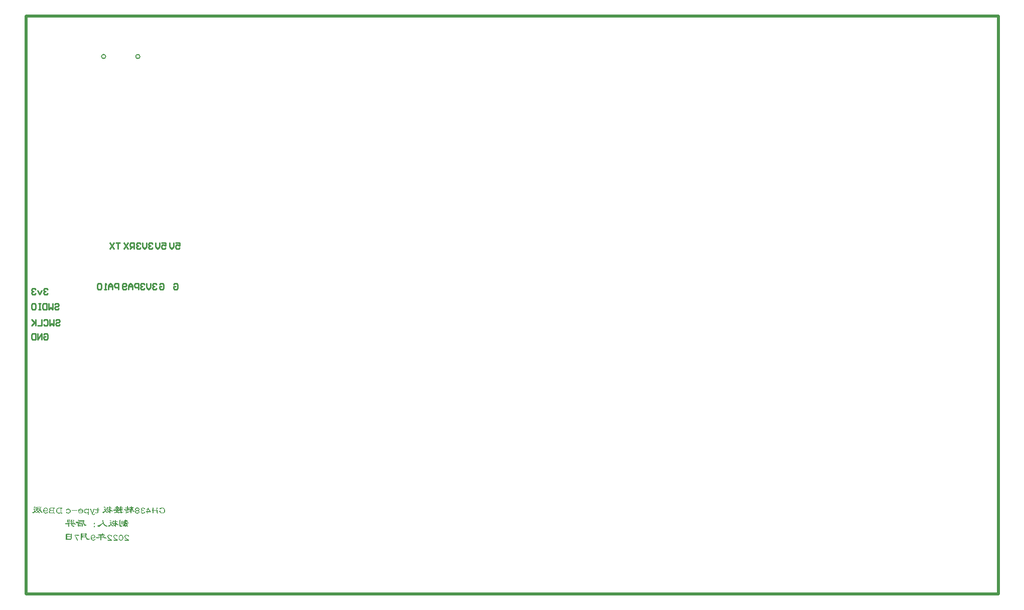
<source format=gbo>
G04*
G04 #@! TF.GenerationSoftware,Altium Limited,Altium Designer,18.1.9 (240)*
G04*
G04 Layer_Color=32896*
%FSLAX24Y24*%
%MOIN*%
G70*
G01*
G75*
%ADD13C,0.0100*%
%ADD18C,0.0050*%
%ADD21C,0.0200*%
G36*
X5872Y5738D02*
X5880Y5736D01*
X5886Y5734D01*
X5893Y5730D01*
X5894Y5729D01*
X5895Y5726D01*
X5898Y5721D01*
X5901Y5713D01*
X5904Y5705D01*
X5906Y5695D01*
X5907Y5684D01*
Y5672D01*
X5909Y5671D01*
X5912Y5670D01*
X5917Y5669D01*
X5924Y5667D01*
X5931Y5667D01*
X5941Y5667D01*
X5950Y5669D01*
X5961Y5672D01*
X5970D01*
X5975Y5671D01*
X5979Y5669D01*
X5984Y5666D01*
X5989Y5662D01*
X5989Y5661D01*
X5990Y5660D01*
X5992Y5658D01*
X5995Y5655D01*
X5999Y5647D01*
X6000Y5643D01*
X6002Y5638D01*
Y5637D01*
X6003Y5634D01*
Y5630D01*
Y5625D01*
X6001Y5621D01*
X5998Y5617D01*
X5995Y5615D01*
X5992D01*
X5988Y5616D01*
X5987D01*
X5984Y5616D01*
X5980Y5617D01*
X5974Y5618D01*
X5966Y5619D01*
X5958Y5619D01*
X5947Y5621D01*
X5935Y5621D01*
X5935Y5621D01*
X5934Y5618D01*
X5932Y5614D01*
X5931Y5609D01*
X5929Y5603D01*
Y5596D01*
X5930Y5590D01*
X5932Y5582D01*
X5933Y5582D01*
X5935Y5580D01*
X5938Y5579D01*
X5942Y5576D01*
X5947Y5576D01*
X5954Y5575D01*
X5961Y5576D01*
X5969Y5579D01*
X5969D01*
X5972Y5580D01*
X5975Y5581D01*
X5978D01*
X5983Y5580D01*
X5987Y5579D01*
X5992Y5576D01*
X5995Y5571D01*
X5996Y5570D01*
X5997Y5569D01*
X5998Y5566D01*
X6000Y5563D01*
X6005Y5556D01*
X6008Y5549D01*
X6009Y5547D01*
X6009Y5545D01*
Y5541D01*
X6009Y5536D01*
X6006Y5532D01*
X6005Y5530D01*
X6002Y5529D01*
X5998Y5527D01*
X5994D01*
X5989Y5528D01*
X5983Y5529D01*
X5982D01*
X5981Y5530D01*
X5977Y5530D01*
X5969Y5532D01*
X5961Y5534D01*
X5951Y5536D01*
X5941Y5536D01*
X5929D01*
X5918Y5535D01*
X5918D01*
X5917Y5534D01*
X5913Y5530D01*
X5912Y5528D01*
X5911Y5525D01*
Y5522D01*
X5912Y5518D01*
Y5517D01*
X5912Y5516D01*
X5915Y5512D01*
X5918Y5506D01*
X5924Y5501D01*
X5925Y5500D01*
X5926Y5499D01*
X5929Y5497D01*
X5933Y5495D01*
X5938Y5493D01*
X5946Y5491D01*
X5954Y5489D01*
X5963Y5488D01*
X5974D01*
X5980Y5489D01*
X5989Y5490D01*
X5998Y5491D01*
X6009Y5493D01*
X6019Y5496D01*
X6023D01*
X6029Y5495D01*
X6035Y5493D01*
X6043Y5490D01*
X6052Y5484D01*
X6057Y5480D01*
X6062Y5476D01*
X6067Y5471D01*
X6072Y5465D01*
Y5465D01*
Y5467D01*
X6073Y5470D01*
Y5473D01*
X6072Y5482D01*
X6071Y5488D01*
X6069Y5493D01*
X6069Y5493D01*
X6067Y5495D01*
X6065Y5497D01*
X6061Y5501D01*
X6057Y5504D01*
X6052Y5507D01*
X6046Y5510D01*
X6038Y5513D01*
X6037D01*
X6036Y5513D01*
X6032Y5515D01*
X6026Y5519D01*
X6020Y5525D01*
Y5525D01*
X6020Y5527D01*
X6018Y5529D01*
X6017Y5532D01*
Y5536D01*
X6018Y5540D01*
X6019Y5545D01*
X6022Y5551D01*
Y5552D01*
X6023Y5553D01*
X6028Y5555D01*
X6031Y5556D01*
X6034Y5556D01*
X6038Y5556D01*
X6043Y5554D01*
X6043D01*
X6045Y5553D01*
X6049Y5552D01*
X6056Y5550D01*
X6061Y5551D01*
X6062Y5552D01*
X6063Y5554D01*
X6066Y5558D01*
X6069Y5563D01*
X6070Y5569D01*
X6072Y5576D01*
Y5584D01*
X6069Y5593D01*
Y5594D01*
Y5595D01*
X6069Y5596D01*
X6067Y5598D01*
X6065Y5600D01*
X6062Y5602D01*
X6057Y5603D01*
X6052Y5604D01*
X6051D01*
X6049Y5605D01*
X6045D01*
X6040Y5606D01*
X6035Y5607D01*
X6029D01*
X6016Y5607D01*
X6015D01*
X6015Y5607D01*
X6012D01*
X6009Y5608D01*
X6008Y5611D01*
X6006Y5615D01*
X6005Y5621D01*
Y5622D01*
Y5624D01*
X6006Y5629D01*
Y5632D01*
X6006Y5636D01*
Y5636D01*
X6007Y5637D01*
X6009Y5641D01*
X6012Y5646D01*
X6015Y5648D01*
X6019Y5650D01*
X6058D01*
X6060Y5651D01*
X6063Y5653D01*
X6066Y5655D01*
X6069Y5658D01*
X6071Y5664D01*
Y5670D01*
Y5671D01*
Y5674D01*
X6070Y5678D01*
Y5683D01*
Y5689D01*
X6069Y5695D01*
Y5708D01*
Y5709D01*
X6070Y5712D01*
X6072Y5715D01*
X6073Y5720D01*
X6077Y5724D01*
X6080Y5729D01*
X6086Y5732D01*
X6093Y5735D01*
X6094D01*
X6097Y5736D01*
X6100Y5737D01*
X6111D01*
X6117Y5735D01*
X6124Y5734D01*
X6131Y5730D01*
X6131Y5730D01*
X6134Y5728D01*
X6137Y5726D01*
X6140Y5723D01*
X6144Y5718D01*
X6148Y5714D01*
X6150Y5708D01*
X6151Y5702D01*
Y5701D01*
Y5699D01*
Y5696D01*
X6150Y5693D01*
X6148Y5682D01*
X6145Y5672D01*
Y5671D01*
X6143Y5669D01*
X6143Y5665D01*
X6142Y5661D01*
Y5656D01*
X6143Y5652D01*
X6144Y5647D01*
X6148Y5644D01*
X6154D01*
X6160Y5643D01*
X6168Y5644D01*
X6178D01*
X6189Y5645D01*
X6200Y5647D01*
X6212Y5650D01*
X6215D01*
X6219Y5649D01*
X6223Y5647D01*
X6228Y5645D01*
X6234Y5642D01*
X6240Y5638D01*
X6245Y5633D01*
X6246Y5632D01*
X6248Y5630D01*
X6250Y5626D01*
X6252Y5621D01*
X6255Y5616D01*
X6257Y5610D01*
X6259Y5604D01*
X6259Y5596D01*
Y5596D01*
X6259Y5594D01*
X6258Y5591D01*
X6256Y5588D01*
X6254Y5585D01*
X6249Y5583D01*
X6244Y5582D01*
X6235D01*
X6232Y5583D01*
X6227Y5584D01*
X6222Y5584D01*
X6215Y5585D01*
X6208Y5587D01*
X6192Y5590D01*
X6191D01*
X6188Y5591D01*
X6183Y5592D01*
X6177Y5593D01*
X6168Y5593D01*
X6160Y5594D01*
X6142Y5596D01*
X6141D01*
X6140Y5596D01*
X6137Y5593D01*
X6135Y5591D01*
X6134Y5588D01*
X6133Y5584D01*
X6134Y5579D01*
Y5579D01*
X6134Y5577D01*
Y5574D01*
X6135Y5570D01*
X6136Y5566D01*
Y5561D01*
X6137Y5549D01*
Y5548D01*
X6137Y5547D01*
X6138Y5545D01*
X6140Y5542D01*
X6143Y5538D01*
X6147Y5535D01*
X6152Y5531D01*
X6159Y5529D01*
X6160D01*
X6162Y5528D01*
X6165Y5527D01*
X6170Y5527D01*
X6181Y5525D01*
X6192Y5524D01*
X6194D01*
X6197Y5523D01*
X6202Y5522D01*
X6210Y5521D01*
X6217Y5519D01*
X6225Y5516D01*
X6233Y5513D01*
X6239Y5510D01*
X6240Y5509D01*
X6242Y5506D01*
X6245Y5502D01*
X6247Y5497D01*
X6249Y5491D01*
X6250Y5485D01*
X6249Y5477D01*
X6247Y5470D01*
X6246Y5469D01*
X6245Y5467D01*
X6242Y5464D01*
X6239Y5460D01*
X6235Y5456D01*
X6229Y5454D01*
X6222Y5451D01*
X6214Y5451D01*
X6213D01*
X6208Y5452D01*
X6202Y5454D01*
X6193Y5456D01*
X6182Y5459D01*
X6170Y5464D01*
X6156Y5469D01*
X6142Y5476D01*
X6141D01*
X6140Y5475D01*
X6140Y5473D01*
X6138Y5470D01*
X6137Y5465D01*
X6136Y5456D01*
X6135Y5452D01*
Y5446D01*
Y5440D01*
Y5433D01*
Y5432D01*
Y5431D01*
Y5429D01*
Y5426D01*
X6136Y5419D01*
X6137Y5410D01*
X6138Y5399D01*
X6140Y5389D01*
X6142Y5379D01*
X6145Y5370D01*
X6146Y5368D01*
X6149Y5365D01*
X6154Y5361D01*
X6162Y5357D01*
X6171Y5352D01*
X6182Y5348D01*
X6194Y5346D01*
X6201D01*
X6208Y5347D01*
X6209D01*
X6214Y5348D01*
X6221Y5349D01*
X6229Y5351D01*
X6239Y5354D01*
X6249Y5357D01*
X6259Y5360D01*
X6268Y5364D01*
X6268D01*
X6271Y5363D01*
X6276Y5362D01*
X6279Y5360D01*
X6281Y5357D01*
Y5354D01*
X6279Y5350D01*
X6278Y5349D01*
X6277Y5348D01*
X6276Y5346D01*
X6273Y5343D01*
X6266Y5336D01*
X6257Y5326D01*
X6245Y5316D01*
X6232Y5306D01*
X6216Y5295D01*
X6198Y5286D01*
X6197D01*
X6196Y5285D01*
X6193Y5283D01*
X6189Y5283D01*
X6185Y5281D01*
X6180Y5280D01*
X6167Y5277D01*
X6153Y5274D01*
X6137Y5274D01*
X6120Y5276D01*
X6111Y5277D01*
X6103Y5280D01*
X6102Y5281D01*
X6099Y5284D01*
X6095Y5288D01*
X6091Y5294D01*
X6086Y5303D01*
X6083Y5314D01*
X6079Y5326D01*
X6077Y5342D01*
Y5343D01*
Y5344D01*
X6076Y5346D01*
Y5350D01*
Y5354D01*
X6075Y5359D01*
X6074Y5371D01*
X6074Y5384D01*
X6073Y5400D01*
X6072Y5416D01*
Y5434D01*
X6072Y5434D01*
X6070Y5432D01*
X6067Y5431D01*
X6063Y5429D01*
X6057Y5428D01*
X6052D01*
X6046Y5431D01*
X6038Y5434D01*
X6037D01*
X6037Y5435D01*
X6035Y5436D01*
X6032Y5436D01*
X6024Y5439D01*
X6014Y5442D01*
X6002Y5444D01*
X5988Y5446D01*
X5972Y5448D01*
X5955Y5448D01*
X5954Y5448D01*
X5952Y5447D01*
X5949Y5445D01*
X5946Y5442D01*
Y5442D01*
X5947Y5441D01*
X5949Y5436D01*
X5952Y5430D01*
X5955Y5422D01*
X5958Y5413D01*
X5960Y5403D01*
X5961Y5394D01*
X5959Y5386D01*
X5958Y5385D01*
X5958Y5383D01*
X5955Y5379D01*
X5950Y5375D01*
X5944Y5370D01*
X5936Y5364D01*
X5926Y5358D01*
X5919Y5356D01*
X5912Y5353D01*
X5912Y5351D01*
X5909Y5349D01*
X5908Y5346D01*
X5907Y5345D01*
Y5345D01*
X5909Y5344D01*
X5912Y5343D01*
X5918Y5340D01*
X5926Y5337D01*
X5937Y5334D01*
X5948Y5331D01*
X5960Y5328D01*
X5973Y5326D01*
X5975D01*
X5979Y5325D01*
X5986D01*
X5994Y5325D01*
X6003Y5324D01*
X6023D01*
X6033Y5325D01*
X6034D01*
X6035Y5324D01*
X6040Y5322D01*
X6043Y5320D01*
X6045Y5317D01*
X6046Y5312D01*
X6044Y5307D01*
Y5306D01*
X6043Y5305D01*
X6042Y5302D01*
X6040Y5299D01*
X6035Y5293D01*
X6031Y5290D01*
X6027Y5288D01*
X6026D01*
X6026Y5288D01*
X6023Y5286D01*
X6020Y5286D01*
X6017Y5283D01*
X6012Y5282D01*
X6001Y5279D01*
X5987Y5276D01*
X5972Y5274D01*
X5955D01*
X5945Y5274D01*
X5935Y5276D01*
X5935D01*
X5933Y5277D01*
X5930Y5277D01*
X5926Y5278D01*
X5921Y5279D01*
X5916Y5280D01*
X5903Y5285D01*
X5887Y5290D01*
X5870Y5296D01*
X5852Y5304D01*
X5835Y5314D01*
X5834D01*
X5832Y5313D01*
X5828Y5312D01*
X5823Y5311D01*
X5817Y5309D01*
X5810Y5307D01*
X5801Y5305D01*
X5792Y5303D01*
X5781Y5300D01*
X5770Y5297D01*
X5746Y5289D01*
X5720Y5281D01*
X5692Y5272D01*
X5690D01*
X5688Y5273D01*
X5684Y5274D01*
X5679Y5275D01*
X5673Y5278D01*
X5668Y5283D01*
X5664Y5289D01*
X5661Y5297D01*
Y5298D01*
Y5299D01*
X5662Y5303D01*
X5663Y5305D01*
X5664Y5307D01*
X5668Y5309D01*
X5673Y5311D01*
X5673D01*
X5675Y5313D01*
X5678Y5314D01*
X5682Y5316D01*
X5686Y5318D01*
X5692Y5321D01*
X5698Y5324D01*
X5705Y5327D01*
X5721Y5334D01*
X5740Y5342D01*
X5760Y5349D01*
X5781Y5356D01*
X5783D01*
X5785Y5357D01*
X5788Y5360D01*
X5789Y5361D01*
X5790Y5364D01*
Y5365D01*
X5789Y5365D01*
X5787Y5368D01*
X5787Y5371D01*
X5783Y5378D01*
X5778Y5388D01*
X5774Y5399D01*
X5769Y5412D01*
X5764Y5427D01*
X5759Y5442D01*
Y5443D01*
X5758Y5445D01*
X5757Y5446D01*
X5753Y5448D01*
X5753D01*
X5752Y5448D01*
X5750Y5447D01*
X5747Y5445D01*
X5739Y5442D01*
X5730Y5438D01*
X5718Y5433D01*
X5704Y5427D01*
X5689Y5421D01*
X5673Y5414D01*
X5672D01*
X5670Y5414D01*
X5668Y5413D01*
X5665D01*
X5657Y5412D01*
X5647Y5413D01*
X5642Y5414D01*
X5636Y5416D01*
X5630Y5419D01*
X5624Y5422D01*
X5618Y5428D01*
X5613Y5434D01*
X5608Y5442D01*
X5602Y5451D01*
Y5451D01*
X5602Y5453D01*
Y5455D01*
X5601Y5459D01*
X5600Y5463D01*
X5599Y5469D01*
X5598Y5475D01*
X5597Y5482D01*
Y5482D01*
Y5484D01*
Y5486D01*
X5599Y5489D01*
X5602Y5491D01*
X5605Y5493D01*
X5611Y5495D01*
X5619Y5496D01*
X5629D01*
X5636Y5496D01*
X5656D01*
X5668Y5497D01*
X5682D01*
X5697Y5498D01*
X5714D01*
X5732Y5499D01*
X5751Y5499D01*
X5771D01*
X5793Y5500D01*
X5814D01*
X5837Y5501D01*
X5839D01*
X5844Y5503D01*
X5845Y5505D01*
X5847Y5508D01*
Y5511D01*
X5846Y5516D01*
Y5517D01*
X5844Y5519D01*
X5844Y5522D01*
X5841Y5525D01*
X5836Y5530D01*
X5832Y5533D01*
X5829Y5535D01*
X5684D01*
X5682Y5536D01*
X5679Y5538D01*
X5678Y5540D01*
X5676Y5543D01*
X5674Y5547D01*
Y5548D01*
X5673Y5550D01*
X5673Y5552D01*
Y5555D01*
Y5562D01*
X5673Y5565D01*
X5675Y5568D01*
X5676D01*
X5677Y5569D01*
X5680D01*
X5684Y5570D01*
X5689Y5570D01*
X5695Y5571D01*
X5701Y5572D01*
X5708Y5573D01*
X5724Y5574D01*
X5742Y5575D01*
X5761Y5576D01*
X5784D01*
X5786Y5577D01*
X5788Y5579D01*
X5790Y5581D01*
X5792Y5584D01*
X5793Y5587D01*
Y5593D01*
Y5594D01*
X5792Y5596D01*
X5791Y5599D01*
X5790Y5604D01*
X5787Y5613D01*
X5781Y5624D01*
X5781Y5625D01*
X5779D01*
X5778Y5626D01*
X5775D01*
X5771Y5627D01*
X5752D01*
X5747Y5627D01*
X5741D01*
X5734Y5628D01*
X5720Y5630D01*
X5719Y5630D01*
X5716Y5633D01*
X5711Y5636D01*
X5704Y5642D01*
X5704Y5643D01*
X5703Y5644D01*
X5701Y5649D01*
X5700Y5652D01*
Y5656D01*
X5701Y5659D01*
X5703Y5664D01*
X5704D01*
X5707Y5665D01*
X5710Y5666D01*
X5716Y5667D01*
X5722Y5669D01*
X5730Y5670D01*
X5738D01*
X5747Y5669D01*
X5747D01*
X5750Y5668D01*
X5761D01*
X5767Y5667D01*
X5775D01*
X5790Y5669D01*
X5790D01*
X5793Y5668D01*
X5797Y5669D01*
X5798Y5670D01*
X5801Y5672D01*
Y5673D01*
Y5676D01*
X5801Y5682D01*
X5803Y5689D01*
X5805Y5696D01*
X5808Y5705D01*
X5812Y5713D01*
X5818Y5722D01*
X5818D01*
X5819Y5724D01*
X5821Y5725D01*
X5824Y5727D01*
X5832Y5730D01*
X5842Y5735D01*
X5853Y5738D01*
X5860Y5738D01*
X5866D01*
X5872Y5738D01*
D02*
G37*
G36*
X6564Y5735D02*
X6568Y5733D01*
X6572Y5731D01*
X6575Y5727D01*
X6576Y5727D01*
X6578Y5724D01*
X6580Y5720D01*
X6582Y5715D01*
X6584Y5709D01*
X6587Y5702D01*
X6588Y5695D01*
Y5687D01*
Y5686D01*
Y5683D01*
X6587Y5679D01*
X6587Y5674D01*
Y5669D01*
X6586Y5662D01*
X6584Y5650D01*
X6584Y5648D01*
X6586Y5647D01*
X6587Y5645D01*
X6590Y5644D01*
X6595Y5643D01*
X6600Y5642D01*
X6609D01*
X6613Y5643D01*
X6618Y5644D01*
X6629Y5646D01*
X6640Y5650D01*
X6646D01*
X6652Y5649D01*
X6657Y5647D01*
X6663Y5644D01*
X6669Y5640D01*
X6675Y5635D01*
X6675Y5634D01*
X6677Y5632D01*
X6679Y5629D01*
X6682Y5624D01*
X6684Y5619D01*
X6686Y5614D01*
X6687Y5608D01*
Y5602D01*
Y5601D01*
X6686Y5599D01*
X6683Y5596D01*
X6680Y5593D01*
X6675Y5592D01*
X6667Y5591D01*
X6657Y5593D01*
X6652Y5594D01*
X6645Y5596D01*
X6644D01*
X6642Y5597D01*
X6639D01*
X6634Y5598D01*
X6627Y5599D01*
X6619Y5600D01*
X6609Y5601D01*
X6598Y5602D01*
X6596D01*
X6593Y5600D01*
X6591Y5599D01*
X6589Y5597D01*
Y5596D01*
Y5596D01*
Y5593D01*
X6590Y5590D01*
X6591Y5585D01*
X6592Y5580D01*
X6592Y5574D01*
X6595Y5560D01*
X6596Y5559D01*
X6598Y5557D01*
X6601Y5556D01*
X6605Y5554D01*
X6611Y5553D01*
X6618Y5552D01*
X6627Y5551D01*
X6637D01*
X6643Y5552D01*
X6650D01*
X6659Y5553D01*
X6676Y5554D01*
X6686D01*
X6691Y5553D01*
X6696Y5551D01*
X6701Y5548D01*
X6706Y5545D01*
X6707Y5544D01*
X6709Y5542D01*
X6711Y5540D01*
X6713Y5536D01*
X6715Y5533D01*
X6716Y5528D01*
Y5523D01*
X6715Y5518D01*
X6715Y5516D01*
X6714Y5513D01*
X6713Y5510D01*
X6712Y5507D01*
X6744D01*
X6746Y5508D01*
X6747Y5509D01*
X6749Y5511D01*
X6750Y5515D01*
X6751Y5519D01*
X6752Y5526D01*
Y5527D01*
Y5530D01*
Y5533D01*
Y5538D01*
Y5544D01*
Y5550D01*
Y5563D01*
Y5564D01*
X6752Y5566D01*
X6755Y5570D01*
X6757Y5573D01*
X6760Y5578D01*
X6764Y5582D01*
X6770Y5586D01*
X6777Y5589D01*
X6777D01*
X6780Y5590D01*
X6783Y5590D01*
X6788D01*
X6792Y5590D01*
X6797Y5588D01*
X6803Y5584D01*
X6807Y5579D01*
X6808Y5579D01*
X6809Y5576D01*
X6811Y5573D01*
X6812Y5569D01*
X6814Y5564D01*
X6816Y5558D01*
X6817Y5551D01*
Y5545D01*
Y5544D01*
Y5542D01*
X6817Y5538D01*
X6816Y5533D01*
X6815Y5523D01*
X6813Y5513D01*
X6814Y5511D01*
X6816Y5508D01*
X6818Y5507D01*
X6821Y5505D01*
X6826Y5505D01*
X6830Y5504D01*
X6834D01*
X6838Y5505D01*
X6846Y5505D01*
X6854Y5507D01*
X6856D01*
X6857Y5508D01*
X6860Y5509D01*
X6860Y5511D01*
X6861Y5515D01*
X6860Y5519D01*
X6858Y5526D01*
X6857Y5527D01*
X6857Y5530D01*
X6854Y5533D01*
X6852Y5539D01*
X6849Y5545D01*
X6846Y5552D01*
X6838Y5568D01*
Y5569D01*
X6837Y5570D01*
X6836Y5573D01*
X6834Y5576D01*
X6831Y5580D01*
X6829Y5584D01*
X6823Y5596D01*
X6822Y5597D01*
X6821Y5599D01*
X6819Y5602D01*
X6817Y5605D01*
X6810Y5612D01*
X6806Y5614D01*
X6802Y5616D01*
X6708D01*
X6704Y5617D01*
X6702Y5619D01*
X6700Y5621D01*
X6697Y5624D01*
X6695Y5628D01*
Y5629D01*
X6694Y5630D01*
X6692Y5633D01*
X6692Y5636D01*
X6690Y5642D01*
X6691Y5646D01*
X6692Y5650D01*
X6693Y5650D01*
X6694Y5651D01*
X6698Y5655D01*
X6778D01*
X6780Y5656D01*
X6782Y5658D01*
X6783Y5659D01*
Y5662D01*
X6782Y5666D01*
Y5667D01*
X6781Y5668D01*
X6780Y5670D01*
X6780Y5673D01*
X6777Y5680D01*
X6774Y5689D01*
Y5690D01*
X6773Y5693D01*
X6772Y5696D01*
Y5701D01*
X6773Y5706D01*
X6775Y5711D01*
X6779Y5715D01*
X6785Y5719D01*
X6786D01*
X6788Y5721D01*
X6792Y5721D01*
X6796Y5723D01*
X6801Y5724D01*
X6812D01*
X6816Y5722D01*
X6817Y5721D01*
X6818Y5720D01*
X6821Y5717D01*
X6824Y5713D01*
X6827Y5709D01*
X6830Y5704D01*
X6831Y5699D01*
X6832Y5694D01*
Y5693D01*
X6834Y5692D01*
X6835Y5690D01*
X6837Y5687D01*
X6842Y5679D01*
X6846Y5670D01*
Y5670D01*
X6846Y5668D01*
X6848Y5664D01*
X6850Y5658D01*
X6851Y5656D01*
X6852Y5655D01*
X6872D01*
X6882Y5656D01*
X6892Y5658D01*
X6903Y5661D01*
X6914Y5666D01*
X6920D01*
X6925Y5665D01*
X6931Y5664D01*
X6937Y5662D01*
X6942Y5658D01*
X6948Y5653D01*
X6949Y5653D01*
X6951Y5651D01*
X6953Y5647D01*
X6956Y5644D01*
X6958Y5639D01*
X6960Y5633D01*
X6961Y5627D01*
Y5621D01*
Y5621D01*
X6960Y5619D01*
X6959Y5615D01*
X6958Y5612D01*
X6956Y5608D01*
X6953Y5604D01*
X6950Y5602D01*
X6945Y5602D01*
X6940D01*
X6937Y5602D01*
X6933Y5603D01*
X6928Y5604D01*
X6917Y5607D01*
X6916D01*
X6914Y5608D01*
X6911Y5609D01*
X6908Y5610D01*
X6903Y5610D01*
X6897Y5612D01*
X6885Y5614D01*
X6885D01*
X6883Y5615D01*
X6880Y5616D01*
X6877Y5616D01*
X6869D01*
X6868Y5616D01*
Y5615D01*
X6870Y5613D01*
X6871Y5609D01*
X6874Y5604D01*
X6877Y5599D01*
X6880Y5593D01*
X6884Y5585D01*
X6889Y5577D01*
X6900Y5560D01*
X6911Y5542D01*
X6925Y5524D01*
X6939Y5507D01*
X6940Y5506D01*
X6940Y5504D01*
X6942Y5501D01*
X6944Y5496D01*
X6945Y5491D01*
X6947Y5486D01*
Y5480D01*
X6946Y5474D01*
Y5473D01*
X6945Y5472D01*
X6944Y5469D01*
X6942Y5467D01*
X6939Y5463D01*
X6935Y5460D01*
X6931Y5458D01*
X6925Y5456D01*
X6911D01*
X6904Y5457D01*
X6897Y5459D01*
X6888Y5461D01*
X6880Y5465D01*
X6878Y5465D01*
X6874Y5466D01*
X6869Y5468D01*
X6861Y5469D01*
X6852Y5471D01*
X6841Y5472D01*
X6829Y5473D01*
X6816D01*
Y5473D01*
Y5471D01*
X6815Y5466D01*
Y5463D01*
X6814Y5459D01*
Y5459D01*
Y5458D01*
X6814Y5454D01*
X6813Y5448D01*
Y5442D01*
X6814Y5441D01*
X6816Y5439D01*
X6820Y5436D01*
X6822Y5435D01*
X6824Y5434D01*
X6826D01*
X6830Y5434D01*
X6837Y5432D01*
X6846Y5431D01*
X6856Y5429D01*
X6868Y5428D01*
X6881Y5425D01*
X6895Y5424D01*
X6902D01*
X6908Y5423D01*
X6918Y5424D01*
X6929Y5425D01*
X6941Y5427D01*
X6954Y5430D01*
X6966Y5434D01*
X6972D01*
X6977Y5434D01*
X6981Y5433D01*
X6986Y5431D01*
X6991Y5427D01*
X6996Y5422D01*
X6996Y5421D01*
X6998Y5419D01*
X7000Y5416D01*
X7002Y5413D01*
X7009Y5404D01*
X7014Y5395D01*
Y5394D01*
X7015Y5393D01*
X7016Y5390D01*
X7016Y5387D01*
X7017Y5379D01*
Y5370D01*
Y5369D01*
Y5368D01*
X7016Y5365D01*
X7014Y5363D01*
X7012Y5362D01*
X7009D01*
X7005Y5364D01*
X7004Y5365D01*
X7001Y5365D01*
X6995Y5368D01*
X6988Y5370D01*
X6979Y5372D01*
X6971Y5374D01*
X6960Y5377D01*
X6950Y5378D01*
X6949D01*
X6947Y5379D01*
X6944Y5379D01*
X6940Y5380D01*
X6934Y5382D01*
X6928Y5383D01*
X6920Y5384D01*
X6912Y5385D01*
X6903Y5387D01*
X6894Y5388D01*
X6872Y5389D01*
X6848D01*
X6824Y5387D01*
X6823D01*
X6821Y5386D01*
X6819Y5383D01*
X6818Y5381D01*
Y5378D01*
Y5283D01*
Y5283D01*
Y5280D01*
X6817Y5277D01*
X6816Y5273D01*
X6814Y5269D01*
X6812Y5266D01*
X6809Y5263D01*
X6803Y5262D01*
X6797D01*
X6794Y5263D01*
X6784Y5265D01*
X6779Y5266D01*
X6774Y5269D01*
X6773D01*
X6770Y5271D01*
X6766Y5273D01*
X6763Y5276D01*
X6758Y5280D01*
X6755Y5286D01*
X6752Y5293D01*
X6752Y5303D01*
Y5378D01*
Y5379D01*
Y5379D01*
X6750Y5382D01*
X6748Y5385D01*
X6746Y5387D01*
X6742D01*
X6740Y5386D01*
X6737D01*
X6732Y5385D01*
X6727Y5385D01*
X6721Y5384D01*
X6709Y5382D01*
X6702D01*
X6697Y5383D01*
X6691Y5385D01*
X6684Y5387D01*
X6678Y5391D01*
X6670Y5395D01*
X6669Y5396D01*
X6668Y5397D01*
X6666Y5399D01*
X6664Y5402D01*
X6663Y5405D01*
X6662Y5411D01*
X6663Y5416D01*
X6665Y5423D01*
X6666D01*
X6667Y5424D01*
X6669D01*
X6673Y5425D01*
X6678Y5425D01*
X6683Y5426D01*
X6690Y5428D01*
X6698Y5428D01*
X6707D01*
X6713Y5429D01*
X6720Y5430D01*
X6728Y5431D01*
X6743Y5434D01*
X6743D01*
X6745Y5435D01*
X6747Y5436D01*
X6749Y5439D01*
X6751Y5444D01*
X6752Y5450D01*
Y5457D01*
X6752Y5468D01*
X6749D01*
X6747Y5468D01*
X6740D01*
X6735Y5469D01*
X6732D01*
X6729Y5470D01*
X6724Y5471D01*
X6715Y5471D01*
X6703Y5473D01*
X6703D01*
X6701Y5474D01*
X6698Y5475D01*
X6695Y5477D01*
X6692Y5480D01*
X6689Y5484D01*
X6688Y5489D01*
X6687Y5496D01*
Y5496D01*
X6686Y5497D01*
X6685Y5499D01*
X6683Y5500D01*
X6681Y5502D01*
X6677Y5504D01*
X6672Y5505D01*
X6665Y5507D01*
X6664D01*
X6661Y5508D01*
X6657Y5508D01*
X6651Y5509D01*
X6644Y5510D01*
X6635Y5510D01*
X6626Y5512D01*
X6615Y5513D01*
X6614D01*
X6612Y5512D01*
X6609Y5509D01*
X6609Y5507D01*
Y5504D01*
Y5502D01*
X6610Y5499D01*
X6611Y5493D01*
X6612Y5486D01*
X6614Y5477D01*
X6615Y5468D01*
X6616Y5459D01*
X6617Y5451D01*
Y5450D01*
Y5449D01*
X6618Y5445D01*
Y5439D01*
X6616Y5434D01*
X6612Y5428D01*
X6610Y5425D01*
X6607Y5424D01*
X6602Y5422D01*
X6597Y5422D01*
X6591D01*
X6584Y5423D01*
X6582D01*
X6579Y5424D01*
X6574Y5425D01*
X6567Y5426D01*
X6559Y5428D01*
X6550Y5430D01*
X6539Y5431D01*
X6528Y5434D01*
X6527D01*
X6523Y5434D01*
X6511D01*
X6504Y5434D01*
X6496Y5432D01*
X6489Y5428D01*
X6483Y5423D01*
Y5422D01*
Y5419D01*
Y5416D01*
X6484Y5411D01*
X6485Y5405D01*
X6487Y5399D01*
X6492Y5393D01*
X6497Y5386D01*
X6498Y5385D01*
X6500Y5383D01*
X6503Y5380D01*
X6507Y5377D01*
X6517Y5366D01*
X6527Y5356D01*
X6528D01*
X6530Y5357D01*
X6532Y5357D01*
X6535Y5358D01*
X6540Y5359D01*
X6544Y5360D01*
X6556Y5364D01*
X6570Y5368D01*
X6584Y5374D01*
X6600Y5379D01*
X6615Y5387D01*
X6624D01*
X6629Y5385D01*
X6635Y5384D01*
X6640Y5382D01*
X6645Y5378D01*
X6646Y5377D01*
X6647Y5376D01*
X6649Y5374D01*
X6651Y5371D01*
X6653Y5366D01*
X6655Y5362D01*
Y5356D01*
X6653Y5350D01*
Y5349D01*
X6652Y5348D01*
X6651Y5346D01*
X6649Y5343D01*
X6646Y5340D01*
X6641Y5337D01*
X6635Y5334D01*
X6628Y5331D01*
X6627D01*
X6624Y5329D01*
X6620Y5328D01*
X6614Y5325D01*
X6607Y5322D01*
X6598Y5319D01*
X6588Y5315D01*
X6577Y5311D01*
X6564Y5306D01*
X6551Y5301D01*
X6536Y5296D01*
X6521Y5291D01*
X6504Y5286D01*
X6487Y5280D01*
X6452Y5269D01*
X6451D01*
X6450Y5268D01*
X6447Y5268D01*
X6442D01*
X6438Y5269D01*
X6434Y5271D01*
X6430Y5274D01*
X6429Y5275D01*
X6428Y5277D01*
X6427Y5279D01*
X6425Y5282D01*
X6424Y5286D01*
Y5291D01*
X6424Y5295D01*
X6427Y5300D01*
X6427D01*
X6428Y5301D01*
X6430Y5303D01*
X6433Y5304D01*
X6442Y5308D01*
X6451Y5314D01*
X6463Y5321D01*
X6476Y5328D01*
X6490Y5337D01*
X6505Y5345D01*
Y5345D01*
Y5346D01*
Y5350D01*
X6504D01*
X6504Y5351D01*
X6501Y5352D01*
X6498Y5354D01*
X6491Y5358D01*
X6481Y5364D01*
X6470Y5371D01*
X6456Y5379D01*
X6441Y5387D01*
X6424Y5395D01*
X6424Y5396D01*
X6421Y5397D01*
X6417Y5399D01*
X6413Y5402D01*
X6409Y5406D01*
X6405Y5412D01*
X6402Y5419D01*
X6401Y5427D01*
Y5428D01*
Y5431D01*
X6402Y5435D01*
X6402Y5440D01*
X6405Y5447D01*
X6407Y5453D01*
X6412Y5459D01*
X6419Y5465D01*
X6420Y5465D01*
X6424Y5466D01*
X6430Y5467D01*
X6438Y5468D01*
X6447Y5469D01*
X6456Y5470D01*
X6467Y5469D01*
X6477Y5468D01*
X6478D01*
X6482Y5467D01*
X6488D01*
X6496Y5466D01*
X6505Y5467D01*
X6515Y5468D01*
X6526Y5470D01*
X6536Y5473D01*
X6538Y5474D01*
X6541Y5476D01*
X6542Y5478D01*
X6544Y5481D01*
X6545Y5484D01*
X6546Y5488D01*
Y5489D01*
Y5490D01*
Y5496D01*
X6544Y5502D01*
X6542Y5505D01*
X6539Y5507D01*
X6538Y5508D01*
X6535Y5508D01*
X6529Y5510D01*
X6521Y5510D01*
X6512Y5511D01*
X6500D01*
X6487Y5509D01*
X6472Y5505D01*
X6471D01*
X6470Y5505D01*
X6467Y5504D01*
X6464Y5503D01*
X6456Y5501D01*
X6446Y5497D01*
X6434Y5493D01*
X6421Y5489D01*
X6393Y5479D01*
X6392Y5478D01*
X6388Y5477D01*
X6383Y5476D01*
X6376Y5474D01*
X6368D01*
X6359Y5476D01*
X6351Y5480D01*
X6348Y5483D01*
X6344Y5487D01*
X6343Y5488D01*
X6341Y5491D01*
X6337Y5496D01*
X6333Y5502D01*
X6328Y5510D01*
X6323Y5519D01*
X6319Y5529D01*
X6315Y5540D01*
Y5541D01*
Y5542D01*
X6316Y5544D01*
X6318Y5545D01*
X6321Y5547D01*
X6325Y5548D01*
X6332Y5549D01*
X6350D01*
X6356Y5550D01*
X6387D01*
X6399Y5550D01*
X6427D01*
X6457Y5551D01*
X6521D01*
X6526Y5553D01*
X6528Y5554D01*
X6530Y5556D01*
X6530Y5559D01*
Y5563D01*
Y5564D01*
Y5565D01*
Y5567D01*
X6530Y5571D01*
Y5576D01*
X6529Y5582D01*
X6528Y5588D01*
X6527Y5596D01*
Y5597D01*
X6527Y5598D01*
X6525Y5600D01*
X6522Y5602D01*
X6521D01*
X6517Y5602D01*
X6510D01*
X6502Y5603D01*
X6492D01*
X6481Y5604D01*
X6468D01*
X6455Y5603D01*
X6442D01*
X6433Y5604D01*
X6423Y5605D01*
X6413Y5607D01*
X6402Y5611D01*
X6390Y5616D01*
Y5616D01*
X6389Y5617D01*
X6388Y5619D01*
X6387Y5621D01*
X6385Y5629D01*
Y5633D01*
X6385Y5638D01*
X6386Y5639D01*
X6387Y5640D01*
X6390Y5644D01*
X6517D01*
X6519Y5644D01*
X6521Y5646D01*
X6522Y5650D01*
Y5650D01*
Y5651D01*
X6521Y5656D01*
X6521Y5662D01*
X6520Y5671D01*
Y5681D01*
X6521Y5693D01*
X6522Y5706D01*
X6525Y5719D01*
Y5720D01*
X6527Y5721D01*
X6529Y5723D01*
X6531Y5725D01*
X6535Y5728D01*
X6539Y5730D01*
X6544Y5732D01*
X6550Y5735D01*
X6551D01*
X6553Y5735D01*
X6559D01*
X6564Y5735D01*
D02*
G37*
G36*
X683Y5713D02*
X687Y5711D01*
X690Y5708D01*
X691Y5707D01*
X692Y5705D01*
X693Y5701D01*
X695Y5695D01*
X697Y5690D01*
X698Y5683D01*
Y5676D01*
X698Y5667D01*
Y5667D01*
X697Y5664D01*
X696Y5660D01*
X695Y5655D01*
X694Y5649D01*
X692Y5643D01*
X690Y5630D01*
Y5628D01*
Y5625D01*
X691Y5620D01*
Y5613D01*
X692Y5606D01*
X694Y5598D01*
X695Y5590D01*
X698Y5582D01*
X699Y5582D01*
X701Y5581D01*
X704Y5579D01*
X708Y5577D01*
X712Y5576D01*
X718Y5575D01*
X722D01*
X726Y5576D01*
Y5577D01*
X727Y5578D01*
X730Y5582D01*
X734Y5590D01*
X738Y5599D01*
X743Y5611D01*
X748Y5625D01*
X752Y5641D01*
X755Y5658D01*
Y5658D01*
X755Y5661D01*
X756Y5664D01*
X758Y5669D01*
X760Y5674D01*
X763Y5680D01*
X766Y5687D01*
X770Y5694D01*
X771Y5695D01*
X772Y5697D01*
X775Y5700D01*
X778Y5704D01*
X783Y5707D01*
X788Y5708D01*
X793Y5710D01*
X799Y5708D01*
X800D01*
X800Y5707D01*
X804Y5703D01*
X806Y5700D01*
X806Y5696D01*
Y5693D01*
X805Y5689D01*
Y5688D01*
X804Y5687D01*
Y5684D01*
X803Y5679D01*
X803Y5674D01*
X802Y5667D01*
X800Y5660D01*
X800Y5651D01*
X798Y5641D01*
X798Y5631D01*
X796Y5620D01*
X795Y5607D01*
X793Y5594D01*
X791Y5580D01*
X789Y5565D01*
X788Y5549D01*
Y5548D01*
Y5547D01*
Y5544D01*
Y5539D01*
Y5534D01*
Y5529D01*
X789Y5522D01*
Y5515D01*
X791Y5499D01*
X794Y5481D01*
X798Y5462D01*
X805Y5444D01*
Y5443D01*
X806Y5442D01*
X807Y5439D01*
X809Y5436D01*
X813Y5427D01*
X820Y5416D01*
X829Y5404D01*
X839Y5391D01*
X852Y5378D01*
X866Y5367D01*
X867Y5366D01*
X870Y5365D01*
X874Y5362D01*
X880Y5359D01*
X887Y5355D01*
X894Y5351D01*
X911Y5345D01*
X911Y5344D01*
Y5343D01*
X912Y5341D01*
X911Y5339D01*
Y5337D01*
X910Y5334D01*
X909Y5329D01*
X907Y5324D01*
X905Y5317D01*
X900Y5311D01*
X896Y5305D01*
X889Y5300D01*
X889Y5299D01*
X886Y5298D01*
X881Y5297D01*
X875Y5296D01*
X868Y5295D01*
X859D01*
X849Y5297D01*
X838Y5300D01*
X837D01*
X837Y5301D01*
X835Y5302D01*
X832Y5303D01*
X824Y5307D01*
X815Y5312D01*
X805Y5320D01*
X795Y5329D01*
X786Y5341D01*
X778Y5356D01*
Y5357D01*
X777Y5358D01*
X775Y5360D01*
X774Y5363D01*
X772Y5367D01*
X770Y5371D01*
X766Y5383D01*
X761Y5397D01*
X755Y5411D01*
X749Y5428D01*
X743Y5445D01*
X743Y5446D01*
X741Y5448D01*
X736Y5451D01*
X733Y5451D01*
X729Y5452D01*
X727D01*
X723Y5453D01*
X716Y5452D01*
X709Y5451D01*
X709Y5450D01*
X707Y5448D01*
X704Y5445D01*
X701Y5441D01*
X698Y5434D01*
X695Y5424D01*
X695Y5418D01*
X694Y5411D01*
X693Y5403D01*
Y5395D01*
Y5394D01*
Y5393D01*
Y5391D01*
Y5387D01*
Y5383D01*
X694Y5378D01*
Y5367D01*
X695Y5354D01*
X697Y5341D01*
X698Y5327D01*
X701Y5314D01*
Y5313D01*
X702Y5311D01*
Y5308D01*
X703Y5306D01*
Y5297D01*
Y5286D01*
Y5286D01*
X702Y5284D01*
X701Y5279D01*
X698Y5276D01*
X695Y5273D01*
X692Y5271D01*
X687Y5269D01*
X686D01*
X684Y5268D01*
X679Y5268D01*
X674D01*
X669Y5269D01*
X663Y5271D01*
X658Y5277D01*
X655Y5283D01*
Y5284D01*
X654Y5287D01*
X652Y5292D01*
X651Y5298D01*
X649Y5306D01*
X647Y5314D01*
X645Y5323D01*
X643Y5334D01*
X641Y5333D01*
X638Y5331D01*
X632Y5328D01*
X624Y5326D01*
X615Y5325D01*
X605D01*
X600Y5325D01*
X595Y5328D01*
X590Y5330D01*
X584Y5333D01*
X583Y5334D01*
X580Y5337D01*
X575Y5341D01*
X569Y5348D01*
X561Y5356D01*
X555Y5366D01*
X548Y5378D01*
X542Y5392D01*
Y5393D01*
X541Y5394D01*
Y5396D01*
X540Y5399D01*
X539Y5407D01*
X536Y5416D01*
X533Y5428D01*
X530Y5442D01*
X527Y5456D01*
X525Y5471D01*
Y5471D01*
Y5473D01*
X524Y5476D01*
X524Y5479D01*
X522Y5488D01*
X519Y5499D01*
X514Y5510D01*
X507Y5520D01*
X504Y5524D01*
X499Y5527D01*
X494Y5530D01*
X489Y5532D01*
X487D01*
X484Y5533D01*
X477Y5534D01*
X468Y5535D01*
X458Y5536D01*
X445Y5538D01*
X431Y5539D01*
X416Y5540D01*
X416D01*
X415Y5539D01*
X410Y5539D01*
X405Y5536D01*
X396Y5532D01*
X396D01*
X395Y5531D01*
X391Y5528D01*
X386Y5524D01*
X384Y5521D01*
X382Y5518D01*
Y5517D01*
Y5516D01*
Y5513D01*
Y5510D01*
Y5506D01*
X383Y5501D01*
X385Y5490D01*
X387Y5476D01*
X391Y5462D01*
X397Y5448D01*
X405Y5434D01*
X410D01*
X411Y5435D01*
X412Y5436D01*
X416Y5439D01*
X424Y5446D01*
X433Y5455D01*
X444Y5465D01*
X456Y5478D01*
X468Y5491D01*
X481Y5507D01*
X482Y5508D01*
X487Y5509D01*
X493D01*
X497Y5508D01*
X502Y5505D01*
X502D01*
X504Y5504D01*
X508Y5501D01*
X513Y5495D01*
X516Y5491D01*
X517Y5488D01*
Y5487D01*
X516Y5484D01*
X515Y5480D01*
X513Y5476D01*
X510Y5471D01*
X507Y5466D01*
X502Y5462D01*
X495Y5459D01*
X494D01*
X493Y5459D01*
X489Y5456D01*
X482Y5451D01*
X473Y5445D01*
X464Y5436D01*
X452Y5428D01*
X440Y5417D01*
X428Y5406D01*
Y5405D01*
Y5403D01*
Y5401D01*
Y5400D01*
X428Y5399D01*
X430Y5399D01*
X432Y5397D01*
X435Y5394D01*
X443Y5388D01*
X453Y5379D01*
X466Y5371D01*
X480Y5362D01*
X495Y5354D01*
X510Y5348D01*
X511D01*
X512Y5347D01*
X514Y5346D01*
X517Y5345D01*
X525Y5343D01*
X535Y5340D01*
X547Y5337D01*
X559Y5334D01*
X573Y5330D01*
X587Y5328D01*
Y5327D01*
Y5325D01*
X586Y5323D01*
Y5320D01*
X584Y5312D01*
X579Y5304D01*
X576Y5300D01*
X572Y5296D01*
X567Y5293D01*
X561Y5290D01*
X553Y5288D01*
X545Y5287D01*
X536D01*
X525Y5288D01*
X524D01*
X522Y5289D01*
X519Y5291D01*
X513Y5292D01*
X507Y5294D01*
X500Y5297D01*
X492Y5300D01*
X483Y5304D01*
X474Y5309D01*
X464Y5314D01*
X453Y5320D01*
X443Y5328D01*
X432Y5335D01*
X421Y5344D01*
X410Y5354D01*
X399Y5364D01*
X394D01*
Y5363D01*
X393Y5362D01*
X392Y5360D01*
X390Y5357D01*
X385Y5348D01*
X379Y5338D01*
X371Y5325D01*
X362Y5312D01*
X352Y5297D01*
X341Y5282D01*
X340Y5281D01*
X339Y5280D01*
X335Y5276D01*
X328Y5271D01*
X319Y5265D01*
X308Y5260D01*
X302Y5259D01*
X295Y5258D01*
X288Y5259D01*
X280Y5260D01*
X271Y5263D01*
X262Y5266D01*
X262Y5267D01*
X259Y5269D01*
X254Y5272D01*
X250Y5277D01*
X244Y5283D01*
X238Y5290D01*
X232Y5299D01*
X226Y5308D01*
Y5309D01*
X225Y5310D01*
Y5311D01*
Y5314D01*
X226Y5316D01*
X228Y5319D01*
X232Y5322D01*
X237Y5325D01*
X238Y5325D01*
X241Y5326D01*
X245Y5328D01*
X250Y5330D01*
X257Y5333D01*
X265Y5337D01*
X273Y5341D01*
X282Y5345D01*
X302Y5356D01*
X322Y5368D01*
X342Y5381D01*
X351Y5388D01*
X360Y5395D01*
Y5396D01*
X362Y5397D01*
X364Y5401D01*
X365Y5403D01*
X365Y5405D01*
X365Y5408D01*
X363Y5409D01*
X362Y5411D01*
X361Y5414D01*
X358Y5420D01*
X354Y5428D01*
X351Y5437D01*
X346Y5449D01*
X341Y5462D01*
X336Y5475D01*
Y5476D01*
X336Y5476D01*
X335Y5479D01*
X334Y5482D01*
X332Y5489D01*
X330Y5499D01*
X327Y5510D01*
X325Y5523D01*
X322Y5537D01*
X321Y5551D01*
Y5552D01*
Y5553D01*
X322Y5556D01*
X325Y5562D01*
X328Y5568D01*
X332Y5574D01*
X339Y5579D01*
X347Y5582D01*
X352Y5582D01*
X358D01*
X361Y5581D01*
X365Y5579D01*
X371Y5578D01*
X378Y5576D01*
X386Y5574D01*
X402Y5571D01*
X519Y5571D01*
X521Y5572D01*
X522Y5573D01*
X524Y5576D01*
X527Y5579D01*
X527Y5584D01*
X528Y5590D01*
Y5591D01*
Y5594D01*
X527Y5598D01*
Y5602D01*
X524Y5613D01*
X523Y5619D01*
X520Y5624D01*
X519Y5625D01*
X517Y5627D01*
X514Y5629D01*
X509Y5632D01*
X503Y5634D01*
X495Y5636D01*
X486Y5638D01*
X475Y5638D01*
X357Y5644D01*
X351D01*
X347Y5644D01*
X342Y5645D01*
X336Y5646D01*
X324Y5650D01*
X323D01*
X322Y5650D01*
X319Y5651D01*
X317Y5653D01*
X316Y5656D01*
Y5660D01*
X317Y5664D01*
X321Y5671D01*
X322Y5672D01*
X323Y5674D01*
X326Y5678D01*
X330Y5682D01*
X339Y5693D01*
X344Y5698D01*
X349Y5702D01*
X352D01*
X355Y5703D01*
X359D01*
X369Y5701D01*
X375Y5699D01*
X380Y5697D01*
X381D01*
X382Y5695D01*
X385Y5694D01*
X388Y5693D01*
X396Y5689D01*
X402Y5686D01*
X403Y5685D01*
X406Y5684D01*
X410Y5682D01*
X416Y5680D01*
X423Y5678D01*
X432Y5675D01*
X442Y5673D01*
X452Y5670D01*
X463Y5668D01*
X476Y5667D01*
X488D01*
X502Y5668D01*
X515Y5670D01*
X529Y5674D01*
X542Y5679D01*
X556Y5686D01*
X557D01*
X560Y5687D01*
X564D01*
X570Y5686D01*
X576Y5684D01*
X581Y5682D01*
X586Y5678D01*
X590Y5672D01*
Y5670D01*
X589Y5666D01*
X588Y5660D01*
X587Y5652D01*
X585Y5643D01*
X582Y5633D01*
X579Y5623D01*
X576Y5613D01*
Y5613D01*
X575Y5609D01*
X573Y5604D01*
X573Y5597D01*
X571Y5589D01*
X570Y5579D01*
X569Y5567D01*
X568Y5555D01*
X567Y5542D01*
Y5527D01*
Y5512D01*
X569Y5496D01*
X570Y5480D01*
X573Y5464D01*
X577Y5448D01*
X581Y5431D01*
Y5431D01*
X582Y5429D01*
X583Y5427D01*
X584Y5424D01*
X588Y5416D01*
X594Y5407D01*
X603Y5397D01*
X613Y5387D01*
X627Y5377D01*
X634Y5374D01*
X643Y5370D01*
Y5371D01*
Y5372D01*
X644Y5374D01*
Y5377D01*
Y5381D01*
Y5385D01*
X644Y5397D01*
X644Y5410D01*
X643Y5424D01*
X641Y5440D01*
X637Y5456D01*
Y5458D01*
X636Y5461D01*
Y5465D01*
X635Y5471D01*
X636Y5476D01*
X637Y5482D01*
X639Y5488D01*
X643Y5493D01*
X644D01*
X646Y5493D01*
X650Y5494D01*
X655Y5495D01*
X661Y5496D01*
X667Y5495D01*
X675Y5494D01*
X682Y5493D01*
X734D01*
X736Y5494D01*
X738Y5496D01*
X739Y5498D01*
X740Y5501D01*
X741Y5505D01*
Y5506D01*
Y5508D01*
Y5510D01*
X740Y5513D01*
X739Y5521D01*
X738Y5529D01*
Y5530D01*
X737Y5531D01*
X735Y5533D01*
X732Y5535D01*
X607D01*
X603Y5536D01*
X601Y5539D01*
X598Y5541D01*
X597Y5545D01*
X595Y5549D01*
Y5550D01*
X595Y5551D01*
Y5554D01*
Y5558D01*
X595Y5567D01*
X596Y5571D01*
X598Y5576D01*
X598Y5577D01*
X600Y5578D01*
X601Y5579D01*
X604Y5581D01*
X612Y5582D01*
X615Y5583D01*
X619Y5582D01*
X620D01*
X621Y5582D01*
X625D01*
X631Y5581D01*
X637Y5582D01*
X638D01*
X640Y5583D01*
X642Y5586D01*
X643Y5587D01*
Y5590D01*
Y5686D01*
Y5687D01*
X644Y5689D01*
X645Y5692D01*
X647Y5695D01*
X650Y5699D01*
X653Y5703D01*
X658Y5707D01*
X664Y5710D01*
X665Y5711D01*
X667Y5712D01*
X670Y5713D01*
X674Y5713D01*
X678Y5714D01*
X683Y5713D01*
D02*
G37*
G36*
X1510Y5643D02*
X1522D01*
X1535Y5642D01*
X1549Y5641D01*
X1565Y5641D01*
X1597Y5638D01*
X1613Y5637D01*
X1629Y5636D01*
X1643Y5633D01*
X1657Y5631D01*
X1669Y5629D01*
X1679Y5627D01*
X1680D01*
X1681Y5626D01*
X1683Y5625D01*
X1686Y5624D01*
X1694Y5622D01*
X1703Y5619D01*
X1711Y5616D01*
X1717Y5613D01*
X1720Y5611D01*
X1722Y5610D01*
X1723Y5609D01*
X1722Y5607D01*
Y5607D01*
Y5606D01*
Y5602D01*
X1721Y5596D01*
X1720Y5589D01*
X1716Y5582D01*
X1711Y5577D01*
X1708Y5575D01*
X1704Y5574D01*
X1699Y5573D01*
X1694Y5574D01*
X1686D01*
X1681Y5575D01*
X1676D01*
X1670Y5576D01*
X1663Y5576D01*
Y5576D01*
Y5574D01*
Y5571D01*
Y5567D01*
Y5563D01*
Y5557D01*
Y5550D01*
X1663Y5544D01*
Y5527D01*
Y5509D01*
Y5488D01*
X1662Y5468D01*
Y5423D01*
Y5401D01*
Y5379D01*
Y5360D01*
X1663Y5342D01*
Y5326D01*
X1663Y5320D01*
Y5314D01*
X1664D01*
X1666Y5313D01*
X1669D01*
X1671Y5311D01*
X1680Y5309D01*
X1690Y5306D01*
X1700Y5302D01*
X1709Y5297D01*
X1713Y5295D01*
X1716Y5292D01*
X1718Y5289D01*
X1719Y5286D01*
Y5286D01*
X1720Y5283D01*
X1721Y5278D01*
X1723Y5273D01*
Y5268D01*
Y5263D01*
X1722Y5258D01*
X1720Y5255D01*
X1719D01*
X1718Y5254D01*
X1716Y5254D01*
X1714Y5253D01*
X1706Y5251D01*
X1697Y5250D01*
X1695D01*
X1693Y5251D01*
X1690D01*
X1682Y5251D01*
X1672Y5253D01*
X1660Y5254D01*
X1647Y5256D01*
X1633Y5257D01*
X1618Y5258D01*
X1607D01*
X1602Y5257D01*
X1595D01*
X1588Y5257D01*
X1584D01*
X1580Y5256D01*
X1575D01*
X1563Y5255D01*
X1535D01*
X1526Y5254D01*
X1469D01*
X1445Y5255D01*
X1434Y5256D01*
X1424Y5257D01*
X1414Y5257D01*
X1406Y5258D01*
X1404D01*
X1401Y5259D01*
X1398Y5260D01*
X1390Y5262D01*
X1380Y5265D01*
X1370Y5269D01*
X1359Y5276D01*
X1350Y5285D01*
X1342Y5295D01*
Y5296D01*
X1341Y5297D01*
X1339Y5301D01*
X1337Y5307D01*
X1333Y5316D01*
X1330Y5325D01*
X1328Y5337D01*
X1326Y5349D01*
X1325Y5362D01*
Y5362D01*
Y5363D01*
X1326Y5365D01*
X1327Y5368D01*
X1328Y5375D01*
X1331Y5385D01*
X1336Y5395D01*
X1342Y5406D01*
X1350Y5417D01*
X1360Y5428D01*
X1361Y5430D01*
X1365Y5433D01*
X1370Y5437D01*
X1377Y5443D01*
X1385Y5449D01*
X1393Y5454D01*
X1401Y5459D01*
X1409Y5462D01*
X1408D01*
X1407Y5463D01*
X1403Y5465D01*
X1397Y5468D01*
X1390Y5473D01*
X1382Y5479D01*
X1375Y5485D01*
X1369Y5494D01*
X1364Y5504D01*
X1364Y5505D01*
X1363Y5508D01*
X1361Y5514D01*
X1360Y5521D01*
X1358Y5528D01*
X1357Y5537D01*
X1355Y5545D01*
Y5554D01*
Y5555D01*
Y5556D01*
X1356Y5559D01*
Y5562D01*
X1358Y5570D01*
X1362Y5579D01*
X1367Y5590D01*
X1375Y5602D01*
X1380Y5607D01*
X1386Y5613D01*
X1392Y5617D01*
X1399Y5621D01*
X1400D01*
X1401Y5622D01*
X1403Y5624D01*
X1407Y5625D01*
X1410Y5627D01*
X1415Y5629D01*
X1425Y5633D01*
X1438Y5637D01*
X1453Y5640D01*
X1469Y5643D01*
X1487Y5644D01*
X1501D01*
X1510Y5643D01*
D02*
G37*
G36*
X2152Y5638D02*
X2164Y5637D01*
X2175Y5636D01*
X2186Y5633D01*
X2187D01*
X2188Y5632D01*
X2192Y5629D01*
X2198Y5624D01*
X2204Y5619D01*
X2209Y5610D01*
X2213Y5601D01*
X2215Y5596D01*
X2215Y5590D01*
Y5583D01*
X2214Y5576D01*
Y5575D01*
X2213Y5573D01*
X2212Y5570D01*
X2210Y5569D01*
X2209Y5568D01*
X2205D01*
X2201Y5569D01*
X2196Y5570D01*
X2195D01*
X2192Y5570D01*
X2189Y5571D01*
X2184Y5572D01*
X2178Y5573D01*
X2171Y5575D01*
X2161Y5576D01*
Y5575D01*
X2161Y5570D01*
Y5563D01*
X2160Y5553D01*
Y5542D01*
X2159Y5527D01*
X2158Y5512D01*
X2158Y5493D01*
Y5474D01*
Y5454D01*
Y5431D01*
Y5408D01*
X2158Y5384D01*
X2159Y5360D01*
X2161Y5308D01*
X2163D01*
X2167Y5307D01*
X2173Y5305D01*
X2181Y5302D01*
X2188Y5298D01*
X2195Y5293D01*
X2201Y5287D01*
X2204Y5280D01*
Y5280D01*
X2205Y5277D01*
X2206Y5274D01*
X2207Y5270D01*
X2209Y5262D01*
X2209Y5258D01*
X2209Y5255D01*
Y5254D01*
Y5253D01*
X2208Y5251D01*
X2206Y5249D01*
X2204Y5247D01*
X2201Y5246D01*
X2198Y5244D01*
X2192Y5245D01*
X2191D01*
X2189Y5246D01*
X2187Y5246D01*
X2184Y5247D01*
X2176Y5249D01*
X2166Y5251D01*
X2155Y5254D01*
X2142Y5256D01*
X2130Y5257D01*
X2119Y5258D01*
X2102D01*
X2094Y5257D01*
X2085Y5257D01*
X2066Y5255D01*
X2064D01*
X2061Y5254D01*
X2056D01*
X2050Y5254D01*
X2041Y5253D01*
X2032Y5252D01*
X2021Y5251D01*
X1986D01*
X1961Y5254D01*
X1936Y5258D01*
X1925Y5261D01*
X1915Y5265D01*
X1914D01*
X1913Y5266D01*
X1910Y5267D01*
X1906Y5269D01*
X1902Y5271D01*
X1897Y5274D01*
X1885Y5282D01*
X1873Y5291D01*
X1861Y5303D01*
X1849Y5316D01*
X1839Y5331D01*
Y5331D01*
X1839Y5333D01*
X1837Y5335D01*
X1836Y5338D01*
X1832Y5345D01*
X1828Y5356D01*
X1823Y5368D01*
X1819Y5380D01*
X1816Y5394D01*
X1814Y5406D01*
Y5407D01*
Y5408D01*
X1813Y5411D01*
X1812Y5417D01*
X1811Y5424D01*
X1811Y5431D01*
X1810Y5436D01*
X1809Y5442D01*
Y5445D01*
Y5447D01*
X1810Y5450D01*
X1811Y5456D01*
X1811Y5463D01*
X1813Y5472D01*
X1815Y5482D01*
X1818Y5493D01*
X1821Y5505D01*
X1825Y5517D01*
X1830Y5530D01*
X1836Y5542D01*
X1842Y5555D01*
X1851Y5567D01*
X1859Y5578D01*
X1869Y5587D01*
X1880Y5596D01*
X1881Y5597D01*
X1883Y5598D01*
X1886Y5600D01*
X1891Y5603D01*
X1896Y5606D01*
X1902Y5610D01*
X1916Y5618D01*
X1932Y5625D01*
X1948Y5632D01*
X1956Y5635D01*
X1964Y5637D01*
X1972Y5638D01*
X1979Y5638D01*
X2143D01*
X2152Y5638D01*
D02*
G37*
G36*
X5152Y5566D02*
X5158Y5565D01*
X5164Y5562D01*
X5171Y5559D01*
X5172Y5558D01*
X5174Y5556D01*
X5177Y5553D01*
X5180Y5550D01*
X5184Y5545D01*
X5187Y5539D01*
X5190Y5533D01*
X5192Y5526D01*
Y5525D01*
X5192Y5524D01*
Y5522D01*
Y5519D01*
X5191Y5517D01*
X5189Y5516D01*
X5186Y5515D01*
X5181D01*
Y5514D01*
X5181Y5513D01*
X5183Y5509D01*
X5185Y5505D01*
X5186Y5502D01*
Y5501D01*
Y5500D01*
Y5498D01*
X5185Y5495D01*
X5184Y5491D01*
X5182Y5487D01*
X5180Y5482D01*
X5176Y5477D01*
X5171Y5472D01*
X5170Y5471D01*
X5168Y5470D01*
X5164Y5466D01*
X5158Y5462D01*
X5150Y5455D01*
X5140Y5447D01*
X5128Y5437D01*
X5113Y5425D01*
X5112Y5425D01*
X5112Y5421D01*
Y5419D01*
X5112Y5415D01*
X5114Y5411D01*
X5116Y5406D01*
X5118Y5405D01*
X5121Y5402D01*
X5127Y5397D01*
X5134Y5390D01*
X5143Y5383D01*
X5154Y5376D01*
X5166Y5369D01*
X5181Y5362D01*
X5181D01*
X5182Y5362D01*
X5184Y5361D01*
X5187Y5360D01*
X5195Y5357D01*
X5205Y5355D01*
X5217Y5351D01*
X5230Y5348D01*
X5244Y5346D01*
X5259Y5345D01*
X5260Y5344D01*
X5262Y5343D01*
X5263Y5342D01*
Y5340D01*
X5263Y5339D01*
X5261Y5337D01*
Y5336D01*
X5260Y5334D01*
X5259Y5333D01*
X5257Y5330D01*
X5253Y5323D01*
X5246Y5316D01*
X5240Y5312D01*
X5235Y5309D01*
X5229Y5306D01*
X5221Y5305D01*
X5213Y5303D01*
X5204Y5303D01*
X5195Y5303D01*
X5184Y5306D01*
X5183D01*
X5181Y5306D01*
X5177Y5308D01*
X5172Y5309D01*
X5166Y5312D01*
X5161Y5314D01*
X5146Y5323D01*
X5138Y5328D01*
X5129Y5333D01*
X5121Y5340D01*
X5112Y5347D01*
X5104Y5355D01*
X5097Y5364D01*
X5090Y5374D01*
X5083Y5384D01*
X5082Y5385D01*
X5079Y5385D01*
X5075D01*
X5071Y5384D01*
X5070Y5383D01*
X5070Y5382D01*
X5067Y5380D01*
X5064Y5377D01*
X5057Y5369D01*
X5047Y5359D01*
X5035Y5345D01*
X5022Y5331D01*
X5008Y5314D01*
X4993Y5297D01*
X4993Y5296D01*
X4989Y5293D01*
X4984Y5288D01*
X4978Y5284D01*
X4970Y5280D01*
X4961Y5276D01*
X4950Y5274D01*
X4944D01*
X4939Y5274D01*
X4938D01*
X4937Y5275D01*
X4933Y5276D01*
X4927Y5279D01*
X4920Y5284D01*
X4916Y5288D01*
X4911Y5291D01*
X4907Y5297D01*
X4902Y5302D01*
X4897Y5308D01*
X4893Y5316D01*
X4888Y5324D01*
X4884Y5334D01*
Y5334D01*
Y5335D01*
Y5338D01*
X4885Y5342D01*
X4887Y5345D01*
X4888D01*
X4891Y5346D01*
X4896Y5348D01*
X4902Y5349D01*
X4910Y5352D01*
X4920Y5356D01*
X4930Y5360D01*
X4942Y5364D01*
X4967Y5375D01*
X4993Y5388D01*
X5019Y5405D01*
X5032Y5414D01*
X5044Y5423D01*
X5044D01*
X5046Y5424D01*
Y5427D01*
X5045Y5428D01*
X5044Y5431D01*
Y5432D01*
X5043Y5433D01*
X5042Y5435D01*
X5041Y5438D01*
X5037Y5446D01*
X5033Y5457D01*
X5028Y5470D01*
X5022Y5485D01*
X5016Y5501D01*
X5010Y5518D01*
X5009Y5519D01*
X5008Y5522D01*
X5007Y5527D01*
Y5534D01*
X5009Y5542D01*
X5012Y5550D01*
X5015Y5553D01*
X5018Y5558D01*
X5021Y5562D01*
X5027Y5565D01*
X5027D01*
X5030Y5566D01*
X5046D01*
X5053Y5565D01*
X5059Y5565D01*
X5066Y5563D01*
X5067Y5562D01*
X5071Y5560D01*
X5078Y5558D01*
X5087Y5556D01*
X5097Y5555D01*
X5110Y5556D01*
X5116Y5557D01*
X5123Y5559D01*
X5130Y5562D01*
X5138Y5565D01*
X5139D01*
X5141Y5566D01*
X5144Y5567D01*
X5148D01*
X5152Y5566D01*
D02*
G37*
G36*
X7575Y5635D02*
X7582Y5634D01*
X7589Y5633D01*
X7597Y5633D01*
X7616Y5630D01*
X7635Y5625D01*
X7654Y5619D01*
X7673Y5610D01*
X7674D01*
X7675Y5610D01*
X7678Y5609D01*
X7681Y5608D01*
X7688Y5607D01*
X7692D01*
X7695Y5607D01*
X7696Y5607D01*
X7698Y5606D01*
X7700Y5604D01*
X7704Y5600D01*
X7707Y5596D01*
X7710Y5590D01*
X7712Y5583D01*
X7714Y5574D01*
Y5573D01*
Y5570D01*
Y5565D01*
Y5560D01*
Y5548D01*
X7713Y5542D01*
X7712Y5538D01*
Y5536D01*
Y5533D01*
X7711Y5529D01*
X7711Y5525D01*
X7708Y5522D01*
X7706Y5522D01*
X7704Y5521D01*
X7701Y5522D01*
X7698Y5523D01*
X7694Y5525D01*
X7690Y5529D01*
X7689Y5530D01*
X7687Y5532D01*
X7682Y5535D01*
X7678Y5539D01*
X7671Y5543D01*
X7665Y5549D01*
X7657Y5554D01*
X7648Y5560D01*
X7628Y5572D01*
X7608Y5582D01*
X7598Y5587D01*
X7588Y5590D01*
X7579Y5592D01*
X7569Y5593D01*
X7569D01*
X7566Y5593D01*
X7562D01*
X7557Y5591D01*
X7551Y5590D01*
X7544Y5588D01*
X7529Y5584D01*
X7515Y5576D01*
X7509Y5572D01*
X7503Y5567D01*
X7497Y5561D01*
X7494Y5554D01*
X7492Y5546D01*
Y5538D01*
Y5536D01*
X7493Y5533D01*
X7495Y5527D01*
X7497Y5521D01*
X7503Y5513D01*
X7509Y5506D01*
X7516Y5499D01*
X7526Y5493D01*
X7528Y5492D01*
X7531Y5490D01*
X7536Y5488D01*
X7543Y5486D01*
X7556Y5481D01*
X7562Y5479D01*
X7567Y5479D01*
X7568D01*
X7570Y5479D01*
X7574Y5480D01*
X7579Y5481D01*
X7585Y5482D01*
X7591Y5482D01*
X7606Y5485D01*
X7607D01*
X7608Y5484D01*
X7612Y5482D01*
X7617Y5479D01*
X7624Y5474D01*
X7630Y5470D01*
X7636Y5465D01*
X7639Y5459D01*
X7640Y5456D01*
Y5454D01*
Y5452D01*
Y5449D01*
X7639Y5445D01*
Y5439D01*
X7637Y5434D01*
X7636Y5430D01*
X7634Y5427D01*
X7631Y5425D01*
X7630D01*
X7626Y5426D01*
X7620Y5428D01*
X7611Y5429D01*
X7601Y5430D01*
X7590Y5431D01*
X7577Y5433D01*
X7564Y5434D01*
X7563D01*
X7562Y5434D01*
X7559Y5433D01*
X7555Y5432D01*
X7546Y5429D01*
X7535Y5425D01*
X7523Y5420D01*
X7512Y5414D01*
X7502Y5407D01*
X7498Y5402D01*
X7495Y5398D01*
X7494Y5397D01*
X7492Y5394D01*
X7489Y5389D01*
X7486Y5382D01*
X7483Y5375D01*
X7480Y5367D01*
X7478Y5359D01*
X7477Y5350D01*
Y5348D01*
X7478Y5345D01*
X7480Y5340D01*
X7483Y5334D01*
X7488Y5328D01*
X7494Y5321D01*
X7503Y5314D01*
X7514Y5308D01*
X7515Y5308D01*
X7520Y5306D01*
X7526Y5304D01*
X7535Y5302D01*
X7546Y5299D01*
X7557Y5297D01*
X7570Y5295D01*
X7583Y5294D01*
X7586D01*
X7589Y5295D01*
X7593Y5296D01*
X7598Y5297D01*
X7603Y5297D01*
X7616Y5300D01*
X7629Y5305D01*
X7643Y5310D01*
X7654Y5317D01*
X7658Y5320D01*
X7662Y5325D01*
X7663Y5325D01*
X7665Y5328D01*
X7668Y5331D01*
X7672Y5335D01*
X7676Y5340D01*
X7680Y5347D01*
X7682Y5355D01*
X7684Y5364D01*
Y5365D01*
X7685Y5366D01*
X7685Y5368D01*
X7688Y5370D01*
X7690Y5372D01*
X7694Y5373D01*
X7698D01*
X7704Y5371D01*
X7705D01*
X7707Y5369D01*
X7709Y5368D01*
X7713Y5365D01*
X7717Y5361D01*
X7720Y5356D01*
X7723Y5349D01*
X7726Y5342D01*
Y5341D01*
Y5340D01*
Y5338D01*
Y5335D01*
X7725Y5328D01*
X7724Y5320D01*
X7722Y5311D01*
X7719Y5303D01*
X7715Y5296D01*
X7712Y5294D01*
X7709Y5291D01*
X7708D01*
X7708Y5290D01*
X7703Y5286D01*
X7697Y5280D01*
X7687Y5274D01*
X7676Y5268D01*
X7663Y5261D01*
X7648Y5256D01*
X7633Y5253D01*
X7631D01*
X7628Y5252D01*
X7625D01*
X7618Y5251D01*
X7608Y5251D01*
X7598Y5249D01*
X7588Y5249D01*
X7577Y5248D01*
X7566D01*
X7561Y5249D01*
X7556D01*
X7549Y5249D01*
X7541Y5251D01*
X7524Y5254D01*
X7506Y5258D01*
X7487Y5266D01*
X7479Y5270D01*
X7471Y5274D01*
X7464Y5280D01*
X7458Y5287D01*
Y5288D01*
X7457Y5288D01*
X7455Y5291D01*
X7454Y5294D01*
X7449Y5301D01*
X7444Y5310D01*
X7439Y5321D01*
X7435Y5333D01*
X7432Y5346D01*
X7430Y5359D01*
Y5360D01*
Y5361D01*
Y5363D01*
X7431Y5366D01*
X7432Y5375D01*
X7435Y5385D01*
X7438Y5397D01*
X7443Y5408D01*
X7449Y5418D01*
X7458Y5427D01*
X7458Y5428D01*
X7462Y5431D01*
X7466Y5434D01*
X7473Y5438D01*
X7480Y5443D01*
X7489Y5447D01*
X7497Y5451D01*
X7506Y5454D01*
X7505D01*
X7503Y5454D01*
X7502Y5456D01*
X7499Y5457D01*
X7492Y5461D01*
X7483Y5467D01*
X7475Y5473D01*
X7466Y5481D01*
X7459Y5490D01*
X7456Y5494D01*
X7454Y5499D01*
X7453Y5500D01*
X7452Y5503D01*
X7451Y5508D01*
X7449Y5514D01*
X7446Y5522D01*
X7445Y5529D01*
X7444Y5538D01*
X7443Y5546D01*
Y5547D01*
Y5548D01*
X7444Y5550D01*
X7445Y5553D01*
X7447Y5562D01*
X7451Y5573D01*
X7456Y5584D01*
X7463Y5595D01*
X7473Y5605D01*
X7486Y5614D01*
X7486D01*
X7487Y5615D01*
X7489Y5616D01*
X7492Y5618D01*
X7499Y5621D01*
X7509Y5625D01*
X7519Y5629D01*
X7532Y5633D01*
X7545Y5635D01*
X7558Y5636D01*
X7569D01*
X7575Y5635D01*
D02*
G37*
G36*
X3967Y5579D02*
X3970Y5577D01*
X3974Y5576D01*
X3982Y5571D01*
X3985Y5568D01*
X3986Y5565D01*
X3987Y5564D01*
Y5561D01*
X3988Y5556D01*
X3986Y5551D01*
Y5549D01*
Y5548D01*
Y5545D01*
Y5541D01*
Y5535D01*
Y5527D01*
Y5519D01*
Y5508D01*
Y5497D01*
Y5485D01*
Y5472D01*
Y5458D01*
Y5444D01*
Y5413D01*
Y5381D01*
Y5348D01*
Y5317D01*
Y5286D01*
Y5271D01*
Y5257D01*
Y5244D01*
Y5232D01*
Y5220D01*
Y5210D01*
Y5201D01*
Y5194D01*
Y5188D01*
Y5183D01*
Y5183D01*
X3985Y5180D01*
X3983Y5176D01*
X3980Y5172D01*
X3975Y5167D01*
X3968Y5164D01*
X3959Y5163D01*
X3954D01*
X3947Y5163D01*
X3945Y5164D01*
X3943Y5167D01*
X3939Y5172D01*
X3934Y5177D01*
X3929Y5183D01*
X3926Y5189D01*
X3924Y5195D01*
Y5197D01*
X3925Y5200D01*
Y5200D01*
Y5201D01*
X3925Y5203D01*
Y5207D01*
X3926Y5211D01*
X3927Y5215D01*
X3928Y5220D01*
Y5226D01*
X3929Y5241D01*
X3931Y5257D01*
X3932Y5277D01*
X3934Y5297D01*
X3933Y5297D01*
X3931Y5295D01*
X3928Y5293D01*
X3925Y5290D01*
X3920Y5286D01*
X3914Y5283D01*
X3908Y5278D01*
X3900Y5274D01*
X3891Y5270D01*
X3883Y5266D01*
X3863Y5258D01*
X3851Y5256D01*
X3840Y5254D01*
X3829Y5252D01*
X3809D01*
X3805Y5253D01*
X3799Y5254D01*
X3792Y5254D01*
X3785Y5256D01*
X3778Y5258D01*
X3760Y5263D01*
X3752Y5267D01*
X3742Y5271D01*
X3733Y5277D01*
X3725Y5283D01*
X3716Y5290D01*
X3709Y5298D01*
X3708Y5299D01*
X3707Y5300D01*
X3705Y5303D01*
X3702Y5306D01*
X3699Y5311D01*
X3695Y5317D01*
X3692Y5323D01*
X3688Y5330D01*
X3684Y5338D01*
X3680Y5347D01*
X3676Y5357D01*
X3673Y5367D01*
X3668Y5389D01*
X3666Y5402D01*
X3665Y5414D01*
Y5415D01*
Y5418D01*
X3666Y5422D01*
X3666Y5428D01*
X3668Y5435D01*
X3669Y5442D01*
X3672Y5451D01*
X3675Y5460D01*
X3678Y5470D01*
X3682Y5479D01*
X3687Y5490D01*
X3693Y5499D01*
X3700Y5508D01*
X3708Y5516D01*
X3717Y5524D01*
X3726Y5530D01*
X3727Y5531D01*
X3729Y5532D01*
X3732Y5533D01*
X3736Y5536D01*
X3740Y5538D01*
X3746Y5541D01*
X3760Y5547D01*
X3775Y5553D01*
X3792Y5558D01*
X3808Y5562D01*
X3816Y5563D01*
X3826D01*
X3829Y5562D01*
X3835Y5562D01*
X3843Y5560D01*
X3852Y5558D01*
X3863Y5555D01*
X3874Y5550D01*
X3885Y5546D01*
X3886Y5545D01*
X3889Y5544D01*
X3895Y5541D01*
X3901Y5537D01*
X3908Y5532D01*
X3917Y5527D01*
X3924Y5521D01*
X3931Y5515D01*
Y5516D01*
X3930Y5518D01*
X3929Y5521D01*
X3928Y5525D01*
X3927Y5533D01*
X3925Y5536D01*
X3925Y5540D01*
Y5541D01*
X3925Y5544D01*
X3926Y5547D01*
X3928Y5553D01*
X3931Y5558D01*
X3934Y5563D01*
X3938Y5567D01*
X3943Y5571D01*
X3944Y5572D01*
X3945Y5573D01*
X3948Y5574D01*
X3951Y5576D01*
X3959Y5578D01*
X3962Y5579D01*
X3965D01*
X3967Y5579D01*
D02*
G37*
G36*
X4594Y5629D02*
X4598Y5628D01*
X4603Y5627D01*
X4611Y5623D01*
X4615Y5620D01*
X4617Y5617D01*
Y5616D01*
X4618Y5616D01*
X4619Y5612D01*
X4618Y5607D01*
X4617Y5606D01*
X4616Y5604D01*
Y5604D01*
X4615Y5602D01*
X4614Y5600D01*
X4613Y5597D01*
X4612Y5593D01*
X4611Y5588D01*
X4607Y5576D01*
X4604Y5563D01*
X4602Y5548D01*
X4600Y5532D01*
X4599Y5515D01*
X4600D01*
X4604Y5516D01*
X4610D01*
X4617Y5516D01*
X4626Y5517D01*
X4634D01*
X4652Y5518D01*
X4653D01*
X4655Y5517D01*
X4659Y5516D01*
X4663Y5513D01*
X4667Y5510D01*
X4671Y5506D01*
X4674Y5502D01*
X4677Y5496D01*
Y5495D01*
X4678Y5493D01*
X4679Y5490D01*
X4680Y5488D01*
X4680Y5484D01*
Y5482D01*
Y5479D01*
X4680Y5479D01*
Y5478D01*
Y5475D01*
X4679Y5471D01*
X4677Y5467D01*
X4675Y5463D01*
X4671Y5460D01*
X4667Y5459D01*
X4660Y5459D01*
X4660Y5460D01*
X4656Y5461D01*
X4651Y5462D01*
X4644Y5465D01*
X4636Y5467D01*
X4625Y5469D01*
X4613Y5471D01*
X4599Y5473D01*
Y5473D01*
Y5471D01*
X4600Y5467D01*
Y5462D01*
X4600Y5456D01*
Y5450D01*
X4601Y5442D01*
X4602Y5434D01*
X4603Y5424D01*
X4603Y5414D01*
X4605Y5392D01*
X4606Y5368D01*
X4607Y5345D01*
Y5344D01*
Y5343D01*
Y5340D01*
Y5335D01*
X4606Y5331D01*
Y5325D01*
X4604Y5313D01*
X4600Y5300D01*
X4595Y5288D01*
X4591Y5282D01*
X4586Y5277D01*
X4581Y5271D01*
X4575Y5268D01*
X4574D01*
X4574Y5267D01*
X4569Y5265D01*
X4563Y5263D01*
X4554Y5259D01*
X4546Y5256D01*
X4535Y5254D01*
X4525Y5252D01*
X4509D01*
X4504Y5253D01*
X4499D01*
X4493Y5254D01*
X4479Y5257D01*
X4463Y5260D01*
X4449Y5266D01*
X4436Y5274D01*
X4430Y5280D01*
X4426Y5286D01*
Y5286D01*
X4425Y5287D01*
X4422Y5291D01*
X4418Y5297D01*
X4414Y5305D01*
X4410Y5314D01*
X4406Y5323D01*
X4404Y5331D01*
X4403Y5339D01*
Y5340D01*
X4404Y5342D01*
X4407Y5347D01*
X4410Y5349D01*
X4414Y5350D01*
X4418Y5348D01*
X4421Y5347D01*
X4423Y5345D01*
X4424Y5343D01*
X4428Y5340D01*
X4434Y5334D01*
X4441Y5327D01*
X4449Y5320D01*
X4459Y5314D01*
X4469Y5308D01*
X4478Y5304D01*
X4479D01*
X4483Y5303D01*
X4487Y5302D01*
X4492Y5301D01*
X4504Y5300D01*
X4510D01*
X4515Y5300D01*
X4518D01*
X4520Y5301D01*
X4523D01*
X4530Y5303D01*
X4538Y5307D01*
X4546Y5312D01*
X4553Y5320D01*
X4555Y5325D01*
X4557Y5331D01*
X4557Y5337D01*
X4557Y5345D01*
Y5345D01*
X4557Y5348D01*
Y5352D01*
X4558Y5359D01*
X4559Y5367D01*
X4560Y5378D01*
X4560Y5391D01*
X4561Y5406D01*
Y5407D01*
Y5408D01*
Y5411D01*
Y5414D01*
Y5422D01*
Y5431D01*
Y5442D01*
Y5454D01*
X4560Y5465D01*
X4560Y5476D01*
X4557D01*
X4555Y5475D01*
X4552D01*
X4547Y5474D01*
X4542Y5473D01*
X4530Y5473D01*
X4516Y5471D01*
X4500Y5469D01*
X4483Y5467D01*
X4465Y5465D01*
X4456D01*
X4450Y5466D01*
X4444Y5468D01*
X4437Y5471D01*
X4430Y5476D01*
X4424Y5482D01*
X4424Y5482D01*
X4422Y5485D01*
X4419Y5488D01*
X4416Y5493D01*
X4413Y5499D01*
X4410Y5505D01*
X4407Y5511D01*
X4406Y5518D01*
Y5519D01*
X4406Y5520D01*
X4409Y5525D01*
X4410Y5527D01*
X4413Y5528D01*
X4416Y5530D01*
X4420Y5529D01*
X4421D01*
X4423Y5528D01*
X4427Y5527D01*
X4432Y5526D01*
X4438Y5525D01*
X4446Y5523D01*
X4455Y5522D01*
X4464Y5520D01*
X4475Y5519D01*
X4485Y5517D01*
X4508Y5515D01*
X4532Y5514D01*
X4557Y5515D01*
Y5516D01*
Y5516D01*
Y5519D01*
X4556Y5522D01*
X4555Y5528D01*
X4554Y5537D01*
X4553Y5547D01*
X4551Y5556D01*
X4549Y5566D01*
X4546Y5574D01*
Y5575D01*
X4545Y5577D01*
Y5581D01*
Y5586D01*
X4546Y5591D01*
X4547Y5597D01*
X4550Y5604D01*
X4554Y5610D01*
X4555Y5610D01*
X4557Y5613D01*
X4560Y5616D01*
X4564Y5619D01*
X4569Y5622D01*
X4575Y5625D01*
X4583Y5628D01*
X4591Y5630D01*
X4591D01*
X4594Y5629D01*
D02*
G37*
G36*
X8513Y5647D02*
X8514D01*
X8515Y5647D01*
X8518Y5645D01*
X8521Y5644D01*
X8525Y5641D01*
X8528Y5637D01*
X8531Y5633D01*
X8533Y5627D01*
X8534Y5625D01*
X8535Y5621D01*
X8536Y5616D01*
X8538Y5610D01*
Y5602D01*
X8537Y5594D01*
X8536Y5586D01*
X8531Y5579D01*
Y5579D01*
X8531Y5577D01*
Y5574D01*
X8530Y5570D01*
X8529Y5566D01*
X8528Y5561D01*
X8527Y5548D01*
X8525Y5533D01*
X8524Y5517D01*
X8522Y5499D01*
Y5482D01*
X8524D01*
X8528Y5480D01*
X8533Y5479D01*
X8540Y5476D01*
X8547Y5473D01*
X8553Y5468D01*
X8559Y5462D01*
X8562Y5455D01*
Y5454D01*
X8563Y5451D01*
X8564Y5448D01*
X8565Y5444D01*
X8565Y5434D01*
Y5429D01*
X8565Y5425D01*
Y5425D01*
Y5422D01*
X8564Y5419D01*
Y5416D01*
X8562Y5414D01*
X8561Y5411D01*
X8559D01*
X8556Y5412D01*
X8555D01*
X8553Y5413D01*
X8549D01*
X8545Y5414D01*
X8539Y5416D01*
X8533Y5417D01*
X8525Y5420D01*
Y5419D01*
X8526Y5417D01*
X8528Y5414D01*
X8529Y5409D01*
X8531Y5404D01*
X8533Y5397D01*
X8536Y5389D01*
X8539Y5381D01*
X8545Y5362D01*
X8553Y5343D01*
X8563Y5322D01*
X8573Y5300D01*
X8573Y5300D01*
X8574Y5297D01*
X8576Y5292D01*
X8577Y5287D01*
X8579Y5282D01*
X8579Y5276D01*
X8579Y5270D01*
X8577Y5265D01*
Y5264D01*
X8576Y5263D01*
X8573Y5259D01*
X8568Y5254D01*
X8565Y5253D01*
X8562Y5252D01*
X8561D01*
X8560Y5251D01*
X8556Y5251D01*
X8550Y5250D01*
X8542Y5249D01*
X8534D01*
X8526Y5251D01*
X8519Y5253D01*
X8514Y5258D01*
Y5259D01*
X8513Y5260D01*
X8511Y5263D01*
X8510Y5267D01*
X8508Y5271D01*
X8505Y5277D01*
X8502Y5283D01*
X8499Y5290D01*
X8493Y5306D01*
X8487Y5324D01*
X8482Y5343D01*
X8478Y5364D01*
Y5365D01*
X8477Y5366D01*
Y5369D01*
X8476Y5373D01*
X8475Y5382D01*
X8474Y5393D01*
X8472Y5404D01*
X8471Y5414D01*
X8471Y5418D01*
X8470Y5421D01*
Y5424D01*
Y5425D01*
X8468D01*
X8465Y5426D01*
X8459Y5427D01*
X8452Y5428D01*
X8443Y5428D01*
X8433Y5430D01*
X8422Y5431D01*
X8410Y5432D01*
X8385Y5434D01*
X8360Y5436D01*
X8348Y5437D01*
X8317D01*
X8312Y5436D01*
X8306Y5436D01*
X8297Y5434D01*
X8289Y5434D01*
X8280Y5432D01*
X8272Y5431D01*
X8266D01*
Y5431D01*
Y5428D01*
X8266Y5424D01*
Y5419D01*
X8267Y5413D01*
Y5405D01*
X8268Y5397D01*
X8269Y5387D01*
X8269Y5377D01*
X8270Y5365D01*
X8272Y5342D01*
X8272Y5317D01*
X8274Y5291D01*
Y5291D01*
Y5288D01*
X8274Y5283D01*
X8274Y5278D01*
Y5272D01*
X8272Y5267D01*
X8270Y5262D01*
X8267Y5258D01*
X8266D01*
X8266Y5257D01*
X8261Y5254D01*
X8256Y5252D01*
X8250D01*
X8248Y5253D01*
X8245Y5254D01*
X8238Y5255D01*
X8230Y5258D01*
X8223Y5262D01*
X8216Y5266D01*
X8213Y5269D01*
X8211Y5273D01*
X8210Y5277D01*
X8209Y5280D01*
Y5281D01*
Y5283D01*
Y5287D01*
X8210Y5292D01*
Y5299D01*
X8211Y5306D01*
X8212Y5315D01*
X8212Y5325D01*
X8213Y5335D01*
X8214Y5346D01*
X8217Y5371D01*
X8220Y5397D01*
X8223Y5425D01*
X8222D01*
X8218Y5426D01*
X8213Y5427D01*
X8206Y5428D01*
X8199Y5431D01*
X8192Y5435D01*
X8185Y5440D01*
X8179Y5448D01*
X8178Y5448D01*
X8177Y5451D01*
X8175Y5456D01*
X8172Y5460D01*
X8167Y5472D01*
X8166Y5477D01*
X8165Y5482D01*
Y5482D01*
X8166Y5484D01*
X8168Y5488D01*
X8170Y5490D01*
X8173Y5491D01*
X8177D01*
X8181Y5490D01*
X8182D01*
X8185Y5488D01*
X8189Y5488D01*
X8195Y5486D01*
X8202Y5485D01*
X8210Y5484D01*
X8218D01*
X8226Y5485D01*
Y5485D01*
Y5487D01*
Y5489D01*
Y5492D01*
Y5496D01*
X8226Y5501D01*
Y5511D01*
X8224Y5524D01*
X8223Y5538D01*
X8221Y5553D01*
X8218Y5567D01*
Y5567D01*
X8217Y5568D01*
X8217Y5573D01*
X8215Y5579D01*
X8213Y5587D01*
X8211Y5596D01*
X8209Y5604D01*
X8206Y5613D01*
X8204Y5619D01*
Y5619D01*
Y5620D01*
X8206Y5623D01*
X8208Y5625D01*
X8210Y5627D01*
X8214Y5628D01*
X8218Y5630D01*
X8223D01*
X8227Y5629D01*
X8237Y5628D01*
X8247Y5627D01*
X8257Y5625D01*
X8266Y5622D01*
X8270Y5621D01*
X8272Y5619D01*
X8274Y5618D01*
Y5616D01*
Y5615D01*
Y5613D01*
Y5611D01*
Y5607D01*
Y5602D01*
Y5596D01*
X8273Y5590D01*
Y5582D01*
Y5573D01*
X8272Y5562D01*
Y5551D01*
X8272Y5539D01*
X8271Y5526D01*
X8270Y5511D01*
X8269Y5496D01*
X8269Y5479D01*
X8274D01*
X8278Y5478D01*
X8289D01*
X8296Y5477D01*
X8303D01*
X8320Y5476D01*
X8338D01*
X8357Y5476D01*
X8397D01*
X8409Y5476D01*
X8423Y5477D01*
X8439Y5478D01*
X8454Y5479D01*
X8470Y5482D01*
Y5482D01*
Y5483D01*
Y5485D01*
Y5488D01*
X8471Y5495D01*
Y5505D01*
X8471Y5516D01*
X8472Y5528D01*
X8473Y5542D01*
X8474Y5556D01*
X8476Y5585D01*
X8479Y5599D01*
X8480Y5611D01*
X8482Y5622D01*
X8484Y5632D01*
X8487Y5639D01*
X8488Y5641D01*
X8489Y5644D01*
X8491Y5645D01*
X8493Y5646D01*
X8495Y5647D01*
X8502Y5649D01*
X8508D01*
X8513Y5647D01*
D02*
G37*
G36*
X3210Y5473D02*
X3213Y5471D01*
X3217Y5470D01*
X3220Y5467D01*
X3222Y5462D01*
X3223Y5457D01*
X3222Y5451D01*
Y5450D01*
X3220Y5448D01*
X3219Y5445D01*
X3217Y5441D01*
X3212Y5433D01*
X3209Y5430D01*
X3206Y5428D01*
X2845D01*
X2843Y5429D01*
X2841Y5431D01*
X2838Y5432D01*
X2835Y5435D01*
X2834Y5439D01*
X2833Y5444D01*
X2835Y5451D01*
Y5451D01*
X2835Y5454D01*
X2837Y5457D01*
X2838Y5461D01*
X2841Y5469D01*
X2844Y5472D01*
X2846Y5473D01*
X3207D01*
X3210Y5473D01*
D02*
G37*
G36*
X1122Y5640D02*
X1126D01*
X1131Y5639D01*
X1138Y5638D01*
X1153Y5635D01*
X1169Y5630D01*
X1186Y5622D01*
X1194Y5618D01*
X1202Y5613D01*
X1210Y5606D01*
X1216Y5599D01*
Y5599D01*
X1218Y5598D01*
X1219Y5596D01*
X1222Y5593D01*
X1227Y5584D01*
X1233Y5574D01*
X1239Y5561D01*
X1244Y5546D01*
X1248Y5530D01*
X1249Y5522D01*
X1250Y5513D01*
Y5512D01*
Y5510D01*
X1249Y5508D01*
X1248Y5504D01*
X1247Y5499D01*
X1247Y5493D01*
X1243Y5481D01*
X1238Y5467D01*
X1230Y5452D01*
X1225Y5445D01*
X1219Y5438D01*
X1213Y5431D01*
X1206Y5425D01*
X1205D01*
X1204Y5424D01*
X1202Y5422D01*
X1199Y5421D01*
X1190Y5416D01*
X1180Y5411D01*
X1168Y5405D01*
X1153Y5399D01*
X1137Y5397D01*
X1121Y5395D01*
X1117D01*
X1113Y5396D01*
X1108Y5397D01*
X1102Y5397D01*
X1094Y5398D01*
X1086Y5399D01*
X1077Y5400D01*
X1059Y5404D01*
X1040Y5409D01*
X1022Y5415D01*
X1014Y5419D01*
X1006Y5423D01*
Y5422D01*
X1007Y5419D01*
Y5416D01*
X1008Y5411D01*
X1009Y5404D01*
X1011Y5397D01*
X1016Y5380D01*
X1022Y5362D01*
X1031Y5345D01*
X1037Y5336D01*
X1042Y5328D01*
X1049Y5321D01*
X1057Y5315D01*
X1057D01*
X1059Y5314D01*
X1061Y5312D01*
X1064Y5311D01*
X1071Y5306D01*
X1082Y5301D01*
X1094Y5296D01*
X1106Y5291D01*
X1119Y5289D01*
X1132Y5288D01*
X1136D01*
X1142Y5289D01*
X1148Y5291D01*
X1156Y5293D01*
X1164Y5296D01*
X1171Y5300D01*
X1179Y5306D01*
X1179Y5306D01*
X1182Y5308D01*
X1185Y5311D01*
X1187Y5315D01*
X1195Y5325D01*
X1198Y5329D01*
X1199Y5334D01*
X1200Y5334D01*
X1202Y5336D01*
X1204Y5339D01*
X1206Y5343D01*
X1209Y5347D01*
X1211Y5352D01*
X1213Y5358D01*
X1213Y5364D01*
X1214Y5365D01*
X1216Y5367D01*
X1219Y5368D01*
X1225D01*
X1230Y5367D01*
X1230D01*
X1231Y5366D01*
X1236Y5363D01*
X1243Y5357D01*
X1250Y5350D01*
X1250Y5349D01*
X1252Y5347D01*
X1253Y5343D01*
X1256Y5339D01*
X1258Y5334D01*
X1259Y5328D01*
X1260Y5322D01*
X1259Y5317D01*
Y5316D01*
X1259Y5314D01*
X1257Y5312D01*
X1256Y5309D01*
X1252Y5303D01*
X1250Y5300D01*
X1247Y5297D01*
X1246Y5297D01*
X1245Y5296D01*
X1242Y5291D01*
X1235Y5286D01*
X1226Y5278D01*
X1216Y5271D01*
X1203Y5264D01*
X1189Y5258D01*
X1174Y5254D01*
X1172D01*
X1170Y5254D01*
X1168D01*
X1160Y5252D01*
X1151Y5251D01*
X1142Y5250D01*
X1133Y5249D01*
X1125Y5248D01*
X1114D01*
X1110Y5249D01*
X1104Y5249D01*
X1096Y5250D01*
X1088Y5251D01*
X1079Y5254D01*
X1070Y5256D01*
X1059Y5260D01*
X1050Y5263D01*
X1040Y5268D01*
X1029Y5274D01*
X1019Y5281D01*
X1010Y5289D01*
X1001Y5298D01*
X994Y5308D01*
X993Y5309D01*
X992Y5311D01*
X990Y5314D01*
X988Y5318D01*
X985Y5323D01*
X982Y5329D01*
X978Y5337D01*
X974Y5344D01*
X968Y5360D01*
X962Y5378D01*
X957Y5397D01*
X957Y5405D01*
X956Y5414D01*
Y5456D01*
Y5457D01*
Y5459D01*
X957Y5462D01*
Y5467D01*
X957Y5473D01*
X958Y5479D01*
X960Y5493D01*
X963Y5510D01*
X968Y5527D01*
X974Y5543D01*
X981Y5559D01*
Y5559D01*
X982Y5560D01*
X985Y5565D01*
X990Y5571D01*
X996Y5579D01*
X1003Y5588D01*
X1012Y5597D01*
X1022Y5606D01*
X1033Y5613D01*
X1034Y5613D01*
X1038Y5616D01*
X1043Y5619D01*
X1051Y5621D01*
X1059Y5625D01*
X1068Y5629D01*
X1078Y5633D01*
X1088Y5635D01*
X1088D01*
X1091Y5636D01*
X1096Y5637D01*
X1100Y5638D01*
X1105Y5639D01*
X1110Y5640D01*
X1113Y5641D01*
X1118D01*
X1122Y5640D01*
D02*
G37*
G36*
X7944Y5641D02*
X7948Y5638D01*
X7951Y5633D01*
X7953Y5629D01*
Y5624D01*
Y5623D01*
X7953Y5619D01*
X7954Y5613D01*
X7955Y5607D01*
X7956Y5599D01*
X7957Y5593D01*
X7958Y5587D01*
X7961Y5582D01*
Y5582D01*
X7962Y5579D01*
X7964Y5576D01*
X7967Y5571D01*
X7970Y5565D01*
X7973Y5559D01*
X7977Y5550D01*
X7982Y5542D01*
X7993Y5524D01*
X8004Y5505D01*
X8018Y5484D01*
X8031Y5465D01*
X8032Y5464D01*
X8033Y5462D01*
X8035Y5460D01*
X8037Y5456D01*
X8043Y5449D01*
X8050Y5439D01*
X8056Y5431D01*
X8063Y5422D01*
X8065Y5419D01*
X8067Y5416D01*
X8069Y5415D01*
X8069Y5414D01*
X8070Y5414D01*
X8071Y5412D01*
X8072Y5409D01*
X8075Y5406D01*
X8081Y5397D01*
X8087Y5388D01*
X8092Y5378D01*
X8097Y5368D01*
X8098Y5365D01*
Y5362D01*
Y5360D01*
X8098Y5359D01*
Y5358D01*
Y5355D01*
X8097Y5352D01*
Y5348D01*
X8095Y5344D01*
X8094Y5340D01*
X8092Y5337D01*
X8089Y5337D01*
X8088D01*
X8084Y5337D01*
X8079D01*
X8072Y5338D01*
X8064Y5339D01*
X8054Y5340D01*
X8033Y5342D01*
X8024D01*
X8017Y5343D01*
X7998D01*
X7988Y5343D01*
X7976D01*
X7952Y5344D01*
X7927D01*
X7903Y5345D01*
X7882D01*
Y5344D01*
X7883Y5342D01*
Y5338D01*
X7884Y5333D01*
X7885Y5327D01*
Y5319D01*
X7885Y5311D01*
Y5301D01*
Y5300D01*
Y5297D01*
Y5292D01*
Y5286D01*
Y5273D01*
Y5267D01*
Y5261D01*
Y5260D01*
X7885Y5258D01*
X7883Y5255D01*
X7881Y5252D01*
X7878Y5249D01*
X7874Y5247D01*
X7868Y5246D01*
X7862Y5247D01*
X7861D01*
X7858Y5249D01*
X7855Y5250D01*
X7850Y5252D01*
X7846Y5255D01*
X7842Y5260D01*
X7838Y5266D01*
X7835Y5272D01*
Y5345D01*
X7833D01*
X7830Y5344D01*
X7816D01*
X7805Y5345D01*
X7799Y5347D01*
X7793Y5348D01*
X7788Y5351D01*
X7783Y5355D01*
X7779Y5360D01*
X7775Y5366D01*
X7772Y5373D01*
X7771Y5381D01*
Y5382D01*
Y5385D01*
X7771Y5388D01*
X7773Y5392D01*
X7775Y5396D01*
X7778Y5399D01*
X7782Y5400D01*
X7788D01*
X7792Y5399D01*
X7796Y5399D01*
X7803Y5397D01*
X7811Y5396D01*
X7818Y5394D01*
X7835Y5392D01*
Y5394D01*
Y5397D01*
Y5401D01*
Y5408D01*
Y5415D01*
X7834Y5423D01*
Y5442D01*
X7833Y5459D01*
X7832Y5468D01*
X7831Y5476D01*
X7830Y5482D01*
X7830Y5488D01*
X7828Y5491D01*
X7827Y5493D01*
X7826Y5493D01*
X7825Y5496D01*
X7823Y5500D01*
X7822Y5503D01*
X7821Y5507D01*
Y5508D01*
X7822Y5510D01*
X7823Y5513D01*
X7825Y5518D01*
X7828Y5522D01*
X7833Y5527D01*
X7839Y5533D01*
X7846Y5537D01*
X7847Y5538D01*
X7850Y5539D01*
X7853Y5541D01*
X7858Y5543D01*
X7868Y5548D01*
X7873Y5550D01*
X7877Y5551D01*
X7879D01*
X7882Y5550D01*
X7885Y5549D01*
X7886Y5547D01*
X7887Y5545D01*
Y5540D01*
X7885Y5535D01*
Y5534D01*
X7885Y5531D01*
Y5527D01*
X7884Y5521D01*
X7883Y5514D01*
X7882Y5507D01*
X7880Y5490D01*
Y5489D01*
Y5488D01*
Y5485D01*
Y5481D01*
Y5476D01*
Y5471D01*
Y5458D01*
Y5443D01*
Y5426D01*
Y5392D01*
X7884D01*
X7887Y5391D01*
X7893D01*
X7900Y5391D01*
X7908D01*
X7917Y5390D01*
X7927D01*
X7939Y5389D01*
X7950Y5388D01*
X7976Y5388D01*
X8003Y5387D01*
X8031D01*
X8030Y5388D01*
X8028Y5391D01*
X8024Y5397D01*
X8019Y5403D01*
X8013Y5411D01*
X8005Y5422D01*
X7996Y5433D01*
X7987Y5445D01*
X7977Y5459D01*
X7966Y5473D01*
X7954Y5489D01*
X7942Y5505D01*
X7917Y5538D01*
X7891Y5571D01*
X7890D01*
X7890Y5572D01*
X7888Y5573D01*
X7887Y5576D01*
X7885Y5579D01*
X7884Y5583D01*
X7882Y5587D01*
Y5593D01*
Y5594D01*
X7884Y5597D01*
X7885Y5601D01*
X7887Y5606D01*
X7890Y5611D01*
X7894Y5617D01*
X7899Y5622D01*
X7904Y5627D01*
X7904Y5627D01*
X7906Y5629D01*
X7909Y5630D01*
X7912Y5633D01*
X7919Y5638D01*
X7922Y5639D01*
X7924Y5641D01*
X7926D01*
X7929Y5641D01*
X7933Y5642D01*
X7939D01*
X7944Y5641D01*
D02*
G37*
G36*
X5382Y5722D02*
X5383Y5721D01*
X5385Y5720D01*
X5388Y5718D01*
X5391Y5714D01*
X5394Y5709D01*
X5397Y5703D01*
X5400Y5696D01*
Y5688D01*
Y5687D01*
Y5684D01*
Y5680D01*
X5399Y5675D01*
X5400Y5669D01*
Y5662D01*
X5401Y5650D01*
X5402Y5649D01*
X5403Y5647D01*
X5405Y5644D01*
X5408Y5640D01*
X5412Y5637D01*
X5417Y5634D01*
X5423Y5633D01*
X5430D01*
X5432Y5633D01*
X5436Y5634D01*
X5440Y5635D01*
X5451Y5637D01*
X5460Y5641D01*
X5470D01*
X5474Y5640D01*
X5478Y5638D01*
X5482Y5635D01*
X5487Y5631D01*
X5488Y5630D01*
X5488Y5629D01*
X5490Y5627D01*
X5492Y5623D01*
X5496Y5615D01*
X5499Y5604D01*
X5499Y5603D01*
X5500Y5600D01*
X5501Y5596D01*
Y5592D01*
X5499Y5587D01*
X5498Y5586D01*
X5495Y5584D01*
X5492Y5584D01*
X5482D01*
X5477Y5585D01*
X5476D01*
X5475Y5586D01*
X5473D01*
X5470Y5587D01*
X5462Y5588D01*
X5454Y5590D01*
X5443Y5591D01*
X5432Y5592D01*
X5420Y5593D01*
X5409D01*
X5406Y5593D01*
X5403Y5590D01*
X5400Y5587D01*
X5398Y5582D01*
Y5576D01*
Y5571D01*
X5400Y5566D01*
X5401Y5561D01*
X5404Y5554D01*
Y5553D01*
X5405Y5553D01*
X5407Y5548D01*
X5411Y5542D01*
X5415Y5534D01*
X5420Y5525D01*
X5426Y5516D01*
X5433Y5508D01*
X5440Y5501D01*
X5441Y5500D01*
X5443Y5498D01*
X5446Y5495D01*
X5451Y5491D01*
X5456Y5486D01*
X5462Y5481D01*
X5470Y5475D01*
X5478Y5469D01*
X5487Y5462D01*
X5497Y5456D01*
X5518Y5445D01*
X5529Y5439D01*
X5542Y5435D01*
X5554Y5431D01*
X5566Y5428D01*
X5567Y5428D01*
X5568Y5427D01*
X5570Y5425D01*
Y5424D01*
X5569Y5423D01*
Y5422D01*
Y5422D01*
Y5419D01*
X5568Y5416D01*
X5567Y5410D01*
X5564Y5402D01*
X5559Y5394D01*
X5555Y5390D01*
X5551Y5386D01*
X5546Y5383D01*
X5541Y5381D01*
X5534Y5379D01*
X5527Y5378D01*
X5526D01*
X5523Y5379D01*
X5519Y5380D01*
X5514Y5382D01*
X5507Y5385D01*
X5499Y5388D01*
X5490Y5392D01*
X5480Y5397D01*
X5470Y5403D01*
X5460Y5411D01*
X5448Y5419D01*
X5437Y5429D01*
X5427Y5440D01*
X5416Y5452D01*
X5405Y5466D01*
X5396Y5482D01*
Y5481D01*
Y5478D01*
X5397Y5473D01*
Y5466D01*
X5397Y5458D01*
Y5448D01*
X5398Y5438D01*
X5399Y5425D01*
X5400Y5413D01*
X5400Y5399D01*
X5401Y5384D01*
X5402Y5368D01*
X5403Y5336D01*
X5404Y5303D01*
Y5302D01*
Y5301D01*
X5403Y5297D01*
X5401Y5291D01*
X5398Y5286D01*
X5394Y5279D01*
X5388Y5274D01*
X5383Y5273D01*
X5379Y5271D01*
X5374D01*
X5368Y5272D01*
X5367D01*
X5365Y5274D01*
X5361Y5275D01*
X5357Y5278D01*
X5354Y5282D01*
X5351Y5286D01*
X5349Y5293D01*
X5348Y5301D01*
Y5302D01*
Y5306D01*
Y5310D01*
Y5316D01*
X5347Y5323D01*
Y5331D01*
X5346Y5350D01*
X5345Y5348D01*
X5343Y5345D01*
X5340Y5342D01*
X5336Y5337D01*
X5331Y5332D01*
X5324Y5329D01*
X5317Y5327D01*
X5313D01*
X5309Y5328D01*
X5309D01*
X5307Y5328D01*
X5305Y5329D01*
X5302Y5331D01*
X5294Y5334D01*
X5283Y5341D01*
X5272Y5349D01*
X5261Y5360D01*
X5250Y5373D01*
X5245Y5381D01*
X5240Y5389D01*
Y5390D01*
X5240Y5391D01*
X5238Y5394D01*
X5237Y5397D01*
X5235Y5402D01*
X5232Y5407D01*
X5230Y5413D01*
X5228Y5419D01*
X5222Y5435D01*
X5217Y5452D01*
X5212Y5471D01*
X5209Y5490D01*
Y5490D01*
Y5493D01*
Y5496D01*
X5208Y5500D01*
Y5505D01*
X5207Y5511D01*
X5206Y5518D01*
X5206Y5526D01*
X5204Y5542D01*
X5201Y5561D01*
X5198Y5580D01*
X5195Y5599D01*
Y5600D01*
X5193Y5602D01*
X5192Y5605D01*
X5189Y5610D01*
X5184Y5613D01*
X5179Y5617D01*
X5172Y5620D01*
X5164Y5621D01*
X5162D01*
X5159Y5622D01*
X5154D01*
X5147Y5623D01*
X5139Y5624D01*
X5130D01*
X5121Y5624D01*
X5005D01*
X5004Y5625D01*
X5001Y5627D01*
X4998Y5628D01*
X4996Y5631D01*
X4993Y5636D01*
X4990Y5641D01*
Y5641D01*
X4990Y5644D01*
X4989Y5647D01*
X4988Y5652D01*
X4987Y5657D01*
X4988Y5663D01*
X4989Y5670D01*
X4990Y5677D01*
Y5678D01*
X4991Y5678D01*
X4993Y5682D01*
X4996Y5687D01*
X5000Y5693D01*
X5005Y5697D01*
X5009Y5698D01*
X5013Y5698D01*
X5017D01*
X5021Y5697D01*
X5027Y5695D01*
X5033Y5691D01*
X5033D01*
X5035Y5690D01*
X5037Y5689D01*
X5040Y5687D01*
X5044Y5685D01*
X5049Y5682D01*
X5061Y5676D01*
X5075Y5670D01*
X5090Y5663D01*
X5107Y5656D01*
X5124Y5650D01*
X5125D01*
X5127Y5650D01*
X5129Y5649D01*
X5132Y5648D01*
X5141Y5647D01*
X5152Y5646D01*
X5164Y5647D01*
X5178Y5649D01*
X5184Y5650D01*
X5190Y5653D01*
X5197Y5656D01*
X5203Y5661D01*
X5203D01*
X5206Y5662D01*
X5209Y5663D01*
X5214Y5664D01*
X5219Y5665D01*
X5226Y5666D01*
X5232D01*
X5240Y5664D01*
X5240D01*
X5243Y5664D01*
X5246Y5662D01*
X5249Y5660D01*
X5253Y5656D01*
X5256Y5652D01*
X5258Y5646D01*
X5259Y5638D01*
Y5638D01*
X5258Y5636D01*
X5257Y5633D01*
X5257Y5628D01*
X5255Y5619D01*
X5253Y5607D01*
Y5606D01*
X5252Y5603D01*
X5251Y5597D01*
X5249Y5590D01*
X5248Y5581D01*
X5247Y5570D01*
X5246Y5558D01*
X5245Y5545D01*
X5246Y5530D01*
X5246Y5516D01*
X5248Y5499D01*
X5251Y5484D01*
X5255Y5467D01*
X5260Y5451D01*
X5266Y5434D01*
X5275Y5417D01*
X5277Y5416D01*
X5280Y5412D01*
X5285Y5406D01*
X5292Y5399D01*
X5299Y5392D01*
X5309Y5385D01*
X5318Y5378D01*
X5329Y5373D01*
X5334D01*
X5339Y5371D01*
X5346Y5370D01*
Y5371D01*
Y5375D01*
X5346Y5381D01*
Y5388D01*
X5347Y5397D01*
Y5408D01*
Y5420D01*
Y5433D01*
Y5434D01*
Y5434D01*
Y5439D01*
X5346Y5445D01*
X5346Y5454D01*
Y5463D01*
X5345Y5474D01*
X5343Y5496D01*
Y5496D01*
X5342Y5499D01*
X5340Y5500D01*
X5337Y5501D01*
X5336Y5500D01*
X5333Y5498D01*
X5329Y5494D01*
X5323Y5490D01*
X5316Y5485D01*
X5309Y5480D01*
X5300Y5475D01*
X5292Y5471D01*
X5292Y5470D01*
X5290Y5468D01*
X5288Y5467D01*
X5286Y5465D01*
X5282Y5464D01*
X5278Y5463D01*
X5275Y5465D01*
X5270Y5468D01*
X5269Y5468D01*
X5269Y5470D01*
X5267Y5473D01*
X5266Y5476D01*
X5266Y5480D01*
X5266Y5485D01*
X5269Y5490D01*
X5273Y5494D01*
X5274Y5495D01*
X5275Y5496D01*
X5277Y5499D01*
X5280Y5502D01*
X5288Y5508D01*
X5295Y5515D01*
X5296D01*
X5297Y5516D01*
X5300Y5517D01*
X5303Y5519D01*
X5310Y5525D01*
X5318Y5533D01*
X5327Y5545D01*
X5334Y5558D01*
X5337Y5565D01*
X5339Y5574D01*
X5340Y5583D01*
Y5593D01*
Y5594D01*
X5340Y5596D01*
X5340Y5597D01*
X5338Y5599D01*
X5337Y5599D01*
X5275D01*
X5272Y5601D01*
X5272Y5602D01*
X5271Y5604D01*
X5270Y5607D01*
Y5612D01*
Y5613D01*
Y5614D01*
X5271Y5619D01*
X5272Y5624D01*
X5274Y5625D01*
X5275Y5627D01*
X5286D01*
X5292Y5627D01*
X5299D01*
X5314Y5628D01*
X5314D01*
X5317Y5629D01*
X5320Y5630D01*
X5324Y5631D01*
X5329Y5634D01*
X5332Y5638D01*
X5335Y5643D01*
X5337Y5650D01*
Y5650D01*
X5337Y5653D01*
X5338Y5658D01*
X5339Y5664D01*
X5340Y5672D01*
X5343Y5681D01*
X5344Y5690D01*
X5347Y5701D01*
Y5702D01*
X5349Y5705D01*
X5351Y5710D01*
X5354Y5715D01*
X5358Y5719D01*
X5365Y5722D01*
X5372Y5724D01*
X5377D01*
X5382Y5722D01*
D02*
G37*
G36*
X4330Y5557D02*
X4331D01*
X4334Y5556D01*
X4338Y5554D01*
X4344Y5552D01*
X4350Y5549D01*
X4355Y5545D01*
X4360Y5541D01*
X4364Y5535D01*
X4364Y5534D01*
X4365Y5533D01*
X4367Y5530D01*
X4367Y5527D01*
X4368Y5523D01*
X4367Y5519D01*
X4365Y5516D01*
X4361Y5513D01*
X4360Y5512D01*
X4358Y5510D01*
X4355Y5507D01*
X4351Y5502D01*
X4347Y5495D01*
X4342Y5487D01*
X4338Y5476D01*
X4333Y5465D01*
X4333Y5463D01*
X4331Y5459D01*
X4329Y5453D01*
X4325Y5444D01*
X4321Y5433D01*
X4315Y5421D01*
X4310Y5407D01*
X4303Y5392D01*
X4295Y5376D01*
X4287Y5360D01*
X4269Y5325D01*
X4249Y5292D01*
X4238Y5276D01*
X4227Y5261D01*
Y5260D01*
X4227Y5259D01*
X4229Y5256D01*
X4230Y5253D01*
X4236Y5244D01*
X4239Y5239D01*
X4244Y5234D01*
X4249Y5229D01*
X4255Y5224D01*
X4261Y5219D01*
X4270Y5214D01*
X4278Y5210D01*
X4288Y5207D01*
X4299Y5204D01*
X4311Y5203D01*
X4313Y5203D01*
X4315Y5204D01*
X4318Y5206D01*
X4321Y5207D01*
X4326Y5209D01*
X4331Y5212D01*
X4338Y5215D01*
X4338Y5216D01*
X4341Y5217D01*
X4344Y5218D01*
X4348Y5220D01*
X4358Y5225D01*
X4367Y5228D01*
X4367D01*
X4369Y5229D01*
X4371D01*
X4373Y5228D01*
X4375Y5226D01*
X4377Y5223D01*
X4378Y5219D01*
Y5212D01*
Y5211D01*
X4377Y5210D01*
X4376Y5208D01*
X4375Y5205D01*
X4371Y5197D01*
X4366Y5189D01*
X4360Y5180D01*
X4353Y5172D01*
X4346Y5163D01*
X4337Y5158D01*
X4336Y5157D01*
X4333Y5157D01*
X4329Y5155D01*
X4324Y5153D01*
X4319Y5151D01*
X4315Y5149D01*
X4311Y5148D01*
X4308Y5147D01*
X4306D01*
X4303Y5148D01*
X4299Y5149D01*
X4294Y5149D01*
X4289Y5150D01*
X4276Y5153D01*
X4263Y5157D01*
X4250Y5163D01*
X4236Y5171D01*
X4225Y5180D01*
X4224Y5182D01*
X4221Y5185D01*
X4216Y5190D01*
X4211Y5195D01*
X4206Y5202D01*
X4201Y5208D01*
X4196Y5213D01*
X4193Y5217D01*
Y5217D01*
X4193Y5219D01*
X4191Y5222D01*
X4190Y5226D01*
X4187Y5231D01*
X4185Y5237D01*
X4182Y5243D01*
X4179Y5251D01*
X4173Y5268D01*
X4165Y5288D01*
X4157Y5309D01*
X4149Y5332D01*
Y5333D01*
X4148Y5335D01*
X4147Y5338D01*
X4145Y5343D01*
X4143Y5348D01*
X4141Y5355D01*
X4138Y5362D01*
X4135Y5371D01*
X4128Y5389D01*
X4122Y5410D01*
X4114Y5431D01*
X4107Y5454D01*
Y5454D01*
X4106Y5456D01*
X4105Y5459D01*
X4103Y5462D01*
X4099Y5471D01*
X4093Y5481D01*
X4086Y5492D01*
X4077Y5502D01*
X4072Y5506D01*
X4068Y5510D01*
X4062Y5513D01*
X4056Y5515D01*
X4056Y5516D01*
X4055Y5516D01*
X4054Y5519D01*
X4052Y5521D01*
X4051Y5525D01*
X4052Y5528D01*
X4054Y5533D01*
X4056Y5538D01*
X4058Y5539D01*
X4061Y5542D01*
X4066Y5545D01*
X4073Y5549D01*
X4080Y5553D01*
X4088Y5556D01*
X4096Y5557D01*
X4105D01*
X4108Y5556D01*
X4112Y5554D01*
X4118Y5552D01*
X4123Y5548D01*
X4129Y5543D01*
X4134Y5538D01*
X4139Y5530D01*
X4139Y5530D01*
X4140Y5527D01*
X4142Y5524D01*
X4143Y5520D01*
X4145Y5516D01*
X4146Y5512D01*
Y5509D01*
Y5507D01*
Y5505D01*
X4147Y5502D01*
X4148Y5496D01*
X4150Y5489D01*
X4153Y5479D01*
X4155Y5468D01*
X4159Y5456D01*
X4162Y5442D01*
X4166Y5428D01*
X4170Y5411D01*
X4182Y5378D01*
X4193Y5343D01*
X4207Y5308D01*
X4208Y5309D01*
X4210Y5312D01*
X4213Y5317D01*
X4216Y5323D01*
X4220Y5331D01*
X4225Y5341D01*
X4230Y5352D01*
X4236Y5364D01*
X4242Y5378D01*
X4249Y5393D01*
X4255Y5409D01*
X4261Y5426D01*
X4266Y5445D01*
X4271Y5463D01*
X4276Y5483D01*
X4280Y5504D01*
Y5505D01*
X4281Y5507D01*
X4281Y5510D01*
X4283Y5513D01*
X4287Y5524D01*
X4293Y5535D01*
X4300Y5545D01*
X4304Y5550D01*
X4308Y5553D01*
X4313Y5556D01*
X4318Y5558D01*
X4324Y5559D01*
X4330Y5557D01*
D02*
G37*
G36*
X8865Y5651D02*
X8870Y5650D01*
X8877Y5650D01*
X8885Y5648D01*
X8895Y5645D01*
X8905Y5642D01*
X8917Y5638D01*
X8929Y5634D01*
X8940Y5629D01*
X8952Y5622D01*
X8964Y5615D01*
X8976Y5606D01*
X8987Y5596D01*
X8997Y5584D01*
X9006Y5572D01*
X9007Y5571D01*
X9009Y5569D01*
X9010Y5565D01*
X9013Y5560D01*
X9017Y5553D01*
X9020Y5546D01*
X9024Y5537D01*
X9028Y5528D01*
X9032Y5518D01*
X9036Y5507D01*
X9043Y5484D01*
X9045Y5472D01*
X9047Y5459D01*
X9048Y5447D01*
Y5434D01*
Y5433D01*
Y5430D01*
X9047Y5425D01*
Y5418D01*
X9046Y5410D01*
X9045Y5400D01*
X9043Y5390D01*
X9041Y5379D01*
X9038Y5367D01*
X9034Y5355D01*
X9030Y5343D01*
X9024Y5331D01*
X9018Y5320D01*
X9011Y5310D01*
X9002Y5300D01*
X8992Y5291D01*
X8992Y5291D01*
X8989Y5290D01*
X8986Y5288D01*
X8982Y5285D01*
X8977Y5282D01*
X8970Y5278D01*
X8963Y5275D01*
X8954Y5271D01*
X8944Y5267D01*
X8933Y5263D01*
X8922Y5260D01*
X8909Y5257D01*
X8896Y5255D01*
X8883Y5253D01*
X8868Y5252D01*
X8851D01*
X8848Y5253D01*
X8842D01*
X8835Y5254D01*
X8827Y5255D01*
X8816Y5257D01*
X8806Y5259D01*
X8794Y5262D01*
X8782Y5266D01*
X8770Y5269D01*
X8757Y5274D01*
X8745Y5280D01*
X8733Y5286D01*
X8723Y5294D01*
X8713Y5303D01*
X8704Y5312D01*
X8704Y5313D01*
X8703Y5314D01*
X8701Y5317D01*
X8698Y5321D01*
X8695Y5325D01*
X8691Y5331D01*
X8683Y5342D01*
X8676Y5354D01*
X8669Y5365D01*
X8666Y5371D01*
X8664Y5376D01*
X8663Y5380D01*
X8662Y5384D01*
Y5385D01*
X8662Y5386D01*
X8661Y5389D01*
X8660Y5393D01*
Y5397D01*
X8661Y5402D01*
X8662Y5407D01*
X8664Y5412D01*
X8665Y5413D01*
X8667Y5414D01*
X8670Y5416D01*
X8673Y5419D01*
X8679Y5422D01*
X8684Y5425D01*
X8696Y5433D01*
X8696Y5434D01*
X8698Y5434D01*
X8701Y5436D01*
X8705Y5438D01*
X8713Y5442D01*
X8717Y5444D01*
X8721Y5445D01*
X8721D01*
X8723Y5445D01*
X8727Y5442D01*
X8730Y5440D01*
X8731Y5437D01*
X8732Y5433D01*
Y5428D01*
Y5428D01*
X8731Y5425D01*
X8730Y5422D01*
X8730Y5419D01*
X8728Y5408D01*
X8729Y5398D01*
Y5397D01*
X8730Y5396D01*
X8731Y5393D01*
X8733Y5389D01*
X8735Y5385D01*
X8738Y5379D01*
X8746Y5368D01*
X8755Y5354D01*
X8766Y5342D01*
X8778Y5331D01*
X8784Y5325D01*
X8791Y5321D01*
X8792D01*
X8792Y5320D01*
X8797Y5318D01*
X8804Y5314D01*
X8813Y5311D01*
X8823Y5308D01*
X8835Y5305D01*
X8846Y5303D01*
X8861D01*
X8865Y5303D01*
X8870Y5304D01*
X8877Y5305D01*
X8884Y5306D01*
X8901Y5309D01*
X8918Y5315D01*
X8936Y5323D01*
X8945Y5328D01*
X8952Y5334D01*
X8960Y5341D01*
X8966Y5348D01*
Y5349D01*
X8967Y5351D01*
X8969Y5353D01*
X8970Y5356D01*
X8972Y5360D01*
X8975Y5365D01*
X8980Y5376D01*
X8985Y5388D01*
X8989Y5403D01*
X8992Y5419D01*
Y5426D01*
Y5434D01*
Y5436D01*
Y5439D01*
X8991Y5444D01*
Y5450D01*
X8990Y5458D01*
X8989Y5467D01*
X8987Y5477D01*
X8985Y5488D01*
X8980Y5510D01*
X8972Y5533D01*
X8966Y5543D01*
X8960Y5553D01*
X8954Y5562D01*
X8946Y5570D01*
X8946Y5570D01*
X8944Y5571D01*
X8942Y5573D01*
X8939Y5576D01*
X8935Y5579D01*
X8930Y5582D01*
X8918Y5589D01*
X8905Y5596D01*
X8889Y5602D01*
X8872Y5606D01*
X8864Y5607D01*
X8855Y5607D01*
X8852D01*
X8850Y5607D01*
X8846Y5606D01*
X8838Y5604D01*
X8827Y5602D01*
X8815Y5597D01*
X8804Y5591D01*
X8792Y5584D01*
X8781Y5575D01*
X8779Y5573D01*
X8776Y5570D01*
X8772Y5566D01*
X8767Y5561D01*
X8755Y5548D01*
X8750Y5542D01*
X8746Y5538D01*
X8744Y5536D01*
X8741Y5533D01*
X8736Y5530D01*
X8730Y5525D01*
X8722Y5523D01*
X8718Y5522D01*
X8714D01*
X8710Y5523D01*
X8706Y5525D01*
X8702Y5528D01*
X8698Y5532D01*
X8698Y5533D01*
X8696Y5536D01*
X8692Y5541D01*
X8688Y5547D01*
X8684Y5553D01*
X8681Y5560D01*
X8678Y5567D01*
X8676Y5574D01*
Y5575D01*
X8678Y5576D01*
X8679Y5578D01*
X8681Y5580D01*
X8685Y5584D01*
X8690Y5588D01*
X8696Y5593D01*
X8704Y5599D01*
X8704D01*
X8705Y5601D01*
X8707Y5602D01*
X8710Y5604D01*
X8718Y5610D01*
X8727Y5616D01*
X8739Y5623D01*
X8753Y5630D01*
X8769Y5636D01*
X8785Y5641D01*
X8786D01*
X8787Y5641D01*
X8790D01*
X8792Y5642D01*
X8801Y5644D01*
X8811Y5647D01*
X8823Y5648D01*
X8835Y5650D01*
X8849Y5651D01*
X8861Y5652D01*
X8862D01*
X8865Y5651D01*
D02*
G37*
G36*
X3447Y5562D02*
X3454Y5562D01*
X3462Y5560D01*
X3470Y5559D01*
X3480Y5556D01*
X3491Y5554D01*
X3513Y5547D01*
X3524Y5542D01*
X3535Y5537D01*
X3546Y5530D01*
X3555Y5524D01*
X3564Y5516D01*
X3573Y5507D01*
X3573Y5506D01*
X3574Y5505D01*
X3576Y5502D01*
X3578Y5499D01*
X3581Y5494D01*
X3585Y5489D01*
X3592Y5477D01*
X3598Y5465D01*
X3604Y5451D01*
X3607Y5443D01*
X3608Y5436D01*
X3609Y5430D01*
Y5423D01*
Y5422D01*
X3608Y5418D01*
Y5412D01*
X3607Y5405D01*
X3606Y5395D01*
X3604Y5385D01*
X3601Y5373D01*
X3598Y5361D01*
X3594Y5348D01*
X3590Y5336D01*
X3584Y5324D01*
X3578Y5312D01*
X3570Y5301D01*
X3561Y5291D01*
X3552Y5284D01*
X3541Y5277D01*
X3540D01*
X3538Y5276D01*
X3535Y5275D01*
X3530Y5273D01*
X3525Y5271D01*
X3519Y5268D01*
X3504Y5264D01*
X3489Y5259D01*
X3472Y5255D01*
X3456Y5253D01*
X3441Y5252D01*
X3439D01*
X3436Y5253D01*
X3430D01*
X3423Y5254D01*
X3414Y5255D01*
X3405Y5257D01*
X3393Y5259D01*
X3382Y5261D01*
X3359Y5268D01*
X3348Y5273D01*
X3336Y5278D01*
X3327Y5284D01*
X3318Y5291D01*
X3311Y5298D01*
X3305Y5307D01*
Y5308D01*
X3305Y5309D01*
X3303Y5311D01*
X3302Y5315D01*
X3298Y5323D01*
X3294Y5334D01*
X3290Y5345D01*
X3287Y5357D01*
X3285Y5368D01*
Y5378D01*
Y5379D01*
X3285Y5380D01*
X3288Y5385D01*
X3291Y5388D01*
X3294Y5389D01*
X3297D01*
X3302Y5387D01*
X3302Y5386D01*
X3303Y5384D01*
X3305Y5381D01*
X3308Y5377D01*
X3312Y5372D01*
X3316Y5366D01*
X3327Y5354D01*
X3339Y5340D01*
X3352Y5328D01*
X3359Y5323D01*
X3365Y5317D01*
X3373Y5313D01*
X3379Y5309D01*
X3380D01*
X3381Y5308D01*
X3385Y5307D01*
X3392Y5305D01*
X3401Y5303D01*
X3410Y5300D01*
X3421Y5298D01*
X3431Y5297D01*
X3448D01*
X3457Y5298D01*
X3467Y5299D01*
X3480Y5302D01*
X3493Y5306D01*
X3507Y5311D01*
X3520Y5320D01*
X3521Y5321D01*
X3525Y5325D01*
X3531Y5331D01*
X3538Y5340D01*
X3544Y5351D01*
X3552Y5365D01*
X3555Y5374D01*
X3557Y5382D01*
X3560Y5393D01*
X3561Y5403D01*
X3433D01*
X3428Y5402D01*
X3416D01*
X3400Y5402D01*
X3383Y5401D01*
X3367Y5399D01*
X3359D01*
X3352Y5399D01*
X3345D01*
X3340Y5398D01*
X3336D01*
X3332Y5397D01*
X3327D01*
X3316Y5398D01*
X3311Y5399D01*
X3307Y5400D01*
X3305Y5401D01*
X3303Y5403D01*
X3299Y5406D01*
X3294Y5411D01*
X3289Y5417D01*
X3285Y5425D01*
X3281Y5434D01*
X3279Y5445D01*
Y5447D01*
X3279Y5451D01*
X3281Y5456D01*
X3284Y5465D01*
X3288Y5475D01*
X3295Y5487D01*
X3299Y5493D01*
X3305Y5500D01*
X3311Y5508D01*
X3318Y5515D01*
X3319Y5516D01*
X3319Y5516D01*
X3322Y5519D01*
X3325Y5522D01*
X3330Y5525D01*
X3335Y5528D01*
X3341Y5533D01*
X3348Y5537D01*
X3356Y5541D01*
X3365Y5545D01*
X3374Y5549D01*
X3385Y5553D01*
X3397Y5556D01*
X3410Y5559D01*
X3424Y5562D01*
X3439Y5563D01*
X3443D01*
X3447Y5562D01*
D02*
G37*
G36*
X2624Y5565D02*
X2629D01*
X2636Y5563D01*
X2644Y5562D01*
X2652Y5560D01*
X2661Y5558D01*
X2680Y5552D01*
X2690Y5548D01*
X2700Y5543D01*
X2710Y5537D01*
X2720Y5531D01*
X2729Y5524D01*
X2737Y5515D01*
X2738Y5514D01*
X2739Y5513D01*
X2741Y5510D01*
X2744Y5507D01*
X2747Y5502D01*
X2750Y5496D01*
X2754Y5490D01*
X2758Y5482D01*
X2761Y5474D01*
X2765Y5465D01*
X2769Y5456D01*
X2772Y5445D01*
X2777Y5423D01*
X2778Y5411D01*
X2779Y5398D01*
Y5397D01*
Y5395D01*
X2778Y5391D01*
X2777Y5386D01*
X2776Y5380D01*
X2776Y5373D01*
X2773Y5365D01*
X2771Y5357D01*
X2765Y5339D01*
X2761Y5329D01*
X2756Y5320D01*
X2750Y5311D01*
X2744Y5303D01*
X2736Y5294D01*
X2727Y5287D01*
X2727Y5286D01*
X2725Y5286D01*
X2722Y5283D01*
X2719Y5281D01*
X2714Y5278D01*
X2709Y5275D01*
X2702Y5272D01*
X2695Y5268D01*
X2679Y5262D01*
X2660Y5256D01*
X2639Y5251D01*
X2628Y5251D01*
X2616Y5250D01*
X2607D01*
X2602Y5251D01*
X2596D01*
X2583Y5252D01*
X2568Y5254D01*
X2554Y5257D01*
X2539Y5261D01*
X2526Y5266D01*
X2525D01*
X2525Y5267D01*
X2521Y5269D01*
X2515Y5273D01*
X2508Y5277D01*
X2501Y5283D01*
X2494Y5290D01*
X2488Y5297D01*
X2482Y5306D01*
X2482Y5306D01*
X2481Y5309D01*
X2479Y5314D01*
X2477Y5319D01*
X2474Y5325D01*
X2472Y5331D01*
X2471Y5339D01*
X2470Y5345D01*
Y5346D01*
Y5348D01*
X2469Y5352D01*
Y5356D01*
X2468Y5365D01*
Y5369D01*
Y5373D01*
X2469Y5374D01*
X2471Y5376D01*
X2474Y5379D01*
X2480Y5381D01*
X2482Y5382D01*
X2485D01*
X2488Y5381D01*
X2490Y5380D01*
X2491Y5378D01*
X2491Y5377D01*
X2492Y5376D01*
X2494Y5373D01*
X2497Y5368D01*
X2500Y5364D01*
X2505Y5359D01*
X2514Y5347D01*
X2527Y5335D01*
X2540Y5323D01*
X2548Y5318D01*
X2555Y5314D01*
X2563Y5310D01*
X2571Y5307D01*
X2572D01*
X2573Y5306D01*
X2575Y5306D01*
X2578Y5305D01*
X2585Y5303D01*
X2593Y5301D01*
X2601Y5299D01*
X2608Y5297D01*
X2613Y5297D01*
X2616Y5297D01*
X2622D01*
X2625Y5298D01*
X2630D01*
X2635Y5299D01*
X2646Y5302D01*
X2659Y5306D01*
X2673Y5311D01*
X2685Y5320D01*
X2691Y5325D01*
X2696Y5331D01*
Y5331D01*
X2698Y5332D01*
X2701Y5337D01*
X2704Y5343D01*
X2710Y5352D01*
X2715Y5362D01*
X2719Y5374D01*
X2722Y5387D01*
X2723Y5400D01*
Y5401D01*
Y5403D01*
Y5406D01*
X2722Y5410D01*
Y5415D01*
X2722Y5421D01*
X2719Y5434D01*
X2715Y5448D01*
X2709Y5463D01*
X2701Y5477D01*
X2696Y5484D01*
X2690Y5490D01*
X2689Y5490D01*
X2688Y5491D01*
X2684Y5495D01*
X2676Y5500D01*
X2668Y5506D01*
X2656Y5512D01*
X2644Y5517D01*
X2629Y5522D01*
X2614Y5524D01*
X2612D01*
X2610Y5523D01*
X2607Y5522D01*
X2599Y5520D01*
X2588Y5517D01*
X2576Y5513D01*
X2565Y5506D01*
X2553Y5499D01*
X2542Y5488D01*
X2541Y5487D01*
X2538Y5484D01*
X2534Y5479D01*
X2529Y5473D01*
X2524Y5467D01*
X2519Y5462D01*
X2516Y5456D01*
X2514Y5454D01*
X2513Y5453D01*
X2512Y5451D01*
X2508Y5447D01*
X2505Y5445D01*
X2502Y5445D01*
X2497Y5445D01*
X2494Y5448D01*
X2493Y5449D01*
X2491Y5451D01*
X2488Y5454D01*
X2485Y5458D01*
X2482Y5462D01*
X2478Y5468D01*
X2471Y5480D01*
Y5481D01*
X2470Y5483D01*
X2469Y5487D01*
X2468Y5490D01*
X2467Y5495D01*
Y5499D01*
Y5503D01*
X2468Y5507D01*
X2469Y5508D01*
X2471Y5508D01*
X2475Y5510D01*
X2480Y5513D01*
X2485Y5516D01*
X2492Y5521D01*
X2500Y5526D01*
X2508Y5532D01*
X2509Y5533D01*
X2513Y5535D01*
X2518Y5538D01*
X2525Y5542D01*
X2535Y5545D01*
X2545Y5550D01*
X2557Y5553D01*
X2568Y5557D01*
X2570Y5558D01*
X2574Y5559D01*
X2579Y5560D01*
X2586Y5562D01*
X2594Y5563D01*
X2602Y5564D01*
X2610Y5565D01*
X2620D01*
X2624Y5565D01*
D02*
G37*
G36*
X7200Y5651D02*
X7204Y5650D01*
X7210Y5649D01*
X7215Y5647D01*
X7220Y5645D01*
X7224Y5643D01*
X7226Y5641D01*
X7227Y5640D01*
X7229Y5639D01*
X7232Y5637D01*
X7236Y5636D01*
X7244Y5631D01*
X7247Y5630D01*
X7251Y5630D01*
X7252D01*
X7254Y5629D01*
X7257Y5627D01*
X7261Y5626D01*
X7267Y5624D01*
X7273Y5622D01*
X7285Y5616D01*
X7299Y5609D01*
X7312Y5600D01*
X7318Y5596D01*
X7324Y5590D01*
X7329Y5585D01*
X7332Y5579D01*
X7333Y5578D01*
X7335Y5574D01*
X7338Y5569D01*
X7341Y5562D01*
X7343Y5553D01*
X7345Y5545D01*
X7347Y5537D01*
Y5529D01*
Y5528D01*
Y5527D01*
Y5525D01*
X7346Y5522D01*
X7345Y5513D01*
X7344Y5503D01*
X7341Y5493D01*
X7336Y5482D01*
X7331Y5472D01*
X7323Y5465D01*
X7321Y5464D01*
X7318Y5462D01*
X7314Y5459D01*
X7308Y5456D01*
X7301Y5454D01*
X7294Y5451D01*
X7287Y5449D01*
X7279Y5448D01*
X7280D01*
X7281Y5448D01*
X7284Y5446D01*
X7287Y5445D01*
X7296Y5439D01*
X7307Y5433D01*
X7318Y5425D01*
X7328Y5416D01*
X7338Y5405D01*
X7342Y5399D01*
X7345Y5394D01*
X7346Y5392D01*
X7347Y5388D01*
X7349Y5382D01*
X7352Y5376D01*
X7354Y5368D01*
X7355Y5360D01*
Y5351D01*
X7355Y5345D01*
Y5344D01*
X7354Y5342D01*
X7352Y5339D01*
X7351Y5334D01*
X7349Y5328D01*
X7347Y5323D01*
X7339Y5309D01*
X7329Y5295D01*
X7324Y5288D01*
X7317Y5282D01*
X7310Y5276D01*
X7301Y5271D01*
X7292Y5266D01*
X7282Y5263D01*
X7281D01*
X7280Y5262D01*
X7277Y5261D01*
X7273Y5260D01*
X7269Y5259D01*
X7264Y5258D01*
X7252Y5255D01*
X7239Y5252D01*
X7227Y5250D01*
X7216Y5249D01*
X7210Y5248D01*
X7202D01*
X7196Y5249D01*
X7189D01*
X7181Y5249D01*
X7170Y5251D01*
X7160Y5252D01*
X7148Y5254D01*
X7125Y5260D01*
X7113Y5263D01*
X7102Y5268D01*
X7093Y5273D01*
X7084Y5279D01*
X7076Y5286D01*
X7070Y5293D01*
Y5294D01*
X7068Y5295D01*
X7067Y5297D01*
X7065Y5300D01*
X7061Y5308D01*
X7056Y5317D01*
X7051Y5328D01*
X7048Y5339D01*
X7045Y5350D01*
Y5359D01*
Y5360D01*
Y5360D01*
Y5362D01*
X7045Y5365D01*
X7047Y5372D01*
X7049Y5381D01*
X7053Y5391D01*
X7058Y5401D01*
X7065Y5411D01*
X7073Y5420D01*
X7075Y5421D01*
X7078Y5424D01*
X7083Y5428D01*
X7089Y5432D01*
X7096Y5436D01*
X7105Y5440D01*
X7113Y5443D01*
X7120Y5445D01*
X7119D01*
X7118Y5446D01*
X7116Y5448D01*
X7113Y5449D01*
X7105Y5453D01*
X7095Y5459D01*
X7085Y5465D01*
X7075Y5473D01*
X7067Y5482D01*
X7063Y5486D01*
X7061Y5491D01*
X7060Y5493D01*
X7059Y5496D01*
X7057Y5501D01*
X7055Y5507D01*
X7053Y5513D01*
X7051Y5521D01*
X7051Y5528D01*
X7050Y5535D01*
Y5536D01*
X7051Y5537D01*
X7051Y5539D01*
X7052Y5543D01*
X7055Y5552D01*
X7060Y5563D01*
X7067Y5574D01*
X7075Y5586D01*
X7085Y5597D01*
X7099Y5606D01*
X7099D01*
X7100Y5607D01*
X7105Y5609D01*
X7111Y5613D01*
X7119Y5617D01*
X7127Y5621D01*
X7135Y5624D01*
X7142Y5628D01*
X7147Y5630D01*
X7148D01*
X7150Y5630D01*
X7154Y5631D01*
X7159Y5633D01*
X7169Y5637D01*
X7174Y5640D01*
X7179Y5644D01*
X7179Y5644D01*
X7181Y5645D01*
X7186Y5648D01*
X7192Y5650D01*
X7194Y5652D01*
X7197D01*
X7200Y5651D01*
D02*
G37*
G36*
X2717Y4827D02*
X2723Y4826D01*
X2729Y4822D01*
X2729Y4821D01*
X2731Y4820D01*
X2734Y4818D01*
X2737Y4815D01*
X2740Y4810D01*
X2743Y4806D01*
X2746Y4800D01*
X2747Y4794D01*
X2746Y4793D01*
X2746Y4793D01*
X2741Y4789D01*
X2738Y4787D01*
X2735Y4786D01*
X2731D01*
X2727Y4787D01*
X2726D01*
X2725Y4787D01*
X2723Y4788D01*
X2720Y4790D01*
X2712Y4792D01*
X2702Y4794D01*
X2698D01*
X2695Y4795D01*
X2687D01*
X2676Y4795D01*
X2649D01*
X2632Y4795D01*
X2615Y4794D01*
X2615Y4793D01*
X2614Y4793D01*
X2610Y4789D01*
Y4788D01*
X2609Y4785D01*
Y4781D01*
X2609Y4775D01*
Y4769D01*
Y4761D01*
X2609Y4752D01*
X2610Y4742D01*
Y4741D01*
Y4738D01*
X2611Y4733D01*
X2612Y4726D01*
X2612Y4719D01*
X2613Y4710D01*
X2615Y4693D01*
Y4693D01*
Y4692D01*
Y4687D01*
Y4681D01*
X2614Y4673D01*
X2612Y4666D01*
X2609Y4659D01*
X2603Y4654D01*
X2600Y4652D01*
X2596Y4651D01*
X2595D01*
X2590Y4652D01*
X2584Y4653D01*
X2575Y4656D01*
X2568Y4659D01*
X2560Y4664D01*
X2554Y4670D01*
X2552Y4673D01*
X2550Y4678D01*
Y4679D01*
X2549Y4682D01*
X2548Y4687D01*
X2547Y4695D01*
X2545Y4704D01*
X2544Y4714D01*
X2543Y4727D01*
Y4741D01*
Y4741D01*
Y4742D01*
X2542Y4747D01*
X2541Y4754D01*
X2541Y4763D01*
Y4773D01*
Y4784D01*
X2542Y4795D01*
X2544Y4807D01*
Y4808D01*
X2546Y4811D01*
X2549Y4815D01*
X2552Y4821D01*
X2558Y4824D01*
X2566Y4828D01*
X2577Y4829D01*
X2584D01*
X2590Y4827D01*
X2591D01*
X2592Y4827D01*
X2595D01*
X2599Y4826D01*
X2604Y4825D01*
X2609Y4824D01*
X2616Y4824D01*
X2623Y4823D01*
X2639Y4822D01*
X2656Y4823D01*
X2675Y4824D01*
X2694Y4827D01*
X2695D01*
X2697Y4828D01*
X2700Y4829D01*
X2711D01*
X2717Y4827D01*
D02*
G37*
G36*
X2825Y4827D02*
X2832Y4826D01*
X2840Y4824D01*
X2848Y4823D01*
X2855Y4821D01*
X2860Y4821D01*
X2862Y4820D01*
X2864Y4819D01*
X2866D01*
X2869Y4818D01*
X2877D01*
X2883Y4818D01*
X2911D01*
X2927Y4818D01*
X2943Y4820D01*
X2959Y4822D01*
X2962D01*
X2966Y4823D01*
X2971Y4822D01*
X2976Y4821D01*
X2982Y4821D01*
X2990Y4818D01*
X2997Y4815D01*
X2998Y4814D01*
X3000Y4812D01*
X3004Y4810D01*
X3008Y4807D01*
X3011Y4802D01*
X3015Y4796D01*
X3017Y4789D01*
X3018Y4780D01*
Y4779D01*
X3017Y4778D01*
X3015Y4775D01*
X3013Y4773D01*
X3010Y4772D01*
X3007Y4771D01*
X3002Y4772D01*
X3002D01*
X3000Y4773D01*
X2998Y4773D01*
X2995Y4774D01*
X2987Y4776D01*
X2979Y4780D01*
X2978D01*
X2976Y4781D01*
X2973D01*
X2968Y4781D01*
X2963Y4782D01*
X2957Y4783D01*
X2951Y4784D01*
X2942Y4785D01*
X2925Y4787D01*
X2907Y4787D01*
X2887D01*
X2867Y4786D01*
X2866Y4785D01*
X2865Y4784D01*
X2865Y4782D01*
X2864Y4780D01*
Y4779D01*
X2862Y4776D01*
X2862Y4772D01*
X2860Y4766D01*
X2860Y4758D01*
Y4750D01*
X2860Y4741D01*
X2862Y4731D01*
Y4730D01*
X2862Y4727D01*
X2863Y4721D01*
X2864Y4715D01*
X2865Y4707D01*
Y4698D01*
Y4689D01*
X2864Y4679D01*
Y4679D01*
X2865Y4676D01*
Y4671D01*
X2864Y4666D01*
X2862Y4661D01*
X2858Y4656D01*
X2853Y4652D01*
X2845Y4649D01*
X2840D01*
X2837Y4650D01*
X2831Y4650D01*
X2822Y4652D01*
X2813Y4655D01*
X2805Y4659D01*
X2798Y4666D01*
X2795Y4670D01*
X2794Y4674D01*
Y4676D01*
X2792Y4679D01*
X2791Y4684D01*
X2790Y4693D01*
X2788Y4703D01*
X2788Y4716D01*
X2786Y4730D01*
Y4747D01*
Y4747D01*
X2786Y4750D01*
X2785Y4753D01*
X2784Y4758D01*
Y4764D01*
X2783Y4771D01*
X2784Y4785D01*
X2785Y4793D01*
X2787Y4799D01*
X2789Y4807D01*
X2793Y4812D01*
X2798Y4818D01*
X2804Y4822D01*
X2811Y4826D01*
X2820Y4827D01*
X2821D01*
X2825Y4827D01*
D02*
G37*
G36*
X6423Y4841D02*
X6426Y4839D01*
X6429Y4835D01*
X6434Y4832D01*
X6437Y4827D01*
X6440Y4820D01*
X6443Y4813D01*
Y4805D01*
Y4804D01*
X6442Y4801D01*
X6441Y4798D01*
X6440Y4793D01*
X6437Y4781D01*
X6436Y4775D01*
X6434Y4769D01*
Y4768D01*
Y4765D01*
Y4761D01*
X6434Y4757D01*
X6436Y4747D01*
X6437Y4742D01*
X6440Y4739D01*
X6440D01*
X6443Y4737D01*
X6446Y4736D01*
X6450Y4736D01*
X6455Y4735D01*
X6460D01*
X6466Y4736D01*
X6473Y4739D01*
X6474D01*
X6476Y4739D01*
X6478Y4741D01*
X6479Y4744D01*
Y4745D01*
X6478Y4749D01*
X6477Y4756D01*
X6476Y4764D01*
X6475Y4773D01*
Y4784D01*
Y4795D01*
X6476Y4808D01*
X6477Y4809D01*
X6478Y4810D01*
X6480Y4812D01*
X6483Y4814D01*
X6491Y4818D01*
X6497Y4821D01*
X6503Y4822D01*
X6508D01*
X6511Y4821D01*
X6514Y4820D01*
X6517Y4818D01*
X6520Y4813D01*
X6523Y4808D01*
X6524Y4807D01*
X6525Y4805D01*
X6527Y4801D01*
X6528Y4797D01*
X6533Y4787D01*
X6534Y4781D01*
X6534Y4777D01*
Y4776D01*
X6535Y4774D01*
X6537Y4771D01*
X6538Y4767D01*
X6540Y4761D01*
X6543Y4756D01*
X6549Y4741D01*
X6557Y4725D01*
X6568Y4709D01*
X6580Y4692D01*
X6593Y4676D01*
Y4675D01*
Y4671D01*
X6592Y4670D01*
X6589Y4669D01*
X6585Y4667D01*
X6580Y4665D01*
X6574Y4664D01*
X6567Y4663D01*
X6559D01*
X6550Y4665D01*
X6549Y4666D01*
X6546Y4667D01*
X6542Y4669D01*
X6536Y4673D01*
X6529Y4677D01*
X6523Y4682D01*
X6516Y4689D01*
X6509Y4696D01*
X6508Y4696D01*
X6507Y4694D01*
X6505Y4692D01*
X6502Y4690D01*
X6498Y4687D01*
X6494Y4686D01*
X6489Y4685D01*
X6484Y4686D01*
X6483D01*
X6482Y4687D01*
X6479Y4687D01*
X6475Y4689D01*
X6466Y4692D01*
X6456Y4696D01*
X6452D01*
X6448Y4696D01*
X6443Y4694D01*
X6440Y4691D01*
X6436Y4687D01*
X6434Y4680D01*
Y4671D01*
Y4670D01*
X6434Y4668D01*
X6436Y4665D01*
X6438Y4662D01*
X6440Y4658D01*
X6443Y4654D01*
X6447Y4652D01*
X6451Y4651D01*
X6457D01*
X6464Y4650D01*
X6473Y4650D01*
X6483Y4649D01*
X6494D01*
X6518Y4647D01*
X6548D01*
X6554Y4648D01*
X6560Y4649D01*
X6573D01*
X6580Y4648D01*
X6587Y4647D01*
X6602Y4645D01*
X6619Y4640D01*
X6626Y4637D01*
X6633Y4633D01*
X6638Y4629D01*
X6642Y4623D01*
X6645Y4617D01*
X6646Y4610D01*
Y4609D01*
Y4606D01*
Y4602D01*
X6645Y4598D01*
X6643Y4593D01*
X6640Y4590D01*
X6635Y4589D01*
X6628Y4590D01*
X6628D01*
X6625Y4591D01*
X6620Y4592D01*
X6614Y4594D01*
X6608Y4596D01*
X6599Y4599D01*
X6591Y4603D01*
X6582Y4607D01*
X6581D01*
X6579Y4608D01*
X6575Y4608D01*
X6570Y4609D01*
X6563Y4610D01*
X6556Y4611D01*
X6547Y4612D01*
X6537Y4613D01*
X6526Y4615D01*
X6515Y4616D01*
X6503Y4616D01*
X6490Y4617D01*
X6463Y4619D01*
X6434Y4618D01*
Y4617D01*
X6432Y4616D01*
X6432Y4613D01*
X6430Y4609D01*
X6429Y4605D01*
Y4599D01*
Y4593D01*
X6431Y4588D01*
X6432D01*
X6432Y4587D01*
X6434Y4586D01*
X6437Y4585D01*
X6446Y4584D01*
X6455Y4582D01*
X6467D01*
X6480Y4584D01*
X6488Y4585D01*
X6494Y4588D01*
X6502Y4591D01*
X6509Y4596D01*
X6511D01*
X6514Y4596D01*
X6518Y4596D01*
X6523Y4595D01*
X6527Y4593D01*
X6532Y4591D01*
X6537Y4588D01*
X6538Y4587D01*
X6539Y4585D01*
X6541Y4583D01*
X6543Y4579D01*
X6544Y4575D01*
X6545Y4571D01*
X6546Y4565D01*
X6545Y4559D01*
Y4558D01*
X6545Y4556D01*
X6544Y4553D01*
X6543Y4549D01*
X6541Y4540D01*
X6537Y4531D01*
Y4531D01*
Y4528D01*
Y4525D01*
X6538Y4519D01*
Y4514D01*
X6539Y4506D01*
X6540Y4498D01*
X6542Y4489D01*
X6545Y4469D01*
X6551Y4448D01*
X6560Y4425D01*
X6565Y4414D01*
X6571Y4403D01*
Y4402D01*
X6572Y4400D01*
X6573Y4397D01*
Y4394D01*
Y4390D01*
X6571Y4386D01*
X6568Y4382D01*
X6564Y4379D01*
X6563D01*
X6561Y4378D01*
X6558Y4377D01*
X6554Y4377D01*
X6542D01*
X6534Y4378D01*
X6526Y4380D01*
X6525D01*
X6525Y4381D01*
X6521Y4383D01*
X6515Y4386D01*
X6508Y4391D01*
X6502Y4398D01*
X6495Y4408D01*
X6490Y4420D01*
X6488Y4427D01*
X6487Y4434D01*
Y4435D01*
Y4437D01*
X6486Y4439D01*
Y4442D01*
X6486Y4446D01*
X6485Y4451D01*
X6484Y4462D01*
X6483Y4475D01*
X6481Y4491D01*
X6480Y4506D01*
X6479Y4523D01*
X6478Y4525D01*
X6477Y4528D01*
X6473Y4531D01*
X6469Y4535D01*
X6462Y4539D01*
X6454Y4541D01*
X6449D01*
X6443Y4540D01*
X6437Y4539D01*
X6431Y4537D01*
X6430Y4536D01*
X6429Y4532D01*
X6428Y4528D01*
Y4525D01*
X6429Y4523D01*
X6434Y4397D01*
Y4397D01*
X6434Y4394D01*
X6435Y4390D01*
Y4386D01*
Y4381D01*
X6434Y4376D01*
X6432Y4372D01*
X6429Y4369D01*
X6428Y4369D01*
X6426Y4367D01*
X6423Y4365D01*
X6418Y4362D01*
X6413Y4360D01*
X6407Y4360D01*
X6401Y4360D01*
X6395Y4363D01*
X6395Y4364D01*
X6392Y4366D01*
X6389Y4369D01*
X6385Y4372D01*
X6380Y4377D01*
X6376Y4383D01*
X6371Y4389D01*
X6366Y4397D01*
X6366Y4398D01*
X6365Y4399D01*
X6362Y4403D01*
X6360Y4408D01*
X6358Y4411D01*
Y4414D01*
Y4542D01*
X6358D01*
X6356Y4544D01*
X6354Y4545D01*
X6350Y4545D01*
X6345Y4546D01*
X6340D01*
X6333Y4545D01*
X6325Y4542D01*
X6324Y4541D01*
X6323Y4538D01*
X6321Y4533D01*
X6319Y4528D01*
X6314Y4403D01*
X6313Y4402D01*
X6312Y4401D01*
X6310Y4400D01*
X6307Y4397D01*
X6304Y4396D01*
X6300Y4395D01*
X6295D01*
X6290Y4396D01*
X6289D01*
X6287Y4397D01*
X6285Y4398D01*
X6281Y4400D01*
X6272Y4405D01*
X6268Y4409D01*
X6264Y4414D01*
Y4414D01*
X6263Y4415D01*
Y4417D01*
X6262Y4420D01*
X6261Y4427D01*
X6260Y4437D01*
Y4448D01*
Y4460D01*
X6261Y4473D01*
X6264Y4487D01*
Y4488D01*
X6264Y4492D01*
Y4497D01*
X6265Y4505D01*
X6264Y4514D01*
X6264Y4525D01*
X6261Y4537D01*
X6258Y4551D01*
Y4551D01*
Y4553D01*
Y4556D01*
X6258Y4559D01*
X6259Y4565D01*
X6260Y4570D01*
X6264Y4582D01*
X6264D01*
X6267Y4583D01*
X6271Y4584D01*
X6276Y4585D01*
X6283Y4585D01*
X6290D01*
X6299Y4584D01*
X6308Y4582D01*
X6309D01*
X6312Y4581D01*
X6323D01*
X6330Y4580D01*
X6338D01*
X6353Y4582D01*
X6354Y4582D01*
X6355Y4584D01*
X6357Y4586D01*
X6359Y4590D01*
X6360Y4594D01*
X6361Y4599D01*
X6360Y4605D01*
X6358Y4613D01*
Y4613D01*
X6358Y4614D01*
X6356Y4616D01*
X6353Y4618D01*
X6252D01*
X6249Y4619D01*
X6247Y4620D01*
X6243Y4623D01*
X6239Y4627D01*
X6237Y4632D01*
X6235Y4639D01*
Y4649D01*
X6236D01*
X6238Y4650D01*
X6240Y4650D01*
X6242Y4651D01*
X6249Y4652D01*
X6253D01*
X6258Y4651D01*
X6271D01*
X6276Y4652D01*
X6289Y4653D01*
X6303Y4653D01*
X6319Y4655D01*
X6336Y4657D01*
X6353Y4660D01*
X6354Y4661D01*
X6355Y4662D01*
X6357Y4664D01*
X6359Y4667D01*
X6360Y4671D01*
X6361Y4676D01*
X6360Y4683D01*
X6358Y4690D01*
Y4691D01*
X6358Y4693D01*
X6356Y4694D01*
X6353Y4696D01*
X6264D01*
X6263Y4697D01*
X6261Y4699D01*
X6259Y4701D01*
X6258Y4704D01*
X6258Y4707D01*
Y4712D01*
Y4713D01*
Y4714D01*
X6258Y4719D01*
X6260Y4724D01*
X6264Y4730D01*
X6264Y4730D01*
X6267Y4731D01*
X6272Y4733D01*
X6278Y4734D01*
X6284Y4735D01*
X6292Y4736D01*
X6301Y4736D01*
X6309Y4736D01*
X6313D01*
X6318Y4735D01*
X6330D01*
X6338Y4736D01*
X6346Y4737D01*
X6353Y4739D01*
X6354D01*
X6355Y4739D01*
X6358Y4741D01*
X6358Y4744D01*
Y4744D01*
Y4746D01*
Y4748D01*
Y4751D01*
X6358Y4758D01*
X6358Y4768D01*
X6359Y4779D01*
X6360Y4791D01*
X6363Y4802D01*
X6366Y4813D01*
X6366Y4815D01*
X6368Y4818D01*
X6371Y4822D01*
X6376Y4827D01*
X6383Y4832D01*
X6394Y4837D01*
X6400Y4839D01*
X6406Y4840D01*
X6414Y4841D01*
X6423D01*
X6423Y4841D01*
D02*
G37*
G36*
X2706Y4791D02*
X2706D01*
X2708Y4790D01*
X2710Y4788D01*
X2711Y4786D01*
X2712Y4785D01*
X2713Y4784D01*
X2715Y4781D01*
X2717Y4777D01*
X2718Y4772D01*
X2717Y4767D01*
X2715Y4761D01*
X2714Y4758D01*
X2711Y4755D01*
X2710Y4754D01*
X2709Y4753D01*
X2706Y4750D01*
X2702Y4746D01*
X2697Y4743D01*
X2692Y4739D01*
X2684Y4736D01*
X2676Y4734D01*
X2675D01*
X2672Y4733D01*
X2667Y4733D01*
X2661D01*
X2655Y4732D01*
X2647D01*
X2632Y4733D01*
X2632D01*
X2631Y4733D01*
X2628Y4736D01*
X2626Y4738D01*
Y4741D01*
X2627Y4745D01*
X2629Y4750D01*
X2630D01*
X2631Y4750D01*
X2633Y4751D01*
X2636Y4753D01*
X2643Y4756D01*
X2652Y4760D01*
X2662Y4766D01*
X2672Y4772D01*
X2680Y4778D01*
X2688Y4786D01*
X2689D01*
X2690Y4787D01*
X2695Y4790D01*
X2700Y4792D01*
X2703D01*
X2706Y4791D01*
D02*
G37*
G36*
X2971Y4775D02*
X2976Y4774D01*
X2981Y4772D01*
X2985Y4767D01*
X2988Y4762D01*
X2990Y4755D01*
Y4754D01*
X2989Y4751D01*
X2988Y4747D01*
X2985Y4743D01*
X2983Y4739D01*
X2979Y4734D01*
X2976Y4730D01*
X2971Y4728D01*
X2970D01*
X2968Y4727D01*
X2965Y4727D01*
X2961D01*
X2956Y4726D01*
X2951Y4725D01*
X2937Y4724D01*
X2930D01*
X2925Y4725D01*
X2919Y4727D01*
X2912Y4729D01*
X2905Y4733D01*
X2898Y4739D01*
X2897Y4739D01*
X2896Y4741D01*
Y4744D01*
X2897Y4745D01*
X2898Y4747D01*
X2899D01*
X2899Y4747D01*
X2904Y4748D01*
X2911Y4750D01*
X2919Y4753D01*
X2930Y4758D01*
X2940Y4763D01*
X2951Y4770D01*
X2962Y4777D01*
X2967D01*
X2971Y4775D01*
D02*
G37*
G36*
X3306Y4823D02*
X3315Y4822D01*
X3324Y4820D01*
X3331Y4816D01*
X3332D01*
X3335Y4815D01*
X3340Y4813D01*
X3346Y4812D01*
X3355Y4810D01*
X3365Y4807D01*
X3377Y4804D01*
X3389Y4801D01*
X3403Y4798D01*
X3417Y4796D01*
X3433Y4794D01*
X3449Y4792D01*
X3483Y4789D01*
X3520D01*
X3523Y4788D01*
X3529D01*
X3537Y4787D01*
X3546Y4787D01*
X3556Y4786D01*
X3577Y4784D01*
X3587D01*
X3594Y4785D01*
X3602Y4787D01*
X3610Y4789D01*
X3619Y4793D01*
X3628Y4797D01*
X3629Y4798D01*
X3633Y4798D01*
X3638Y4800D01*
X3645Y4801D01*
X3652Y4801D01*
X3659Y4801D01*
X3666Y4798D01*
X3672Y4794D01*
X3673Y4793D01*
X3674Y4792D01*
X3676Y4789D01*
X3679Y4784D01*
X3680Y4779D01*
X3682Y4773D01*
Y4767D01*
X3681Y4759D01*
Y4758D01*
X3680Y4756D01*
X3679Y4752D01*
X3677Y4747D01*
X3675Y4741D01*
X3673Y4735D01*
X3667Y4721D01*
Y4721D01*
X3666Y4719D01*
Y4716D01*
X3665Y4712D01*
X3665Y4707D01*
X3664Y4701D01*
X3663Y4694D01*
X3662Y4687D01*
Y4670D01*
Y4653D01*
X3665Y4634D01*
X3669Y4615D01*
Y4614D01*
X3670Y4613D01*
X3671Y4610D01*
X3672Y4607D01*
X3674Y4602D01*
X3676Y4597D01*
X3681Y4585D01*
X3688Y4572D01*
X3696Y4557D01*
X3707Y4542D01*
X3719Y4528D01*
X3720Y4528D01*
X3722Y4527D01*
X3724Y4525D01*
X3727Y4522D01*
X3731Y4520D01*
X3735Y4516D01*
X3746Y4510D01*
X3759Y4503D01*
X3773Y4497D01*
X3790Y4491D01*
X3798Y4490D01*
X3806Y4489D01*
X3807D01*
X3808Y4488D01*
X3812Y4485D01*
X3814Y4482D01*
X3815Y4478D01*
X3816Y4474D01*
X3814Y4468D01*
Y4468D01*
X3813Y4465D01*
X3812Y4462D01*
X3810Y4459D01*
X3807Y4454D01*
X3802Y4449D01*
X3798Y4444D01*
X3792Y4439D01*
X3791D01*
X3790Y4437D01*
X3786Y4435D01*
X3779Y4431D01*
X3770Y4427D01*
X3759Y4424D01*
X3748Y4422D01*
X3741D01*
X3733Y4423D01*
X3727Y4424D01*
X3719Y4426D01*
X3719D01*
X3718Y4427D01*
X3716Y4428D01*
X3713Y4429D01*
X3705Y4433D01*
X3696Y4438D01*
X3686Y4445D01*
X3675Y4454D01*
X3663Y4463D01*
X3653Y4475D01*
X3652Y4476D01*
X3651Y4478D01*
X3649Y4482D01*
X3646Y4487D01*
X3643Y4494D01*
X3640Y4501D01*
X3636Y4511D01*
X3632Y4521D01*
X3628Y4533D01*
X3624Y4546D01*
X3620Y4560D01*
X3616Y4576D01*
X3612Y4592D01*
X3609Y4610D01*
X3607Y4629D01*
X3605Y4649D01*
X3604D01*
X3602Y4650D01*
X3599Y4650D01*
X3593Y4652D01*
X3588D01*
X3584Y4653D01*
X3578D01*
X3571Y4653D01*
X3563D01*
X3554Y4654D01*
X3433D01*
X3430Y4653D01*
X3425Y4653D01*
X3417Y4652D01*
X3408Y4650D01*
X3398Y4649D01*
X3385Y4647D01*
X3372Y4645D01*
X3357Y4642D01*
X3341Y4640D01*
X3324Y4636D01*
X3307Y4633D01*
X3271Y4625D01*
X3233Y4615D01*
X3232D01*
X3232Y4614D01*
X3227Y4613D01*
X3220Y4612D01*
X3211Y4610D01*
X3201Y4610D01*
X3189Y4610D01*
X3177Y4612D01*
X3165Y4615D01*
X3164D01*
X3164Y4616D01*
X3160Y4617D01*
X3154Y4621D01*
X3147Y4626D01*
X3139Y4633D01*
X3130Y4643D01*
X3122Y4656D01*
X3119Y4663D01*
X3116Y4671D01*
Y4672D01*
X3115Y4674D01*
X3114Y4678D01*
X3113Y4682D01*
Y4690D01*
X3114Y4693D01*
X3116Y4696D01*
X3116D01*
X3120Y4696D01*
X3125D01*
X3132Y4695D01*
X3140Y4694D01*
X3150Y4693D01*
X3161Y4693D01*
X3174Y4691D01*
X3187Y4690D01*
X3202Y4690D01*
X3232Y4689D01*
X3265D01*
X3298Y4690D01*
X3313D01*
X3324Y4691D01*
X3338D01*
X3355Y4692D01*
X3373D01*
X3393Y4693D01*
X3416D01*
X3440Y4693D01*
X3465D01*
X3491Y4694D01*
X3518Y4695D01*
X3546Y4696D01*
X3602Y4696D01*
X3603Y4697D01*
Y4699D01*
X3604Y4701D01*
Y4704D01*
X3605Y4709D01*
Y4716D01*
Y4716D01*
Y4719D01*
Y4722D01*
X3604Y4726D01*
X3602Y4734D01*
X3601Y4737D01*
X3600Y4739D01*
X3569D01*
X3559Y4739D01*
X3543D01*
X3536Y4740D01*
X3518D01*
X3508Y4741D01*
X3469D01*
X3461Y4741D01*
X3451D01*
X3440Y4742D01*
X3428D01*
X3415Y4743D01*
X3401Y4744D01*
X3372Y4747D01*
X3341Y4750D01*
X3309Y4755D01*
X3304D01*
X3299Y4756D01*
X3292Y4756D01*
X3284Y4758D01*
X3273Y4761D01*
X3262Y4764D01*
X3250Y4769D01*
X3250Y4770D01*
X3249Y4771D01*
X3247Y4773D01*
X3247Y4776D01*
X3246Y4781D01*
X3247Y4785D01*
X3249Y4791D01*
X3253Y4797D01*
X3254Y4798D01*
X3255Y4800D01*
X3258Y4803D01*
X3261Y4807D01*
X3270Y4815D01*
X3275Y4818D01*
X3281Y4822D01*
X3282D01*
X3286Y4823D01*
X3292D01*
X3298Y4824D01*
X3306Y4823D01*
D02*
G37*
G36*
X2625Y4724D02*
X2628Y4723D01*
X2632Y4721D01*
X2638Y4719D01*
X2644Y4716D01*
X2652Y4713D01*
X2661Y4710D01*
X2672Y4707D01*
X2673Y4707D01*
X2677Y4706D01*
X2683Y4704D01*
X2692Y4702D01*
X2702Y4701D01*
X2713Y4700D01*
X2724D01*
X2736Y4701D01*
X2737Y4701D01*
X2739Y4699D01*
X2741Y4695D01*
X2743Y4690D01*
X2743Y4684D01*
X2743Y4678D01*
X2741Y4675D01*
X2740Y4672D01*
X2737Y4668D01*
X2733Y4665D01*
X2732Y4665D01*
X2729Y4664D01*
X2724Y4662D01*
X2718Y4662D01*
X2710D01*
X2701Y4662D01*
X2692Y4665D01*
X2680Y4670D01*
X2679Y4670D01*
X2675Y4673D01*
X2669Y4676D01*
X2662Y4681D01*
X2653Y4687D01*
X2643Y4695D01*
X2634Y4704D01*
X2624Y4713D01*
X2623D01*
X2623Y4714D01*
X2621Y4717D01*
Y4719D01*
Y4720D01*
X2622Y4722D01*
X2624Y4724D01*
X2625Y4724D01*
D02*
G37*
G36*
X5531Y4666D02*
X5537Y4665D01*
X5543Y4662D01*
X5549Y4659D01*
X5550Y4658D01*
X5552Y4656D01*
X5555Y4653D01*
X5558Y4650D01*
X5562Y4645D01*
X5566Y4639D01*
X5569Y4633D01*
X5570Y4626D01*
Y4625D01*
X5571Y4624D01*
Y4622D01*
Y4619D01*
X5569Y4617D01*
X5568Y4616D01*
X5564Y4615D01*
X5559D01*
Y4614D01*
X5560Y4613D01*
X5561Y4609D01*
X5563Y4605D01*
X5564Y4602D01*
Y4601D01*
Y4600D01*
Y4598D01*
X5563Y4595D01*
X5562Y4591D01*
X5561Y4587D01*
X5558Y4582D01*
X5555Y4577D01*
X5549Y4572D01*
X5549Y4571D01*
X5546Y4570D01*
X5542Y4566D01*
X5536Y4562D01*
X5529Y4555D01*
X5518Y4547D01*
X5507Y4537D01*
X5492Y4525D01*
X5491Y4525D01*
X5490Y4521D01*
Y4519D01*
X5491Y4515D01*
X5492Y4511D01*
X5495Y4506D01*
X5496Y4505D01*
X5499Y4502D01*
X5505Y4497D01*
X5512Y4490D01*
X5521Y4483D01*
X5532Y4476D01*
X5545Y4469D01*
X5559Y4462D01*
X5560D01*
X5561Y4462D01*
X5563Y4461D01*
X5566Y4460D01*
X5574Y4457D01*
X5583Y4455D01*
X5595Y4451D01*
X5609Y4448D01*
X5623Y4446D01*
X5637Y4445D01*
X5639Y4444D01*
X5640Y4442D01*
X5642Y4442D01*
Y4440D01*
X5641Y4439D01*
X5640Y4437D01*
Y4436D01*
X5639Y4434D01*
X5637Y4433D01*
X5636Y4430D01*
X5632Y4423D01*
X5624Y4416D01*
X5619Y4412D01*
X5614Y4409D01*
X5607Y4406D01*
X5600Y4405D01*
X5592Y4403D01*
X5583Y4403D01*
X5573Y4403D01*
X5562Y4405D01*
X5561D01*
X5559Y4406D01*
X5555Y4408D01*
X5551Y4409D01*
X5545Y4412D01*
X5539Y4414D01*
X5524Y4423D01*
X5516Y4428D01*
X5508Y4433D01*
X5499Y4440D01*
X5491Y4447D01*
X5483Y4455D01*
X5475Y4464D01*
X5468Y4474D01*
X5461Y4484D01*
X5461Y4485D01*
X5458Y4485D01*
X5454D01*
X5450Y4484D01*
X5449Y4483D01*
X5448Y4482D01*
X5446Y4480D01*
X5443Y4477D01*
X5435Y4469D01*
X5425Y4459D01*
X5413Y4445D01*
X5401Y4431D01*
X5387Y4414D01*
X5372Y4397D01*
X5371Y4396D01*
X5367Y4393D01*
X5363Y4388D01*
X5356Y4384D01*
X5348Y4380D01*
X5339Y4376D01*
X5328Y4374D01*
X5323D01*
X5317Y4374D01*
X5316D01*
X5316Y4375D01*
X5312Y4376D01*
X5306Y4379D01*
X5299Y4384D01*
X5294Y4388D01*
X5290Y4391D01*
X5285Y4397D01*
X5281Y4402D01*
X5276Y4408D01*
X5271Y4416D01*
X5267Y4424D01*
X5262Y4434D01*
Y4434D01*
Y4435D01*
Y4438D01*
X5264Y4442D01*
X5265Y4445D01*
X5266D01*
X5270Y4446D01*
X5274Y4448D01*
X5281Y4449D01*
X5289Y4452D01*
X5299Y4456D01*
X5309Y4460D01*
X5321Y4464D01*
X5345Y4475D01*
X5372Y4488D01*
X5398Y4505D01*
X5410Y4514D01*
X5422Y4523D01*
X5423D01*
X5424Y4524D01*
Y4527D01*
X5424Y4528D01*
X5422Y4531D01*
Y4532D01*
X5421Y4533D01*
X5421Y4535D01*
X5419Y4538D01*
X5415Y4546D01*
X5412Y4557D01*
X5407Y4570D01*
X5401Y4585D01*
X5395Y4601D01*
X5388Y4618D01*
X5387Y4619D01*
X5387Y4622D01*
X5386Y4627D01*
Y4634D01*
X5387Y4642D01*
X5390Y4650D01*
X5393Y4653D01*
X5396Y4658D01*
X5400Y4662D01*
X5405Y4665D01*
X5406D01*
X5409Y4666D01*
X5424D01*
X5431Y4665D01*
X5438Y4665D01*
X5444Y4663D01*
X5446Y4662D01*
X5450Y4660D01*
X5456Y4658D01*
X5465Y4656D01*
X5475Y4655D01*
X5488Y4656D01*
X5495Y4657D01*
X5501Y4659D01*
X5509Y4662D01*
X5517Y4665D01*
X5518D01*
X5519Y4666D01*
X5522Y4667D01*
X5526D01*
X5531Y4666D01*
D02*
G37*
G36*
X2894Y4708D02*
X2899Y4707D01*
X2903Y4704D01*
X2909Y4701D01*
X2910D01*
X2911Y4701D01*
X2914Y4700D01*
X2918Y4699D01*
X2922Y4697D01*
X2928Y4696D01*
X2939Y4693D01*
X2951Y4689D01*
X2965Y4687D01*
X2977Y4685D01*
X2996D01*
X2999Y4684D01*
X3002Y4682D01*
X3004Y4679D01*
X3005Y4676D01*
Y4675D01*
Y4673D01*
Y4671D01*
Y4668D01*
X3005Y4662D01*
X3002Y4654D01*
X3001Y4653D01*
X2999Y4651D01*
X2995Y4648D01*
X2991Y4645D01*
X2985Y4643D01*
X2978Y4642D01*
X2971D01*
X2962Y4643D01*
X2962Y4644D01*
X2959Y4645D01*
X2954Y4647D01*
X2948Y4649D01*
X2942Y4653D01*
X2935Y4657D01*
X2928Y4662D01*
X2920Y4668D01*
X2919Y4669D01*
X2917Y4670D01*
X2912Y4673D01*
X2908Y4678D01*
X2902Y4682D01*
X2896Y4688D01*
X2890Y4695D01*
X2884Y4701D01*
Y4702D01*
X2883Y4704D01*
Y4706D01*
X2884Y4708D01*
X2886Y4709D01*
X2891D01*
X2894Y4708D01*
D02*
G37*
G36*
X3563Y4606D02*
X3568Y4605D01*
X3574Y4602D01*
X3580Y4599D01*
X3585Y4593D01*
X3588Y4587D01*
Y4586D01*
X3590Y4584D01*
X3591Y4579D01*
X3592Y4575D01*
X3594Y4569D01*
X3594Y4562D01*
Y4556D01*
X3594Y4548D01*
Y4548D01*
Y4547D01*
Y4545D01*
X3593Y4542D01*
Y4535D01*
X3592Y4525D01*
Y4514D01*
X3591Y4502D01*
Y4488D01*
Y4474D01*
Y4474D01*
Y4473D01*
Y4471D01*
Y4468D01*
X3591Y4460D01*
X3590Y4451D01*
X3588Y4440D01*
X3585Y4427D01*
X3582Y4414D01*
X3577Y4400D01*
X3577Y4400D01*
X3576Y4397D01*
X3573Y4394D01*
X3570Y4389D01*
X3565Y4386D01*
X3560Y4383D01*
X3553Y4382D01*
X3545Y4383D01*
X3544D01*
X3541Y4384D01*
X3537Y4386D01*
X3531Y4387D01*
X3524Y4390D01*
X3517Y4394D01*
X3511Y4397D01*
X3504Y4403D01*
X3503Y4403D01*
X3500Y4405D01*
X3494Y4407D01*
X3486Y4409D01*
X3475Y4411D01*
X3462Y4413D01*
X3454Y4414D01*
X3446Y4414D01*
X3437D01*
X3426Y4414D01*
X3421D01*
X3417Y4413D01*
X3412D01*
X3406Y4412D01*
X3400Y4411D01*
X3392Y4410D01*
X3376Y4407D01*
X3359Y4403D01*
X3341Y4398D01*
X3323Y4391D01*
X3322Y4391D01*
X3319Y4389D01*
X3315Y4387D01*
X3309Y4385D01*
X3302Y4383D01*
X3294Y4382D01*
X3286D01*
X3277Y4383D01*
X3276D01*
X3273Y4384D01*
X3269Y4386D01*
X3264Y4390D01*
X3260Y4395D01*
X3256Y4402D01*
X3253Y4411D01*
X3252Y4423D01*
Y4423D01*
Y4425D01*
Y4428D01*
Y4432D01*
Y4437D01*
Y4443D01*
Y4450D01*
Y4457D01*
X3251Y4474D01*
X3249Y4493D01*
X3246Y4514D01*
X3241Y4534D01*
Y4536D01*
Y4539D01*
Y4544D01*
X3242Y4551D01*
X3244Y4557D01*
X3245Y4565D01*
X3249Y4571D01*
X3253Y4577D01*
X3254Y4578D01*
X3255Y4579D01*
X3258Y4582D01*
X3262Y4585D01*
X3267Y4587D01*
X3273Y4589D01*
X3279Y4590D01*
X3287D01*
X3290Y4589D01*
X3294Y4588D01*
X3299Y4588D01*
X3306Y4587D01*
X3314D01*
X3323Y4588D01*
X3332Y4588D01*
X3334D01*
X3337Y4589D01*
X3343Y4590D01*
X3350Y4591D01*
X3359Y4592D01*
X3369Y4593D01*
X3380Y4594D01*
X3392Y4596D01*
X3397D01*
X3400Y4596D01*
X3433D01*
X3447Y4596D01*
X3460Y4595D01*
X3474Y4593D01*
X3478D01*
X3481Y4593D01*
X3490Y4594D01*
X3500Y4596D01*
X3513Y4597D01*
X3526Y4600D01*
X3540Y4603D01*
X3554Y4607D01*
X3558D01*
X3563Y4606D01*
D02*
G37*
G36*
X4356Y4623D02*
X4359Y4622D01*
X4366Y4620D01*
X4374Y4616D01*
X4383Y4611D01*
X4390Y4604D01*
X4393Y4599D01*
X4395Y4594D01*
X4396Y4588D01*
Y4582D01*
Y4581D01*
Y4580D01*
X4394Y4575D01*
X4392Y4568D01*
X4388Y4561D01*
X4383Y4554D01*
X4376Y4548D01*
X4371Y4545D01*
X4366Y4543D01*
X4361Y4542D01*
X4352D01*
X4350Y4543D01*
X4347D01*
X4340Y4545D01*
X4331Y4548D01*
X4323Y4554D01*
X4316Y4560D01*
X4314Y4565D01*
X4311Y4570D01*
X4310Y4575D01*
X4309Y4582D01*
Y4582D01*
X4310Y4585D01*
X4311Y4589D01*
X4312Y4594D01*
X4314Y4599D01*
X4317Y4605D01*
X4322Y4609D01*
X4326Y4613D01*
X4327Y4614D01*
X4328Y4615D01*
X4331Y4616D01*
X4334Y4619D01*
X4342Y4622D01*
X4347Y4623D01*
X4351Y4624D01*
X4354D01*
X4356Y4623D01*
D02*
G37*
G36*
X6202Y4768D02*
X6205Y4767D01*
X6208Y4764D01*
X6212Y4762D01*
X6214Y4758D01*
X6215Y4755D01*
Y4750D01*
Y4517D01*
X6215Y4516D01*
X6214Y4515D01*
X6210Y4511D01*
X6207Y4509D01*
X6202Y4508D01*
X6198D01*
X6192Y4510D01*
X6192D01*
X6190Y4511D01*
X6187Y4513D01*
X6184Y4515D01*
X6175Y4522D01*
X6168Y4531D01*
Y4533D01*
X6167Y4536D01*
X6166Y4541D01*
X6164Y4548D01*
X6163Y4556D01*
X6162Y4565D01*
Y4575D01*
X6163Y4585D01*
Y4587D01*
Y4590D01*
X6164Y4596D01*
Y4605D01*
X6163Y4614D01*
Y4625D01*
X6161Y4636D01*
X6160Y4649D01*
Y4650D01*
X6159Y4654D01*
Y4661D01*
X6158Y4670D01*
X6158Y4680D01*
Y4693D01*
X6157Y4706D01*
Y4721D01*
Y4722D01*
Y4723D01*
Y4725D01*
X6158Y4728D01*
X6159Y4735D01*
X6162Y4743D01*
X6167Y4752D01*
X6170Y4756D01*
X6175Y4759D01*
X6180Y4763D01*
X6185Y4765D01*
X6192Y4767D01*
X6199Y4769D01*
X6200D01*
X6202Y4768D01*
D02*
G37*
G36*
X2658Y4654D02*
X2658D01*
X2661Y4653D01*
X2664Y4651D01*
X2668Y4648D01*
X2672Y4645D01*
X2674Y4639D01*
X2675Y4633D01*
X2675Y4624D01*
Y4623D01*
Y4620D01*
Y4616D01*
X2675Y4613D01*
X2676Y4609D01*
X2677Y4606D01*
X2678Y4604D01*
X2814D01*
X2815Y4605D01*
X2817Y4608D01*
X2817Y4609D01*
X2818Y4612D01*
Y4613D01*
Y4613D01*
Y4617D01*
Y4621D01*
X2817Y4624D01*
Y4625D01*
X2818Y4625D01*
X2822Y4630D01*
X2825Y4633D01*
X2828Y4636D01*
X2833Y4638D01*
X2838Y4640D01*
X2839D01*
X2840Y4641D01*
X2843Y4642D01*
X2847Y4643D01*
X2855Y4645D01*
X2864Y4646D01*
X2868D01*
X2871Y4645D01*
X2875Y4643D01*
X2880Y4640D01*
X2883Y4636D01*
X2886Y4629D01*
X2887Y4621D01*
Y4620D01*
Y4617D01*
X2888Y4613D01*
X2888Y4607D01*
Y4605D01*
Y4603D01*
X2889Y4600D01*
Y4599D01*
Y4599D01*
X2891D01*
X2895Y4598D01*
X2901Y4596D01*
X2909Y4596D01*
X2919Y4594D01*
X2929Y4593D01*
X2950Y4591D01*
X2960D01*
X2967Y4592D01*
X2976Y4593D01*
X2985Y4596D01*
X2996Y4599D01*
X3007Y4604D01*
X3018D01*
X3025Y4602D01*
X3034Y4601D01*
X3044Y4597D01*
X3053Y4592D01*
X3063Y4585D01*
X3064Y4585D01*
X3067Y4582D01*
X3072Y4577D01*
X3077Y4572D01*
X3083Y4565D01*
X3089Y4557D01*
X3095Y4548D01*
X3099Y4539D01*
X3100Y4538D01*
X3101Y4534D01*
X3102Y4529D01*
Y4522D01*
X3100Y4516D01*
X3098Y4510D01*
X3093Y4505D01*
X3090Y4504D01*
X3085Y4503D01*
X3084Y4504D01*
X3082Y4505D01*
X3077Y4507D01*
X3070Y4510D01*
X3063Y4514D01*
X3054Y4517D01*
X3044Y4521D01*
X3032Y4525D01*
X3019Y4530D01*
X3005Y4534D01*
X2991Y4538D01*
X2976Y4542D01*
X2943Y4549D01*
X2926Y4551D01*
X2909Y4554D01*
X2908D01*
X2906Y4554D01*
X2899D01*
X2890Y4554D01*
X2885Y4553D01*
X2881Y4551D01*
Y4550D01*
Y4548D01*
Y4545D01*
Y4542D01*
Y4536D01*
Y4531D01*
X2883Y4519D01*
X2886Y4505D01*
X2892Y4489D01*
X2896Y4482D01*
X2900Y4474D01*
X2905Y4468D01*
X2912Y4461D01*
X2913D01*
X2914Y4460D01*
X2916Y4458D01*
X2919Y4456D01*
X2926Y4451D01*
X2936Y4445D01*
X2950Y4438D01*
X2965Y4433D01*
X2982Y4429D01*
X2992Y4428D01*
X3002Y4428D01*
X3002D01*
X3004Y4428D01*
X3008Y4429D01*
X3011D01*
X3014Y4428D01*
X3016Y4426D01*
X3018Y4423D01*
Y4421D01*
X3017Y4418D01*
X3016Y4413D01*
X3013Y4407D01*
X3010Y4400D01*
X3005Y4394D01*
X2999Y4388D01*
X2991Y4383D01*
X2991Y4383D01*
X2987Y4382D01*
X2982Y4380D01*
X2976Y4378D01*
X2969Y4377D01*
X2961Y4376D01*
X2952D01*
X2942Y4377D01*
X2940D01*
X2938Y4378D01*
X2934Y4379D01*
X2931Y4380D01*
X2925Y4380D01*
X2914Y4384D01*
X2901Y4389D01*
X2887Y4397D01*
X2880Y4402D01*
X2873Y4408D01*
X2865Y4414D01*
X2859Y4421D01*
X2858Y4422D01*
X2857Y4423D01*
X2855Y4425D01*
X2853Y4428D01*
X2850Y4432D01*
X2847Y4437D01*
X2843Y4442D01*
X2840Y4448D01*
X2833Y4463D01*
X2825Y4480D01*
X2820Y4499D01*
X2817Y4520D01*
Y4559D01*
Y4560D01*
Y4561D01*
X2816Y4564D01*
X2814Y4566D01*
X2813Y4568D01*
X2685D01*
X2682Y4567D01*
X2680Y4564D01*
X2678Y4562D01*
X2677Y4559D01*
Y4558D01*
Y4554D01*
X2676Y4548D01*
Y4539D01*
Y4528D01*
X2677Y4516D01*
X2677Y4502D01*
X2679Y4486D01*
Y4485D01*
Y4485D01*
Y4482D01*
X2680Y4479D01*
Y4475D01*
Y4471D01*
X2680Y4460D01*
Y4447D01*
Y4432D01*
Y4417D01*
X2680Y4400D01*
Y4400D01*
Y4399D01*
Y4394D01*
Y4388D01*
X2677Y4381D01*
X2674Y4374D01*
X2672Y4370D01*
X2668Y4367D01*
X2664Y4365D01*
X2659Y4363D01*
X2653Y4362D01*
X2646Y4361D01*
X2644D01*
X2642Y4362D01*
X2639Y4363D01*
X2630Y4366D01*
X2626Y4368D01*
X2620Y4371D01*
X2619Y4371D01*
X2618Y4372D01*
X2615Y4375D01*
X2612Y4378D01*
X2609Y4383D01*
X2606Y4387D01*
X2603Y4394D01*
X2601Y4400D01*
Y4556D01*
Y4557D01*
X2601Y4558D01*
X2598Y4559D01*
X2596Y4559D01*
X2592D01*
X2591Y4559D01*
X2587Y4558D01*
X2584Y4557D01*
X2578Y4556D01*
X2572Y4554D01*
X2566Y4552D01*
X2558Y4550D01*
X2541Y4545D01*
X2522Y4539D01*
X2502Y4533D01*
X2481Y4525D01*
X2480D01*
X2477Y4525D01*
X2471D01*
X2464Y4525D01*
X2457Y4527D01*
X2448Y4530D01*
X2440Y4534D01*
X2431Y4541D01*
X2430Y4542D01*
X2427Y4545D01*
X2424Y4549D01*
X2418Y4556D01*
X2414Y4563D01*
X2409Y4572D01*
X2404Y4582D01*
X2400Y4593D01*
Y4593D01*
Y4595D01*
X2401Y4596D01*
X2403Y4599D01*
X2413D01*
X2420Y4599D01*
X2440D01*
X2452Y4600D01*
X2465D01*
X2479Y4601D01*
X2494D01*
X2510Y4602D01*
X2527D01*
X2561Y4603D01*
X2596Y4604D01*
X2598D01*
X2600Y4605D01*
X2602Y4608D01*
Y4610D01*
X2601Y4613D01*
Y4614D01*
X2603Y4617D01*
X2604Y4622D01*
X2606Y4627D01*
X2609Y4633D01*
X2613Y4639D01*
X2618Y4645D01*
X2624Y4648D01*
X2625Y4649D01*
X2627Y4650D01*
X2630Y4651D01*
X2635Y4653D01*
X2640Y4653D01*
X2645Y4654D01*
X2651Y4655D01*
X2658Y4654D01*
D02*
G37*
G36*
X5760Y4822D02*
X5761Y4821D01*
X5763Y4820D01*
X5766Y4818D01*
X5770Y4814D01*
X5773Y4809D01*
X5776Y4803D01*
X5778Y4796D01*
Y4788D01*
Y4787D01*
Y4784D01*
Y4780D01*
X5777Y4775D01*
X5778Y4769D01*
Y4762D01*
X5780Y4750D01*
X5780Y4749D01*
X5781Y4747D01*
X5783Y4744D01*
X5786Y4740D01*
X5791Y4737D01*
X5795Y4734D01*
X5801Y4733D01*
X5808D01*
X5811Y4733D01*
X5814Y4734D01*
X5819Y4735D01*
X5829Y4737D01*
X5839Y4741D01*
X5848D01*
X5852Y4740D01*
X5857Y4738D01*
X5861Y4735D01*
X5865Y4731D01*
X5866Y4730D01*
X5867Y4729D01*
X5868Y4727D01*
X5871Y4723D01*
X5874Y4715D01*
X5877Y4704D01*
X5878Y4703D01*
X5879Y4700D01*
X5879Y4696D01*
Y4692D01*
X5878Y4687D01*
X5877Y4686D01*
X5874Y4684D01*
X5871Y4684D01*
X5861D01*
X5855Y4685D01*
X5854D01*
X5854Y4686D01*
X5851D01*
X5848Y4687D01*
X5841Y4688D01*
X5832Y4690D01*
X5822Y4691D01*
X5811Y4692D01*
X5799Y4693D01*
X5788D01*
X5785Y4693D01*
X5782Y4690D01*
X5779Y4687D01*
X5777Y4682D01*
Y4676D01*
Y4671D01*
X5778Y4666D01*
X5780Y4661D01*
X5783Y4654D01*
Y4653D01*
X5783Y4653D01*
X5785Y4648D01*
X5789Y4642D01*
X5794Y4634D01*
X5799Y4625D01*
X5805Y4616D01*
X5811Y4608D01*
X5819Y4601D01*
X5820Y4600D01*
X5822Y4598D01*
X5825Y4595D01*
X5829Y4591D01*
X5834Y4586D01*
X5841Y4581D01*
X5848Y4575D01*
X5857Y4569D01*
X5865Y4562D01*
X5875Y4556D01*
X5896Y4545D01*
X5908Y4539D01*
X5920Y4535D01*
X5932Y4531D01*
X5945Y4528D01*
X5945Y4528D01*
X5947Y4527D01*
X5948Y4525D01*
Y4524D01*
X5948Y4523D01*
Y4522D01*
Y4522D01*
Y4519D01*
X5947Y4516D01*
X5945Y4510D01*
X5942Y4502D01*
X5937Y4494D01*
X5933Y4490D01*
X5930Y4486D01*
X5925Y4483D01*
X5919Y4481D01*
X5913Y4479D01*
X5905Y4478D01*
X5905D01*
X5902Y4479D01*
X5897Y4480D01*
X5892Y4482D01*
X5885Y4485D01*
X5877Y4488D01*
X5868Y4492D01*
X5859Y4497D01*
X5848Y4503D01*
X5838Y4511D01*
X5827Y4519D01*
X5816Y4529D01*
X5805Y4540D01*
X5794Y4552D01*
X5784Y4566D01*
X5774Y4582D01*
Y4581D01*
Y4578D01*
X5775Y4573D01*
Y4566D01*
X5776Y4558D01*
Y4548D01*
X5777Y4538D01*
X5777Y4525D01*
X5778Y4513D01*
X5779Y4499D01*
X5780Y4484D01*
X5780Y4468D01*
X5781Y4436D01*
X5783Y4403D01*
Y4402D01*
Y4401D01*
X5782Y4397D01*
X5780Y4391D01*
X5777Y4386D01*
X5772Y4379D01*
X5766Y4374D01*
X5762Y4373D01*
X5757Y4371D01*
X5752D01*
X5746Y4372D01*
X5746D01*
X5743Y4374D01*
X5740Y4375D01*
X5736Y4378D01*
X5733Y4382D01*
X5729Y4386D01*
X5727Y4393D01*
X5726Y4401D01*
Y4402D01*
Y4405D01*
Y4410D01*
Y4416D01*
X5726Y4423D01*
Y4431D01*
X5724Y4450D01*
X5723Y4448D01*
X5722Y4445D01*
X5718Y4442D01*
X5714Y4437D01*
X5709Y4432D01*
X5703Y4429D01*
X5696Y4427D01*
X5692D01*
X5688Y4428D01*
X5687D01*
X5686Y4428D01*
X5683Y4429D01*
X5680Y4431D01*
X5672Y4434D01*
X5662Y4441D01*
X5651Y4449D01*
X5640Y4460D01*
X5629Y4473D01*
X5623Y4481D01*
X5619Y4489D01*
Y4490D01*
X5618Y4491D01*
X5617Y4494D01*
X5615Y4497D01*
X5613Y4502D01*
X5611Y4507D01*
X5609Y4513D01*
X5606Y4519D01*
X5600Y4535D01*
X5595Y4552D01*
X5591Y4571D01*
X5587Y4590D01*
Y4590D01*
Y4593D01*
Y4596D01*
X5586Y4600D01*
Y4605D01*
X5586Y4611D01*
X5585Y4618D01*
X5584Y4626D01*
X5583Y4642D01*
X5580Y4661D01*
X5577Y4680D01*
X5573Y4699D01*
Y4700D01*
X5572Y4702D01*
X5570Y4705D01*
X5567Y4710D01*
X5563Y4713D01*
X5558Y4717D01*
X5551Y4720D01*
X5542Y4721D01*
X5541D01*
X5538Y4722D01*
X5532D01*
X5526Y4723D01*
X5518Y4724D01*
X5509D01*
X5499Y4724D01*
X5384D01*
X5382Y4725D01*
X5379Y4727D01*
X5376Y4728D01*
X5374Y4731D01*
X5371Y4736D01*
X5369Y4741D01*
Y4741D01*
X5368Y4744D01*
X5367Y4747D01*
X5367Y4752D01*
X5366Y4757D01*
X5367Y4763D01*
X5367Y4770D01*
X5369Y4777D01*
Y4778D01*
X5370Y4778D01*
X5371Y4782D01*
X5374Y4787D01*
X5378Y4793D01*
X5384Y4797D01*
X5387Y4798D01*
X5391Y4798D01*
X5396D01*
X5400Y4797D01*
X5405Y4795D01*
X5411Y4791D01*
X5412D01*
X5413Y4790D01*
X5415Y4789D01*
X5418Y4787D01*
X5423Y4785D01*
X5427Y4782D01*
X5439Y4776D01*
X5453Y4770D01*
X5469Y4763D01*
X5485Y4756D01*
X5503Y4750D01*
X5504D01*
X5505Y4750D01*
X5507Y4749D01*
X5511Y4748D01*
X5519Y4747D01*
X5530Y4746D01*
X5543Y4747D01*
X5556Y4749D01*
X5563Y4750D01*
X5569Y4753D01*
X5575Y4756D01*
X5581Y4761D01*
X5582D01*
X5584Y4762D01*
X5588Y4763D01*
X5592Y4764D01*
X5598Y4765D01*
X5604Y4766D01*
X5611D01*
X5618Y4764D01*
X5619D01*
X5621Y4764D01*
X5624Y4762D01*
X5628Y4760D01*
X5632Y4756D01*
X5635Y4752D01*
X5637Y4746D01*
X5637Y4739D01*
Y4738D01*
X5637Y4736D01*
X5636Y4733D01*
X5635Y4728D01*
X5634Y4719D01*
X5632Y4707D01*
Y4706D01*
X5630Y4703D01*
X5629Y4697D01*
X5628Y4690D01*
X5626Y4681D01*
X5626Y4670D01*
X5624Y4658D01*
X5623Y4645D01*
X5624Y4630D01*
X5625Y4616D01*
X5626Y4599D01*
X5629Y4584D01*
X5633Y4567D01*
X5638Y4551D01*
X5645Y4534D01*
X5654Y4517D01*
X5655Y4516D01*
X5658Y4512D01*
X5663Y4506D01*
X5670Y4499D01*
X5677Y4492D01*
X5687Y4485D01*
X5697Y4478D01*
X5707Y4473D01*
X5712D01*
X5717Y4471D01*
X5724Y4470D01*
Y4471D01*
Y4475D01*
X5725Y4481D01*
Y4488D01*
X5726Y4497D01*
Y4508D01*
Y4520D01*
Y4533D01*
Y4534D01*
Y4534D01*
Y4539D01*
X5725Y4545D01*
X5724Y4554D01*
Y4563D01*
X5723Y4574D01*
X5721Y4596D01*
Y4596D01*
X5720Y4599D01*
X5719Y4600D01*
X5715Y4601D01*
X5714Y4600D01*
X5711Y4598D01*
X5707Y4594D01*
X5701Y4590D01*
X5694Y4585D01*
X5687Y4580D01*
X5679Y4575D01*
X5671Y4571D01*
X5670Y4570D01*
X5669Y4568D01*
X5666Y4567D01*
X5664Y4565D01*
X5660Y4564D01*
X5657Y4563D01*
X5653Y4565D01*
X5649Y4568D01*
X5648Y4568D01*
X5647Y4570D01*
X5646Y4573D01*
X5645Y4576D01*
X5644Y4580D01*
X5645Y4585D01*
X5647Y4590D01*
X5652Y4594D01*
X5652Y4595D01*
X5654Y4596D01*
X5656Y4599D01*
X5659Y4602D01*
X5666Y4608D01*
X5674Y4615D01*
X5674D01*
X5676Y4616D01*
X5678Y4617D01*
X5681Y4619D01*
X5689Y4625D01*
X5697Y4633D01*
X5706Y4645D01*
X5712Y4658D01*
X5715Y4665D01*
X5717Y4674D01*
X5718Y4683D01*
Y4693D01*
Y4694D01*
X5719Y4696D01*
X5718Y4697D01*
X5717Y4699D01*
X5715Y4699D01*
X5653D01*
X5651Y4701D01*
X5650Y4702D01*
X5649Y4704D01*
X5649Y4707D01*
Y4712D01*
Y4713D01*
Y4714D01*
X5649Y4719D01*
X5651Y4724D01*
X5652Y4725D01*
X5654Y4727D01*
X5665D01*
X5671Y4727D01*
X5677D01*
X5692Y4728D01*
X5693D01*
X5695Y4729D01*
X5699Y4730D01*
X5703Y4731D01*
X5707Y4734D01*
X5711Y4738D01*
X5714Y4743D01*
X5715Y4750D01*
Y4750D01*
X5716Y4753D01*
X5717Y4758D01*
X5717Y4764D01*
X5719Y4772D01*
X5721Y4781D01*
X5723Y4790D01*
X5726Y4801D01*
Y4802D01*
X5727Y4805D01*
X5729Y4810D01*
X5732Y4815D01*
X5737Y4819D01*
X5743Y4822D01*
X5751Y4824D01*
X5755D01*
X5760Y4822D01*
D02*
G37*
G36*
X4927Y4804D02*
X4932Y4803D01*
X4938Y4801D01*
X4943Y4798D01*
X4949Y4794D01*
X4952Y4789D01*
Y4788D01*
Y4787D01*
X4954Y4783D01*
X4954Y4775D01*
X4956Y4767D01*
X4957Y4757D01*
Y4746D01*
Y4735D01*
X4955Y4724D01*
Y4723D01*
X4956Y4719D01*
X4957Y4713D01*
X4958Y4705D01*
X4960Y4696D01*
X4963Y4684D01*
X4966Y4671D01*
X4970Y4657D01*
X4975Y4642D01*
X4980Y4626D01*
X4987Y4610D01*
X4994Y4593D01*
X5003Y4576D01*
X5011Y4560D01*
X5022Y4544D01*
X5034Y4528D01*
X5034Y4528D01*
X5035Y4526D01*
X5037Y4524D01*
X5040Y4521D01*
X5044Y4516D01*
X5048Y4512D01*
X5060Y4502D01*
X5073Y4490D01*
X5088Y4479D01*
X5105Y4467D01*
X5123Y4457D01*
X5124D01*
X5125Y4457D01*
X5128Y4455D01*
X5132Y4454D01*
X5137Y4451D01*
X5142Y4449D01*
X5148Y4446D01*
X5155Y4444D01*
X5171Y4438D01*
X5188Y4431D01*
X5207Y4425D01*
X5226Y4420D01*
X5227Y4419D01*
X5229Y4416D01*
X5231Y4412D01*
X5232Y4408D01*
Y4408D01*
X5231Y4405D01*
X5230Y4400D01*
X5228Y4395D01*
X5225Y4389D01*
X5220Y4384D01*
X5214Y4380D01*
X5207Y4376D01*
X5206D01*
X5203Y4375D01*
X5199Y4374D01*
X5193Y4374D01*
X5186Y4373D01*
X5179D01*
X5170Y4374D01*
X5162Y4375D01*
X5161D01*
X5158Y4376D01*
X5154Y4377D01*
X5147Y4380D01*
X5139Y4382D01*
X5131Y4386D01*
X5120Y4389D01*
X5109Y4394D01*
X5097Y4400D01*
X5085Y4408D01*
X5071Y4415D01*
X5058Y4425D01*
X5044Y4434D01*
X5030Y4446D01*
X5017Y4459D01*
X5003Y4473D01*
X5002Y4474D01*
X5001Y4475D01*
X4999Y4477D01*
X4996Y4481D01*
X4992Y4485D01*
X4989Y4490D01*
X4984Y4496D01*
X4979Y4502D01*
X4968Y4518D01*
X4955Y4536D01*
X4943Y4556D01*
X4930Y4579D01*
X4929Y4579D01*
X4928Y4581D01*
X4926Y4582D01*
X4923Y4584D01*
X4918Y4585D01*
X4914Y4584D01*
X4908Y4582D01*
X4902Y4577D01*
X4901Y4576D01*
X4899Y4575D01*
X4896Y4572D01*
X4892Y4568D01*
X4883Y4559D01*
X4874Y4551D01*
X4873Y4550D01*
X4871Y4548D01*
X4867Y4545D01*
X4863Y4540D01*
X4857Y4535D01*
X4850Y4529D01*
X4843Y4522D01*
X4834Y4514D01*
X4815Y4497D01*
X4794Y4477D01*
X4771Y4456D01*
X4748Y4434D01*
X4747D01*
X4747Y4432D01*
X4743Y4428D01*
X4736Y4422D01*
X4727Y4413D01*
X4717Y4403D01*
X4704Y4392D01*
X4690Y4381D01*
X4675Y4369D01*
X4674D01*
X4673Y4368D01*
X4670Y4367D01*
X4667Y4365D01*
X4663Y4363D01*
X4658Y4362D01*
X4647Y4359D01*
X4633Y4357D01*
X4626D01*
X4618Y4359D01*
X4610Y4361D01*
X4601Y4365D01*
X4592Y4369D01*
X4583Y4375D01*
X4582Y4376D01*
X4581Y4377D01*
X4578Y4381D01*
X4574Y4385D01*
X4570Y4391D01*
X4565Y4397D01*
X4560Y4405D01*
X4554Y4414D01*
X4553Y4415D01*
X4552Y4418D01*
X4550Y4422D01*
X4547Y4428D01*
X4545Y4433D01*
X4545Y4439D01*
Y4444D01*
X4547Y4448D01*
X4547D01*
X4550Y4448D01*
X4553Y4449D01*
X4558Y4450D01*
X4564Y4451D01*
X4570Y4453D01*
X4579Y4454D01*
X4587Y4457D01*
X4596Y4460D01*
X4607Y4462D01*
X4629Y4469D01*
X4653Y4478D01*
X4677Y4488D01*
X4678D01*
X4680Y4489D01*
X4684Y4491D01*
X4688Y4493D01*
X4694Y4496D01*
X4701Y4499D01*
X4708Y4503D01*
X4717Y4508D01*
X4735Y4517D01*
X4756Y4529D01*
X4777Y4542D01*
X4798Y4556D01*
X4799D01*
X4800Y4557D01*
X4802Y4559D01*
X4805Y4560D01*
X4812Y4565D01*
X4822Y4571D01*
X4833Y4579D01*
X4846Y4587D01*
X4859Y4596D01*
X4872Y4607D01*
X4873Y4608D01*
X4877Y4612D01*
X4882Y4619D01*
X4887Y4627D01*
X4893Y4639D01*
X4897Y4652D01*
X4900Y4667D01*
Y4676D01*
X4899Y4685D01*
Y4686D01*
Y4687D01*
X4898Y4691D01*
X4897Y4698D01*
X4896Y4707D01*
X4894Y4718D01*
X4892Y4730D01*
X4891Y4744D01*
X4889Y4758D01*
Y4758D01*
Y4759D01*
X4888Y4764D01*
X4889Y4770D01*
X4890Y4778D01*
X4893Y4787D01*
X4899Y4794D01*
X4903Y4798D01*
X4907Y4801D01*
X4912Y4803D01*
X4919Y4805D01*
X4923D01*
X4927Y4804D01*
D02*
G37*
G36*
X6081Y4836D02*
X6082D01*
X6084Y4835D01*
X6087Y4833D01*
X6090Y4830D01*
X6093Y4826D01*
X6096Y4821D01*
X6096Y4814D01*
X6096Y4805D01*
Y4804D01*
X6095Y4801D01*
X6093Y4795D01*
X6093Y4789D01*
X6091Y4781D01*
X6090Y4772D01*
X6088Y4762D01*
X6087Y4752D01*
Y4613D01*
Y4612D01*
Y4610D01*
Y4607D01*
Y4602D01*
Y4596D01*
X6088Y4589D01*
Y4582D01*
Y4573D01*
X6089Y4563D01*
X6090Y4553D01*
X6091Y4530D01*
X6093Y4505D01*
X6096Y4478D01*
Y4477D01*
X6097Y4473D01*
X6099Y4468D01*
X6102Y4462D01*
X6107Y4455D01*
X6113Y4448D01*
X6121Y4443D01*
X6131Y4439D01*
X6133D01*
X6136Y4437D01*
X6141Y4437D01*
X6149Y4436D01*
X6157Y4435D01*
X6166D01*
X6175Y4437D01*
X6185Y4439D01*
X6186D01*
X6189Y4440D01*
X6192Y4440D01*
X6197Y4441D01*
X6207Y4442D01*
X6210Y4444D01*
X6213Y4445D01*
X6214Y4445D01*
X6217Y4446D01*
X6221Y4448D01*
X6227Y4450D01*
X6229D01*
X6231Y4448D01*
X6234Y4447D01*
X6235Y4445D01*
X6235Y4445D01*
X6236Y4443D01*
X6237Y4440D01*
X6236Y4437D01*
X6235Y4434D01*
X6233Y4430D01*
X6229Y4425D01*
X6229D01*
X6228Y4423D01*
X6226Y4422D01*
X6223Y4420D01*
X6215Y4414D01*
X6206Y4408D01*
X6194Y4400D01*
X6180Y4392D01*
X6165Y4384D01*
X6149Y4377D01*
X6148D01*
X6147Y4377D01*
X6144Y4376D01*
X6141Y4375D01*
X6137Y4374D01*
X6132Y4373D01*
X6120Y4371D01*
X6105Y4370D01*
X6089Y4371D01*
X6070Y4373D01*
X6061Y4374D01*
X6051Y4377D01*
X6050D01*
X6050Y4379D01*
X6045Y4383D01*
X6039Y4389D01*
X6033Y4398D01*
X6026Y4410D01*
X6022Y4424D01*
X6020Y4432D01*
X6019Y4440D01*
Y4450D01*
X6020Y4460D01*
Y4460D01*
Y4462D01*
X6021Y4465D01*
X6022Y4469D01*
X6022Y4474D01*
Y4480D01*
X6023Y4486D01*
X6024Y4494D01*
X6025Y4509D01*
X6027Y4527D01*
X6027Y4545D01*
X6028Y4565D01*
Y4566D01*
Y4569D01*
Y4574D01*
Y4582D01*
Y4590D01*
Y4601D01*
X6027Y4613D01*
Y4626D01*
X6027Y4640D01*
X6025Y4656D01*
X6025Y4672D01*
X6022Y4689D01*
X6018Y4724D01*
X6012Y4761D01*
Y4762D01*
Y4766D01*
X6013Y4772D01*
X6014Y4779D01*
X6017Y4787D01*
X6021Y4797D01*
X6026Y4807D01*
X6033Y4816D01*
X6033Y4817D01*
X6036Y4820D01*
X6041Y4824D01*
X6047Y4828D01*
X6053Y4832D01*
X6062Y4835D01*
X6071Y4837D01*
X6081Y4836D01*
D02*
G37*
G36*
X4356Y4424D02*
X4359Y4423D01*
X4366Y4421D01*
X4374Y4417D01*
X4383Y4412D01*
X4390Y4405D01*
X4393Y4400D01*
X4395Y4396D01*
X4396Y4390D01*
Y4383D01*
Y4383D01*
Y4382D01*
X4394Y4377D01*
X4392Y4370D01*
X4388Y4363D01*
X4383Y4355D01*
X4376Y4349D01*
X4366Y4343D01*
X4361Y4343D01*
X4354Y4342D01*
X4354D01*
X4352Y4343D01*
X4350D01*
X4347Y4343D01*
X4340Y4346D01*
X4331Y4350D01*
X4323Y4356D01*
X4316Y4363D01*
X4314Y4367D01*
X4311Y4372D01*
X4310Y4377D01*
X4309Y4383D01*
Y4384D01*
X4310Y4387D01*
X4311Y4391D01*
X4312Y4396D01*
X4314Y4401D01*
X4317Y4406D01*
X4322Y4411D01*
X4326Y4415D01*
X4327Y4416D01*
X4328Y4417D01*
X4331Y4418D01*
X4334Y4420D01*
X4342Y4423D01*
X4347Y4424D01*
X4351Y4425D01*
X4354D01*
X4356Y4424D01*
D02*
G37*
G36*
X2815Y3896D02*
X2823Y3894D01*
X2823D01*
X2826Y3893D01*
X2829Y3890D01*
X2834Y3888D01*
X2838Y3884D01*
X2843Y3880D01*
X2846Y3875D01*
X2849Y3869D01*
Y3868D01*
X2849Y3864D01*
Y3859D01*
X2850Y3853D01*
X2849Y3845D01*
X2848Y3837D01*
X2845Y3828D01*
X2840Y3819D01*
Y3818D01*
Y3817D01*
Y3815D01*
Y3812D01*
Y3804D01*
X2840Y3794D01*
Y3781D01*
X2839Y3766D01*
X2838Y3748D01*
X2838Y3730D01*
X2837Y3708D01*
X2836Y3686D01*
X2835Y3662D01*
X2833Y3638D01*
X2832Y3613D01*
X2830Y3587D01*
X2826Y3534D01*
Y3533D01*
Y3532D01*
X2827Y3527D01*
X2826Y3520D01*
X2825Y3517D01*
X2823Y3514D01*
X2823Y3513D01*
X2821Y3511D01*
X2818Y3508D01*
X2814Y3504D01*
X2809Y3501D01*
X2802Y3498D01*
X2795Y3496D01*
X2786D01*
X2783Y3497D01*
X2779D01*
X2773Y3498D01*
X2766Y3500D01*
X2759Y3502D01*
X2751Y3505D01*
X2743Y3508D01*
X2535D01*
X2534Y3508D01*
X2530Y3505D01*
X2525Y3501D01*
X2522Y3498D01*
X2519Y3494D01*
X2518Y3494D01*
X2515Y3493D01*
X2511Y3491D01*
X2506Y3490D01*
X2500Y3489D01*
X2493D01*
X2485Y3490D01*
X2477Y3493D01*
X2476Y3494D01*
X2473Y3495D01*
X2470Y3497D01*
X2465Y3501D01*
X2461Y3505D01*
X2456Y3511D01*
X2452Y3519D01*
X2449Y3528D01*
Y3529D01*
Y3532D01*
Y3537D01*
Y3544D01*
Y3553D01*
Y3563D01*
Y3575D01*
Y3588D01*
Y3602D01*
Y3616D01*
Y3633D01*
Y3650D01*
Y3685D01*
Y3721D01*
Y3722D01*
Y3723D01*
Y3726D01*
Y3730D01*
Y3735D01*
X2448Y3741D01*
Y3747D01*
X2448Y3755D01*
X2446Y3772D01*
X2445Y3790D01*
X2442Y3811D01*
X2438Y3833D01*
Y3834D01*
Y3837D01*
X2439Y3842D01*
X2441Y3849D01*
X2443Y3856D01*
X2448Y3864D01*
X2453Y3871D01*
X2460Y3878D01*
X2461Y3879D01*
X2464Y3881D01*
X2468Y3884D01*
X2474Y3887D01*
X2481Y3890D01*
X2488Y3893D01*
X2496Y3894D01*
X2506D01*
X2507Y3893D01*
X2510Y3893D01*
X2515Y3892D01*
X2520Y3890D01*
X2525Y3890D01*
X2533Y3888D01*
X2539Y3887D01*
X2556Y3885D01*
X2575Y3884D01*
X2594Y3886D01*
X2614Y3889D01*
X2633D01*
X2641Y3888D01*
X2658D01*
X2669Y3887D01*
X2679Y3887D01*
X2702Y3885D01*
X2727Y3883D01*
X2751Y3880D01*
X2755D01*
X2758Y3881D01*
X2763Y3882D01*
X2767Y3884D01*
X2773Y3889D01*
X2779Y3894D01*
X2780D01*
X2783Y3895D01*
X2787Y3896D01*
X2793Y3897D01*
X2800Y3898D01*
X2807D01*
X2815Y3896D01*
D02*
G37*
G36*
X4898Y3927D02*
X4906Y3924D01*
X4913Y3918D01*
X4914Y3917D01*
X4916Y3915D01*
X4920Y3911D01*
X4924Y3907D01*
X4935Y3897D01*
X4945Y3886D01*
X4946Y3885D01*
X4948Y3884D01*
X4951Y3881D01*
X4956Y3878D01*
X4961Y3874D01*
X4969Y3870D01*
X4976Y3864D01*
X4985Y3859D01*
X4995Y3854D01*
X5004Y3848D01*
X5026Y3836D01*
X5051Y3825D01*
X5077Y3816D01*
X5077Y3815D01*
X5080Y3813D01*
X5082Y3810D01*
X5083Y3807D01*
X5084Y3802D01*
X5083Y3798D01*
X5082Y3796D01*
X5080Y3794D01*
X5077Y3792D01*
X5074Y3790D01*
X5073D01*
X5072Y3790D01*
X5068Y3788D01*
X5061Y3787D01*
X5053Y3785D01*
X5043Y3784D01*
X5032D01*
X5020Y3785D01*
X5007Y3789D01*
X5006D01*
X5006Y3790D01*
X5001Y3791D01*
X4995Y3793D01*
X4986Y3797D01*
X4976Y3801D01*
X4964Y3805D01*
X4952Y3810D01*
X4940Y3816D01*
Y3815D01*
X4941Y3813D01*
X4940D01*
X4938Y3814D01*
X4937Y3816D01*
X4936Y3815D01*
X4935Y3814D01*
X4933Y3813D01*
X4931Y3810D01*
X4927Y3809D01*
X4924Y3808D01*
X4918D01*
X4913Y3809D01*
X4912D01*
X4910Y3810D01*
X4907Y3810D01*
X4903Y3811D01*
X4898Y3813D01*
X4892Y3813D01*
X4878Y3816D01*
X4825D01*
Y3815D01*
X4824Y3813D01*
X4824Y3811D01*
X4822Y3808D01*
X4821Y3801D01*
Y3796D01*
X4822Y3792D01*
Y3791D01*
X4823Y3790D01*
Y3787D01*
Y3784D01*
X4824Y3778D01*
X4822Y3771D01*
Y3770D01*
Y3769D01*
X4824Y3767D01*
X4824D01*
X4825Y3768D01*
X4827D01*
X4830Y3767D01*
X4837D01*
X4845Y3767D01*
X4855Y3766D01*
X4866Y3765D01*
X4878Y3765D01*
X4891Y3764D01*
X4911D01*
X4919Y3765D01*
X4929Y3765D01*
X4937Y3767D01*
X4945Y3768D01*
X4946D01*
X4949Y3769D01*
X4954D01*
X4960Y3770D01*
X4973D01*
X4981Y3769D01*
X4987Y3768D01*
X4988Y3767D01*
X4990Y3766D01*
X4993Y3762D01*
X4995Y3758D01*
X4998Y3751D01*
X4999Y3742D01*
X4998Y3731D01*
X4997Y3725D01*
X4995Y3718D01*
Y3717D01*
X4995Y3714D01*
Y3710D01*
X4994Y3705D01*
Y3698D01*
X4993Y3690D01*
Y3676D01*
Y3675D01*
Y3673D01*
X4994Y3673D01*
X4995D01*
X4995Y3673D01*
X4996D01*
X4998Y3673D01*
X5000Y3672D01*
X5003Y3671D01*
X5006Y3671D01*
X5012Y3669D01*
X5023Y3667D01*
X5037Y3665D01*
X5052Y3664D01*
X5069D01*
X5088Y3665D01*
X5092D01*
X5096Y3664D01*
X5101Y3662D01*
X5108Y3659D01*
X5114Y3656D01*
X5121Y3651D01*
X5129Y3644D01*
X5129Y3643D01*
X5132Y3640D01*
X5134Y3636D01*
X5137Y3631D01*
X5140Y3624D01*
X5143Y3616D01*
X5144Y3607D01*
Y3598D01*
Y3597D01*
X5143Y3594D01*
X5140Y3591D01*
X5137Y3588D01*
X5132Y3585D01*
X5124Y3583D01*
X5120D01*
X5115Y3584D01*
X5109Y3585D01*
X5103Y3588D01*
X5103D01*
X5102Y3588D01*
X5097Y3591D01*
X5091Y3593D01*
X5082Y3597D01*
X5072Y3600D01*
X5061Y3605D01*
X5038Y3612D01*
X5036D01*
X5033Y3613D01*
X5027Y3614D01*
X5020Y3614D01*
X5010Y3616D01*
X4999Y3617D01*
X4986Y3619D01*
X4972Y3620D01*
X4957Y3622D01*
X4940Y3623D01*
X4923Y3625D01*
X4904Y3626D01*
X4866Y3628D01*
X4825Y3628D01*
X4824Y3628D01*
X4824Y3627D01*
X4823Y3625D01*
X4822Y3623D01*
X4825Y3491D01*
Y3491D01*
X4826Y3488D01*
X4827Y3486D01*
Y3481D01*
Y3476D01*
X4825Y3471D01*
X4823Y3465D01*
X4819Y3458D01*
X4818Y3457D01*
X4817Y3457D01*
X4814Y3454D01*
X4810Y3453D01*
X4805Y3452D01*
X4799D01*
X4790Y3454D01*
X4781Y3458D01*
X4779Y3459D01*
X4776Y3461D01*
X4772Y3464D01*
X4766Y3469D01*
X4760Y3474D01*
X4755Y3480D01*
X4750Y3488D01*
X4747Y3497D01*
Y3623D01*
X4746D01*
X4745Y3624D01*
X4741Y3625D01*
X4734Y3626D01*
X4725Y3628D01*
X4714Y3628D01*
X4702Y3628D01*
X4688Y3626D01*
X4673Y3623D01*
X4672D01*
X4671Y3622D01*
X4669D01*
X4666Y3621D01*
X4658Y3619D01*
X4648Y3616D01*
X4635Y3612D01*
X4622Y3608D01*
X4608Y3603D01*
X4593Y3598D01*
X4592D01*
X4591Y3597D01*
X4588Y3597D01*
X4585Y3596D01*
X4577Y3594D01*
X4567Y3591D01*
X4555Y3590D01*
X4541D01*
X4527Y3591D01*
X4512Y3595D01*
X4511D01*
X4511Y3596D01*
X4505Y3598D01*
X4499Y3602D01*
X4491Y3610D01*
X4486Y3614D01*
X4482Y3619D01*
X4477Y3626D01*
X4473Y3633D01*
X4469Y3641D01*
X4466Y3650D01*
X4462Y3659D01*
X4459Y3671D01*
Y3671D01*
Y3672D01*
Y3673D01*
X4460Y3675D01*
X4462Y3677D01*
X4465Y3679D01*
X4469Y3680D01*
X4476Y3682D01*
X4562Y3676D01*
X4741D01*
X4745Y3677D01*
X4747Y3679D01*
X4750Y3682D01*
X4751Y3685D01*
Y3690D01*
Y3690D01*
Y3692D01*
X4750Y3695D01*
X4750Y3699D01*
X4749Y3708D01*
X4747Y3718D01*
Y3719D01*
X4746Y3720D01*
X4744Y3722D01*
X4742Y3724D01*
X4608D01*
X4605Y3725D01*
X4603Y3727D01*
X4601Y3729D01*
X4599Y3732D01*
X4597Y3736D01*
Y3737D01*
X4597Y3739D01*
X4596Y3741D01*
Y3744D01*
Y3752D01*
X4597Y3756D01*
X4599Y3760D01*
Y3761D01*
X4599Y3762D01*
X4602Y3765D01*
X4606Y3767D01*
X4608Y3768D01*
X4744D01*
X4748Y3770D01*
X4750Y3771D01*
X4752Y3773D01*
X4753Y3776D01*
Y3781D01*
Y3782D01*
X4752Y3783D01*
X4751Y3785D01*
X4750Y3789D01*
X4749Y3797D01*
X4747Y3807D01*
Y3808D01*
X4746Y3810D01*
X4744Y3813D01*
X4742Y3816D01*
X4593Y3821D01*
X4592D01*
X4590Y3823D01*
X4587Y3824D01*
X4583Y3828D01*
X4579Y3833D01*
X4577Y3839D01*
X4574Y3847D01*
X4574Y3858D01*
Y3858D01*
X4575Y3860D01*
X4577Y3861D01*
X4579Y3861D01*
X4583Y3863D01*
X4588Y3864D01*
X4657D01*
X4861Y3858D01*
X4870D01*
X4869Y3858D01*
X4867Y3860D01*
X4865Y3862D01*
X4862Y3866D01*
X4860Y3870D01*
X4857Y3876D01*
X4855Y3882D01*
X4853Y3890D01*
Y3890D01*
Y3893D01*
Y3897D01*
X4854Y3902D01*
X4856Y3907D01*
X4859Y3914D01*
X4864Y3920D01*
X4870Y3925D01*
X4870Y3926D01*
X4874Y3927D01*
X4878Y3927D01*
X4884Y3928D01*
X4891D01*
X4898Y3927D01*
D02*
G37*
G36*
X3310Y3835D02*
X3313Y3834D01*
X3316Y3832D01*
X3319Y3829D01*
X3323Y3824D01*
X3327Y3819D01*
X3330Y3813D01*
X3333Y3806D01*
Y3805D01*
X3333Y3803D01*
X3334Y3799D01*
X3335Y3796D01*
X3336Y3791D01*
Y3787D01*
Y3784D01*
X3335Y3782D01*
Y3782D01*
Y3779D01*
X3334Y3775D01*
X3333Y3770D01*
X3331Y3767D01*
X3328Y3764D01*
X3324Y3762D01*
X3319Y3763D01*
X3318D01*
X3316Y3764D01*
X3314D01*
X3310Y3765D01*
X3307Y3766D01*
X3302Y3767D01*
X3290Y3769D01*
X3276Y3772D01*
X3262Y3774D01*
X3247Y3776D01*
X3232Y3778D01*
X3230D01*
X3226Y3779D01*
X3219Y3779D01*
X3212Y3780D01*
X3205Y3781D01*
X3198Y3782D01*
X3193Y3782D01*
X3188D01*
X3185Y3783D01*
X3181D01*
X3176Y3784D01*
X3171D01*
X3159Y3785D01*
X3145Y3786D01*
X3112D01*
X3095Y3785D01*
X3094Y3784D01*
X3094Y3783D01*
Y3780D01*
X3095Y3776D01*
Y3776D01*
X3096Y3775D01*
X3097Y3773D01*
X3099Y3770D01*
X3104Y3763D01*
X3111Y3753D01*
X3118Y3742D01*
X3127Y3728D01*
X3136Y3713D01*
X3146Y3697D01*
X3157Y3680D01*
X3168Y3662D01*
X3189Y3626D01*
X3199Y3608D01*
X3208Y3591D01*
X3216Y3574D01*
X3222Y3559D01*
Y3558D01*
X3224Y3555D01*
X3225Y3551D01*
X3228Y3546D01*
X3230Y3540D01*
X3232Y3534D01*
X3238Y3520D01*
X3243Y3505D01*
X3246Y3497D01*
X3248Y3491D01*
X3250Y3486D01*
X3250Y3482D01*
X3251Y3479D01*
Y3477D01*
Y3476D01*
Y3473D01*
Y3468D01*
X3250Y3463D01*
X3247Y3457D01*
X3245Y3452D01*
X3239Y3449D01*
X3232Y3448D01*
X3218D01*
X3210Y3449D01*
X3201Y3452D01*
X3193Y3458D01*
X3189Y3462D01*
X3186Y3466D01*
X3184Y3471D01*
X3182Y3477D01*
Y3479D01*
X3180Y3482D01*
X3179Y3488D01*
X3177Y3495D01*
X3174Y3505D01*
X3171Y3516D01*
X3168Y3528D01*
X3163Y3541D01*
X3158Y3556D01*
X3153Y3571D01*
X3140Y3602D01*
X3126Y3636D01*
X3109Y3668D01*
X3108Y3668D01*
X3107Y3671D01*
X3105Y3676D01*
X3102Y3681D01*
X3097Y3688D01*
X3093Y3695D01*
X3083Y3711D01*
X3073Y3728D01*
X3068Y3736D01*
X3062Y3743D01*
X3058Y3750D01*
X3054Y3756D01*
X3050Y3760D01*
X3047Y3763D01*
X3046D01*
X3045Y3765D01*
X3042Y3766D01*
X3039Y3768D01*
X3036Y3772D01*
X3033Y3777D01*
X3031Y3783D01*
X3031Y3790D01*
Y3791D01*
X3031Y3792D01*
X3034Y3796D01*
X3037Y3801D01*
X3040Y3808D01*
X3044Y3816D01*
X3048Y3822D01*
X3052Y3828D01*
X3056Y3833D01*
X3057D01*
X3060Y3833D01*
X3068D01*
X3077Y3833D01*
X3081Y3832D01*
X3084Y3830D01*
X3085D01*
X3087Y3829D01*
X3090Y3828D01*
X3093Y3827D01*
X3102Y3825D01*
X3109Y3824D01*
X3245D01*
X3253Y3825D01*
X3262Y3826D01*
X3270Y3827D01*
X3279Y3828D01*
X3287Y3830D01*
X3288D01*
X3290Y3830D01*
X3292Y3832D01*
X3294Y3833D01*
X3302Y3835D01*
X3310Y3836D01*
X3310Y3835D01*
D02*
G37*
G36*
X6483Y3835D02*
X6487Y3834D01*
X6492D01*
X6504Y3832D01*
X6518Y3830D01*
X6532Y3826D01*
X6546Y3821D01*
X6560Y3816D01*
X6561Y3815D01*
X6565Y3813D01*
X6571Y3810D01*
X6577Y3807D01*
X6584Y3804D01*
X6590Y3801D01*
X6595Y3798D01*
X6597Y3797D01*
X6597Y3796D01*
X6598D01*
X6600Y3795D01*
X6603Y3794D01*
X6606Y3793D01*
X6611Y3792D01*
X6620D01*
X6626Y3793D01*
X6627D01*
X6629Y3792D01*
X6631Y3790D01*
X6632Y3789D01*
X6633Y3786D01*
X6634Y3782D01*
Y3781D01*
X6634Y3777D01*
X6635Y3772D01*
X6636Y3764D01*
X6637Y3755D01*
X6637Y3745D01*
Y3733D01*
X6637Y3721D01*
Y3720D01*
X6635Y3718D01*
X6634Y3715D01*
X6632Y3713D01*
X6628Y3710D01*
X6623Y3710D01*
X6618Y3711D01*
X6615Y3713D01*
X6612Y3715D01*
X6611Y3716D01*
X6609Y3717D01*
X6606Y3719D01*
X6603Y3723D01*
X6598Y3727D01*
X6593Y3731D01*
X6581Y3742D01*
X6569Y3753D01*
X6555Y3763D01*
X6542Y3771D01*
X6536Y3775D01*
X6531Y3778D01*
X6529Y3779D01*
X6526Y3780D01*
X6521Y3782D01*
X6515Y3784D01*
X6506Y3787D01*
X6499Y3788D01*
X6491Y3790D01*
X6483Y3790D01*
X6479D01*
X6476Y3790D01*
X6469Y3788D01*
X6461Y3786D01*
X6451Y3782D01*
X6441Y3777D01*
X6431Y3770D01*
X6423Y3762D01*
X6422Y3760D01*
X6420Y3757D01*
X6416Y3752D01*
X6412Y3745D01*
X6409Y3738D01*
X6405Y3730D01*
X6403Y3721D01*
X6402Y3713D01*
Y3711D01*
X6403Y3708D01*
X6404Y3702D01*
X6407Y3695D01*
X6410Y3686D01*
X6415Y3676D01*
X6421Y3666D01*
X6429Y3655D01*
X6429Y3654D01*
X6433Y3650D01*
X6438Y3645D01*
X6444Y3637D01*
X6453Y3628D01*
X6463Y3619D01*
X6473Y3610D01*
X6485Y3600D01*
X6486Y3599D01*
X6490Y3596D01*
X6497Y3591D01*
X6504Y3585D01*
X6514Y3579D01*
X6523Y3572D01*
X6535Y3565D01*
X6545Y3558D01*
X6546Y3557D01*
X6549Y3556D01*
X6554Y3553D01*
X6559Y3550D01*
X6565Y3546D01*
X6571Y3543D01*
X6575Y3540D01*
X6578Y3539D01*
X6580Y3538D01*
X6583Y3537D01*
X6589Y3534D01*
X6595Y3531D01*
X6603Y3528D01*
X6611Y3525D01*
X6619Y3522D01*
X6626Y3520D01*
X6626Y3519D01*
X6629Y3517D01*
X6633Y3514D01*
X6637Y3508D01*
X6641Y3503D01*
X6644Y3495D01*
X6646Y3486D01*
X6645Y3475D01*
Y3474D01*
Y3471D01*
X6644Y3467D01*
X6642Y3463D01*
X6639Y3458D01*
X6633Y3454D01*
X6626Y3451D01*
X6620Y3450D01*
X6596D01*
X6586Y3451D01*
X6433D01*
X6391Y3450D01*
X6390D01*
X6387Y3451D01*
X6381Y3451D01*
X6375Y3453D01*
X6368Y3456D01*
X6361Y3460D01*
X6354Y3466D01*
X6347Y3474D01*
X6347Y3474D01*
X6345Y3477D01*
X6342Y3482D01*
X6339Y3487D01*
X6333Y3498D01*
X6331Y3504D01*
X6330Y3508D01*
Y3509D01*
X6330Y3511D01*
X6333Y3515D01*
X6335Y3517D01*
X6338Y3519D01*
X6342Y3520D01*
X6346Y3520D01*
X6347D01*
X6348Y3519D01*
X6350Y3518D01*
X6353Y3517D01*
X6358Y3515D01*
X6363Y3514D01*
X6370Y3511D01*
X6376Y3510D01*
X6384Y3508D01*
X6393Y3506D01*
X6404Y3504D01*
X6414Y3503D01*
X6425Y3501D01*
X6438Y3500D01*
X6451Y3500D01*
X6465Y3499D01*
X6484D01*
X6490Y3498D01*
X6522D01*
X6538Y3497D01*
X6560D01*
X6560Y3498D01*
X6557Y3500D01*
X6555Y3501D01*
X6547Y3505D01*
X6538Y3511D01*
X6526Y3517D01*
X6512Y3525D01*
X6498Y3534D01*
X6483Y3545D01*
X6467Y3556D01*
X6452Y3567D01*
X6436Y3579D01*
X6421Y3591D01*
X6408Y3604D01*
X6396Y3616D01*
X6386Y3630D01*
X6378Y3642D01*
X6378Y3643D01*
X6377Y3645D01*
X6375Y3649D01*
X6373Y3654D01*
X6370Y3659D01*
X6367Y3665D01*
X6361Y3678D01*
X6355Y3692D01*
X6351Y3705D01*
X6350Y3711D01*
X6348Y3716D01*
Y3721D01*
X6349Y3724D01*
Y3725D01*
X6350Y3727D01*
Y3730D01*
X6351Y3736D01*
X6353Y3742D01*
X6354Y3747D01*
X6359Y3762D01*
X6367Y3778D01*
X6371Y3786D01*
X6377Y3793D01*
X6383Y3800D01*
X6390Y3806D01*
X6398Y3811D01*
X6407Y3816D01*
X6407D01*
X6409Y3816D01*
X6411Y3818D01*
X6415Y3819D01*
X6423Y3822D01*
X6433Y3826D01*
X6444Y3829D01*
X6456Y3833D01*
X6466Y3835D01*
X6475Y3836D01*
X6480D01*
X6483Y3835D01*
D02*
G37*
G36*
X5742D02*
X5746Y3834D01*
X5752D01*
X5763Y3832D01*
X5777Y3830D01*
X5791Y3826D01*
X5806Y3821D01*
X5819Y3816D01*
X5820Y3815D01*
X5824Y3813D01*
X5830Y3810D01*
X5837Y3807D01*
X5843Y3804D01*
X5849Y3801D01*
X5854Y3798D01*
X5856Y3797D01*
X5857Y3796D01*
X5857D01*
X5859Y3795D01*
X5862Y3794D01*
X5866Y3793D01*
X5870Y3792D01*
X5880D01*
X5885Y3793D01*
X5886D01*
X5889Y3792D01*
X5890Y3790D01*
X5892Y3789D01*
X5892Y3786D01*
X5893Y3782D01*
Y3781D01*
X5894Y3777D01*
X5894Y3772D01*
X5895Y3764D01*
X5896Y3755D01*
X5897Y3745D01*
Y3733D01*
X5896Y3721D01*
Y3720D01*
X5894Y3718D01*
X5893Y3715D01*
X5891Y3713D01*
X5887Y3710D01*
X5883Y3710D01*
X5877Y3711D01*
X5874Y3713D01*
X5871Y3715D01*
X5870Y3716D01*
X5869Y3717D01*
X5866Y3719D01*
X5862Y3723D01*
X5857Y3727D01*
X5852Y3731D01*
X5840Y3742D01*
X5828Y3753D01*
X5815Y3763D01*
X5801Y3771D01*
X5795Y3775D01*
X5790Y3778D01*
X5789Y3779D01*
X5786Y3780D01*
X5781Y3782D01*
X5774Y3784D01*
X5766Y3787D01*
X5758Y3788D01*
X5750Y3790D01*
X5742Y3790D01*
X5738D01*
X5735Y3790D01*
X5729Y3788D01*
X5720Y3786D01*
X5710Y3782D01*
X5700Y3777D01*
X5690Y3770D01*
X5682Y3762D01*
X5681Y3760D01*
X5679Y3757D01*
X5675Y3752D01*
X5672Y3745D01*
X5668Y3738D01*
X5664Y3730D01*
X5662Y3721D01*
X5661Y3713D01*
Y3711D01*
X5662Y3708D01*
X5664Y3702D01*
X5666Y3695D01*
X5670Y3686D01*
X5674Y3676D01*
X5680Y3666D01*
X5688Y3655D01*
X5689Y3654D01*
X5692Y3650D01*
X5697Y3645D01*
X5704Y3637D01*
X5712Y3628D01*
X5722Y3619D01*
X5732Y3610D01*
X5744Y3600D01*
X5746Y3599D01*
X5749Y3596D01*
X5756Y3591D01*
X5763Y3585D01*
X5773Y3579D01*
X5783Y3572D01*
X5794Y3565D01*
X5804Y3558D01*
X5806Y3557D01*
X5809Y3556D01*
X5813Y3553D01*
X5818Y3550D01*
X5824Y3546D01*
X5830Y3543D01*
X5835Y3540D01*
X5837Y3539D01*
X5839Y3538D01*
X5843Y3537D01*
X5848Y3534D01*
X5854Y3531D01*
X5863Y3528D01*
X5870Y3525D01*
X5878Y3522D01*
X5885Y3520D01*
X5886Y3519D01*
X5889Y3517D01*
X5892Y3514D01*
X5897Y3508D01*
X5900Y3503D01*
X5903Y3495D01*
X5905Y3486D01*
X5904Y3475D01*
Y3474D01*
Y3471D01*
X5903Y3467D01*
X5901Y3463D01*
X5898Y3458D01*
X5892Y3454D01*
X5885Y3451D01*
X5880Y3450D01*
X5855D01*
X5845Y3451D01*
X5692D01*
X5650Y3450D01*
X5649D01*
X5646Y3451D01*
X5641Y3451D01*
X5634Y3453D01*
X5627Y3456D01*
X5620Y3460D01*
X5613Y3466D01*
X5607Y3474D01*
X5606Y3474D01*
X5604Y3477D01*
X5601Y3482D01*
X5598Y3487D01*
X5593Y3498D01*
X5590Y3504D01*
X5589Y3508D01*
Y3509D01*
X5590Y3511D01*
X5593Y3515D01*
X5595Y3517D01*
X5598Y3519D01*
X5601Y3520D01*
X5605Y3520D01*
X5606D01*
X5607Y3519D01*
X5610Y3518D01*
X5613Y3517D01*
X5617Y3515D01*
X5622Y3514D01*
X5629Y3511D01*
X5635Y3510D01*
X5644Y3508D01*
X5652Y3506D01*
X5663Y3504D01*
X5673Y3503D01*
X5684Y3501D01*
X5697Y3500D01*
X5710Y3500D01*
X5724Y3499D01*
X5743D01*
X5749Y3498D01*
X5781D01*
X5798Y3497D01*
X5820D01*
X5819Y3498D01*
X5817Y3500D01*
X5814Y3501D01*
X5806Y3505D01*
X5797Y3511D01*
X5785Y3517D01*
X5772Y3525D01*
X5758Y3534D01*
X5742Y3545D01*
X5726Y3556D01*
X5711Y3567D01*
X5695Y3579D01*
X5681Y3591D01*
X5667Y3604D01*
X5655Y3616D01*
X5645Y3630D01*
X5638Y3642D01*
X5637Y3643D01*
X5636Y3645D01*
X5635Y3649D01*
X5633Y3654D01*
X5630Y3659D01*
X5627Y3665D01*
X5621Y3678D01*
X5615Y3692D01*
X5610Y3705D01*
X5609Y3711D01*
X5607Y3716D01*
Y3721D01*
X5608Y3724D01*
Y3725D01*
X5609Y3727D01*
Y3730D01*
X5610Y3736D01*
X5612Y3742D01*
X5613Y3747D01*
X5618Y3762D01*
X5626Y3778D01*
X5630Y3786D01*
X5636Y3793D01*
X5642Y3800D01*
X5649Y3806D01*
X5657Y3811D01*
X5666Y3816D01*
X5667D01*
X5668Y3816D01*
X5670Y3818D01*
X5674Y3819D01*
X5682Y3822D01*
X5692Y3826D01*
X5704Y3829D01*
X5715Y3833D01*
X5726Y3835D01*
X5734Y3836D01*
X5739D01*
X5742Y3835D01*
D02*
G37*
G36*
X5351D02*
X5355Y3834D01*
X5360D01*
X5372Y3832D01*
X5385Y3830D01*
X5399Y3826D01*
X5414Y3821D01*
X5428Y3816D01*
X5429Y3815D01*
X5433Y3813D01*
X5439Y3810D01*
X5445Y3807D01*
X5452Y3804D01*
X5458Y3801D01*
X5463Y3798D01*
X5465Y3797D01*
X5465Y3796D01*
X5466D01*
X5467Y3795D01*
X5470Y3794D01*
X5474Y3793D01*
X5479Y3792D01*
X5488D01*
X5493Y3793D01*
X5495D01*
X5497Y3792D01*
X5499Y3790D01*
X5500Y3789D01*
X5501Y3786D01*
X5502Y3782D01*
Y3781D01*
X5502Y3777D01*
X5503Y3772D01*
X5504Y3764D01*
X5504Y3755D01*
X5505Y3745D01*
Y3733D01*
X5504Y3721D01*
Y3720D01*
X5503Y3718D01*
X5502Y3715D01*
X5499Y3713D01*
X5496Y3710D01*
X5491Y3710D01*
X5486Y3711D01*
X5483Y3713D01*
X5479Y3715D01*
X5479Y3716D01*
X5477Y3717D01*
X5474Y3719D01*
X5470Y3723D01*
X5466Y3727D01*
X5461Y3731D01*
X5449Y3742D01*
X5436Y3753D01*
X5423Y3763D01*
X5410Y3771D01*
X5404Y3775D01*
X5399Y3778D01*
X5397Y3779D01*
X5394Y3780D01*
X5389Y3782D01*
X5382Y3784D01*
X5374Y3787D01*
X5367Y3788D01*
X5359Y3790D01*
X5351Y3790D01*
X5347D01*
X5344Y3790D01*
X5337Y3788D01*
X5328Y3786D01*
X5319Y3782D01*
X5308Y3777D01*
X5299Y3770D01*
X5291Y3762D01*
X5290Y3760D01*
X5288Y3757D01*
X5284Y3752D01*
X5280Y3745D01*
X5277Y3738D01*
X5273Y3730D01*
X5271Y3721D01*
X5270Y3713D01*
Y3711D01*
X5271Y3708D01*
X5272Y3702D01*
X5274Y3695D01*
X5278Y3686D01*
X5282Y3676D01*
X5288Y3666D01*
X5297Y3655D01*
X5297Y3654D01*
X5301Y3650D01*
X5305Y3645D01*
X5312Y3637D01*
X5321Y3628D01*
X5331Y3619D01*
X5341Y3610D01*
X5353Y3600D01*
X5354Y3599D01*
X5358Y3596D01*
X5365Y3591D01*
X5372Y3585D01*
X5382Y3579D01*
X5391Y3572D01*
X5402Y3565D01*
X5413Y3558D01*
X5414Y3557D01*
X5417Y3556D01*
X5422Y3553D01*
X5427Y3550D01*
X5433Y3546D01*
X5439Y3543D01*
X5443Y3540D01*
X5446Y3539D01*
X5447Y3538D01*
X5451Y3537D01*
X5456Y3534D01*
X5463Y3531D01*
X5471Y3528D01*
X5479Y3525D01*
X5487Y3522D01*
X5493Y3520D01*
X5494Y3519D01*
X5497Y3517D01*
X5501Y3514D01*
X5505Y3508D01*
X5509Y3503D01*
X5512Y3495D01*
X5513Y3486D01*
X5513Y3475D01*
Y3474D01*
Y3471D01*
X5512Y3467D01*
X5510Y3463D01*
X5507Y3458D01*
X5501Y3454D01*
X5493Y3451D01*
X5488Y3450D01*
X5464D01*
X5453Y3451D01*
X5301D01*
X5259Y3450D01*
X5257D01*
X5254Y3451D01*
X5249Y3451D01*
X5243Y3453D01*
X5236Y3456D01*
X5228Y3460D01*
X5222Y3466D01*
X5215Y3474D01*
X5214Y3474D01*
X5213Y3477D01*
X5210Y3482D01*
X5207Y3487D01*
X5201Y3498D01*
X5199Y3504D01*
X5197Y3508D01*
Y3509D01*
X5198Y3511D01*
X5201Y3515D01*
X5203Y3517D01*
X5206Y3519D01*
X5210Y3520D01*
X5214Y3520D01*
X5214D01*
X5216Y3519D01*
X5218Y3518D01*
X5221Y3517D01*
X5225Y3515D01*
X5231Y3514D01*
X5237Y3511D01*
X5244Y3510D01*
X5252Y3508D01*
X5261Y3506D01*
X5271Y3504D01*
X5282Y3503D01*
X5293Y3501D01*
X5305Y3500D01*
X5319Y3500D01*
X5333Y3499D01*
X5351D01*
X5358Y3498D01*
X5390D01*
X5406Y3497D01*
X5428D01*
X5428Y3498D01*
X5425Y3500D01*
X5422Y3501D01*
X5415Y3505D01*
X5405Y3511D01*
X5393Y3517D01*
X5380Y3525D01*
X5366Y3534D01*
X5351Y3545D01*
X5335Y3556D01*
X5319Y3567D01*
X5304Y3579D01*
X5289Y3591D01*
X5276Y3604D01*
X5264Y3616D01*
X5254Y3630D01*
X5246Y3642D01*
X5245Y3643D01*
X5245Y3645D01*
X5243Y3649D01*
X5241Y3654D01*
X5238Y3659D01*
X5235Y3665D01*
X5229Y3678D01*
X5223Y3692D01*
X5219Y3705D01*
X5217Y3711D01*
X5216Y3716D01*
Y3721D01*
X5217Y3724D01*
Y3725D01*
X5217Y3727D01*
Y3730D01*
X5219Y3736D01*
X5220Y3742D01*
X5222Y3747D01*
X5227Y3762D01*
X5234Y3778D01*
X5239Y3786D01*
X5245Y3793D01*
X5251Y3800D01*
X5257Y3806D01*
X5265Y3811D01*
X5274Y3816D01*
X5275D01*
X5277Y3816D01*
X5279Y3818D01*
X5282Y3819D01*
X5291Y3822D01*
X5301Y3826D01*
X5312Y3829D01*
X5324Y3833D01*
X5334Y3835D01*
X5342Y3836D01*
X5348D01*
X5351Y3835D01*
D02*
G37*
G36*
X4275Y3840D02*
X4280D01*
X4285Y3839D01*
X4292Y3838D01*
X4306Y3835D01*
X4323Y3830D01*
X4340Y3822D01*
X4348Y3818D01*
X4356Y3813D01*
X4363Y3806D01*
X4370Y3799D01*
Y3799D01*
X4372Y3798D01*
X4373Y3796D01*
X4375Y3793D01*
X4380Y3784D01*
X4386Y3774D01*
X4393Y3761D01*
X4398Y3746D01*
X4402Y3730D01*
X4403Y3722D01*
X4403Y3713D01*
Y3712D01*
Y3710D01*
X4403Y3708D01*
X4402Y3704D01*
X4401Y3699D01*
X4400Y3693D01*
X4397Y3681D01*
X4392Y3667D01*
X4383Y3652D01*
X4379Y3645D01*
X4373Y3638D01*
X4367Y3631D01*
X4360Y3625D01*
X4359D01*
X4357Y3624D01*
X4355Y3622D01*
X4352Y3621D01*
X4344Y3616D01*
X4334Y3611D01*
X4321Y3605D01*
X4306Y3599D01*
X4291Y3597D01*
X4275Y3595D01*
X4271D01*
X4267Y3596D01*
X4262Y3597D01*
X4255Y3597D01*
X4248Y3598D01*
X4240Y3599D01*
X4231Y3600D01*
X4212Y3604D01*
X4193Y3609D01*
X4175Y3615D01*
X4167Y3619D01*
X4160Y3623D01*
Y3622D01*
X4161Y3619D01*
Y3616D01*
X4162Y3611D01*
X4163Y3604D01*
X4164Y3597D01*
X4170Y3580D01*
X4175Y3562D01*
X4184Y3545D01*
X4190Y3536D01*
X4196Y3528D01*
X4203Y3521D01*
X4210Y3515D01*
X4211D01*
X4212Y3514D01*
X4215Y3512D01*
X4218Y3511D01*
X4225Y3506D01*
X4235Y3501D01*
X4247Y3496D01*
X4260Y3491D01*
X4273Y3489D01*
X4286Y3488D01*
X4290D01*
X4295Y3489D01*
X4302Y3491D01*
X4309Y3493D01*
X4318Y3496D01*
X4325Y3500D01*
X4332Y3505D01*
X4333Y3506D01*
X4335Y3508D01*
X4338Y3511D01*
X4341Y3515D01*
X4349Y3525D01*
X4352Y3529D01*
X4353Y3534D01*
X4354Y3534D01*
X4355Y3536D01*
X4357Y3539D01*
X4360Y3543D01*
X4363Y3547D01*
X4365Y3552D01*
X4366Y3558D01*
X4367Y3564D01*
X4368Y3565D01*
X4370Y3567D01*
X4372Y3568D01*
X4379D01*
X4383Y3567D01*
X4384D01*
X4385Y3566D01*
X4390Y3563D01*
X4397Y3557D01*
X4403Y3550D01*
X4404Y3549D01*
X4406Y3547D01*
X4407Y3543D01*
X4409Y3539D01*
X4412Y3534D01*
X4413Y3528D01*
X4414Y3522D01*
X4413Y3517D01*
Y3516D01*
X4412Y3514D01*
X4411Y3512D01*
X4410Y3509D01*
X4406Y3503D01*
X4403Y3500D01*
X4400Y3497D01*
X4400Y3497D01*
X4399Y3496D01*
X4395Y3491D01*
X4389Y3486D01*
X4380Y3478D01*
X4369Y3471D01*
X4357Y3464D01*
X4343Y3458D01*
X4328Y3454D01*
X4326D01*
X4324Y3454D01*
X4321D01*
X4314Y3452D01*
X4305Y3451D01*
X4295Y3450D01*
X4286Y3449D01*
X4278Y3448D01*
X4268D01*
X4263Y3449D01*
X4258Y3449D01*
X4250Y3450D01*
X4242Y3451D01*
X4233Y3454D01*
X4224Y3456D01*
X4213Y3460D01*
X4204Y3463D01*
X4193Y3469D01*
X4183Y3474D01*
X4172Y3481D01*
X4164Y3489D01*
X4155Y3498D01*
X4147Y3508D01*
X4147Y3509D01*
X4146Y3511D01*
X4144Y3514D01*
X4141Y3518D01*
X4138Y3523D01*
X4135Y3529D01*
X4132Y3537D01*
X4128Y3544D01*
X4121Y3560D01*
X4115Y3578D01*
X4111Y3597D01*
X4110Y3605D01*
X4110Y3614D01*
Y3656D01*
Y3657D01*
Y3659D01*
X4110Y3662D01*
Y3667D01*
X4111Y3673D01*
X4112Y3679D01*
X4114Y3693D01*
X4117Y3710D01*
X4121Y3727D01*
X4127Y3743D01*
X4135Y3759D01*
Y3759D01*
X4135Y3760D01*
X4138Y3765D01*
X4144Y3771D01*
X4150Y3779D01*
X4157Y3788D01*
X4166Y3797D01*
X4175Y3806D01*
X4187Y3813D01*
X4188Y3813D01*
X4192Y3816D01*
X4197Y3819D01*
X4204Y3821D01*
X4213Y3825D01*
X4222Y3829D01*
X4232Y3833D01*
X4241Y3835D01*
X4242D01*
X4245Y3836D01*
X4249Y3837D01*
X4254Y3838D01*
X4259Y3839D01*
X4263Y3840D01*
X4267Y3841D01*
X4272D01*
X4275Y3840D01*
D02*
G37*
G36*
X3507Y3932D02*
X3512Y3931D01*
X3518Y3927D01*
X3524Y3923D01*
X3525Y3922D01*
X3528Y3920D01*
X3532Y3918D01*
X3534D01*
X3536Y3919D01*
X3537Y3918D01*
X3540Y3918D01*
X3543Y3917D01*
X3548Y3916D01*
X3744D01*
X3747Y3917D01*
X3751Y3918D01*
X3754Y3922D01*
X3755Y3923D01*
X3758Y3924D01*
X3762Y3926D01*
X3768Y3927D01*
X3774Y3930D01*
X3783Y3931D01*
X3791Y3932D01*
X3802D01*
X3805Y3931D01*
X3810Y3930D01*
X3815Y3927D01*
X3821Y3924D01*
X3827Y3918D01*
X3832Y3912D01*
X3836Y3902D01*
Y3901D01*
X3837Y3898D01*
X3837Y3894D01*
Y3889D01*
Y3882D01*
X3837Y3875D01*
X3835Y3868D01*
X3833Y3861D01*
X3832Y3859D01*
X3831Y3856D01*
X3830Y3850D01*
X3828Y3843D01*
X3825Y3833D01*
X3823Y3823D01*
X3821Y3810D01*
X3819Y3796D01*
X3817Y3782D01*
X3816Y3765D01*
Y3748D01*
X3817Y3731D01*
X3818Y3713D01*
X3820Y3694D01*
X3825Y3676D01*
X3830Y3656D01*
Y3656D01*
X3831Y3654D01*
X3832Y3652D01*
X3834Y3649D01*
X3839Y3641D01*
X3845Y3631D01*
X3854Y3620D01*
X3865Y3609D01*
X3877Y3599D01*
X3892Y3589D01*
X3893D01*
X3893Y3588D01*
X3896Y3587D01*
X3899Y3585D01*
X3903Y3584D01*
X3908Y3582D01*
X3918Y3579D01*
X3931Y3575D01*
X3946Y3571D01*
X3962Y3570D01*
X3979D01*
X3982Y3571D01*
X3988D01*
X3996Y3571D01*
X4004Y3572D01*
X4013D01*
X4034Y3573D01*
X4035D01*
X4036Y3572D01*
X4037Y3571D01*
X4039Y3569D01*
X4041Y3566D01*
X4042Y3562D01*
Y3557D01*
X4040Y3550D01*
Y3549D01*
X4039Y3547D01*
X4037Y3543D01*
X4036Y3539D01*
X4029Y3529D01*
X4025Y3524D01*
X4020Y3520D01*
X4019Y3519D01*
X4019Y3518D01*
X4014Y3514D01*
X4007Y3508D01*
X3997Y3502D01*
X3985Y3496D01*
X3970Y3491D01*
X3963Y3489D01*
X3954Y3488D01*
X3945Y3488D01*
X3936Y3488D01*
X3934D01*
X3931Y3489D01*
X3928Y3490D01*
X3924Y3491D01*
X3919Y3492D01*
X3907Y3496D01*
X3893Y3500D01*
X3879Y3508D01*
X3864Y3517D01*
X3850Y3528D01*
X3849Y3528D01*
X3848Y3530D01*
X3845Y3533D01*
X3842Y3537D01*
X3838Y3541D01*
X3833Y3547D01*
X3828Y3554D01*
X3822Y3561D01*
X3816Y3569D01*
X3810Y3579D01*
X3803Y3588D01*
X3797Y3599D01*
X3790Y3611D01*
X3783Y3624D01*
X3771Y3651D01*
Y3651D01*
Y3653D01*
Y3655D01*
Y3658D01*
X3770Y3662D01*
X3768Y3665D01*
X3765Y3669D01*
X3760Y3673D01*
X3755D01*
X3749Y3674D01*
X3731D01*
X3720Y3675D01*
X3706D01*
X3692Y3676D01*
X3622D01*
X3583Y3675D01*
X3542Y3673D01*
X3541D01*
X3541Y3673D01*
X3538Y3671D01*
X3536Y3668D01*
X3535Y3665D01*
X3534Y3661D01*
Y3656D01*
Y3655D01*
X3533Y3651D01*
X3532Y3645D01*
X3531Y3636D01*
X3529Y3625D01*
X3529Y3613D01*
X3528Y3599D01*
Y3583D01*
Y3582D01*
Y3582D01*
Y3580D01*
Y3576D01*
Y3568D01*
Y3557D01*
Y3545D01*
Y3531D01*
Y3517D01*
Y3503D01*
Y3502D01*
Y3499D01*
X3527Y3495D01*
X3526Y3491D01*
X3523Y3487D01*
X3520Y3483D01*
X3515Y3480D01*
X3509Y3477D01*
X3496D01*
X3490Y3478D01*
X3484Y3479D01*
X3477Y3481D01*
X3469Y3483D01*
X3469Y3484D01*
X3467Y3485D01*
X3463Y3487D01*
X3458Y3491D01*
X3454Y3495D01*
X3449Y3501D01*
X3445Y3508D01*
X3441Y3517D01*
Y3518D01*
X3442Y3522D01*
Y3527D01*
X3443Y3535D01*
X3444Y3544D01*
X3445Y3554D01*
X3446Y3566D01*
X3447Y3578D01*
Y3579D01*
Y3580D01*
Y3582D01*
Y3585D01*
X3448Y3593D01*
Y3602D01*
X3449Y3614D01*
Y3628D01*
X3449Y3642D01*
Y3656D01*
Y3816D01*
Y3816D01*
Y3817D01*
Y3819D01*
Y3822D01*
X3449Y3830D01*
Y3840D01*
X3449Y3852D01*
X3450Y3864D01*
X3451Y3878D01*
X3453Y3893D01*
Y3893D01*
Y3894D01*
X3455Y3898D01*
X3458Y3904D01*
X3461Y3912D01*
X3468Y3919D01*
X3472Y3923D01*
X3478Y3926D01*
X3484Y3928D01*
X3490Y3931D01*
X3498Y3932D01*
X3506Y3933D01*
X3506D01*
X3507Y3932D01*
D02*
G37*
G36*
X6131Y3849D02*
X6133Y3847D01*
X6134Y3846D01*
X6136Y3844D01*
X6138Y3841D01*
X6142Y3839D01*
X6147Y3835D01*
X6152Y3833D01*
X6159Y3830D01*
X6167Y3830D01*
X6168D01*
X6170Y3828D01*
X6173Y3826D01*
X6178Y3824D01*
X6184Y3820D01*
X6190Y3816D01*
X6205Y3806D01*
X6220Y3793D01*
X6235Y3777D01*
X6242Y3768D01*
X6247Y3759D01*
X6253Y3749D01*
X6257Y3739D01*
Y3738D01*
X6258Y3736D01*
X6259Y3733D01*
X6260Y3729D01*
X6262Y3724D01*
X6263Y3719D01*
X6266Y3705D01*
X6270Y3689D01*
X6272Y3672D01*
X6273Y3654D01*
Y3637D01*
Y3636D01*
Y3633D01*
X6273Y3628D01*
X6272Y3621D01*
X6271Y3613D01*
X6270Y3603D01*
X6268Y3593D01*
X6266Y3582D01*
X6259Y3557D01*
X6255Y3545D01*
X6250Y3534D01*
X6244Y3522D01*
X6238Y3511D01*
X6230Y3501D01*
X6222Y3492D01*
X6221Y3491D01*
X6219Y3490D01*
X6216Y3488D01*
X6213Y3486D01*
X6208Y3482D01*
X6203Y3478D01*
X6196Y3474D01*
X6190Y3470D01*
X6173Y3462D01*
X6154Y3454D01*
X6145Y3452D01*
X6133Y3450D01*
X6122Y3449D01*
X6111Y3448D01*
X6106D01*
X6102Y3449D01*
X6097Y3449D01*
X6091Y3450D01*
X6078Y3454D01*
X6062Y3459D01*
X6054Y3463D01*
X6045Y3466D01*
X6037Y3471D01*
X6028Y3477D01*
X6020Y3484D01*
X6012Y3492D01*
X6011Y3493D01*
X6010Y3494D01*
X6008Y3497D01*
X6005Y3500D01*
X6002Y3505D01*
X5998Y3511D01*
X5994Y3518D01*
X5990Y3526D01*
X5985Y3535D01*
X5982Y3545D01*
X5977Y3557D01*
X5974Y3570D01*
X5971Y3583D01*
X5968Y3598D01*
X5966Y3614D01*
X5965Y3631D01*
Y3633D01*
X5966Y3636D01*
X5967Y3642D01*
X5968Y3651D01*
X5969Y3660D01*
X5971Y3671D01*
X5974Y3684D01*
X5976Y3696D01*
X5984Y3724D01*
X5988Y3737D01*
X5994Y3750D01*
X6000Y3763D01*
X6008Y3774D01*
X6016Y3784D01*
X6025Y3793D01*
X6025Y3794D01*
X6027Y3795D01*
X6029Y3797D01*
X6033Y3800D01*
X6041Y3807D01*
X6051Y3815D01*
X6061Y3822D01*
X6071Y3829D01*
X6075Y3832D01*
X6078Y3834D01*
X6081Y3835D01*
X6083Y3836D01*
X6084D01*
X6086Y3836D01*
X6089Y3837D01*
X6093Y3838D01*
X6102Y3841D01*
X6111Y3847D01*
X6112D01*
X6114Y3848D01*
X6116Y3849D01*
X6120Y3850D01*
X6124Y3850D01*
X6128D01*
X6131Y3849D01*
D02*
G37*
%LPC*%
G36*
X5881Y5624D02*
X5875D01*
X5869Y5624D01*
X5867D01*
X5864Y5623D01*
X5850D01*
X5840Y5624D01*
X5839Y5624D01*
X5838Y5623D01*
X5835Y5619D01*
X5840Y5590D01*
X5841Y5590D01*
X5843Y5587D01*
X5847Y5584D01*
X5851Y5581D01*
X5857Y5579D01*
X5864Y5578D01*
X5871Y5579D01*
X5875Y5580D01*
X5879Y5582D01*
X5880Y5583D01*
X5881Y5584D01*
X5883Y5587D01*
X5885Y5591D01*
X5886Y5597D01*
X5887Y5604D01*
Y5612D01*
X5885Y5621D01*
Y5622D01*
X5883Y5624D01*
X5881Y5624D01*
D02*
G37*
G36*
X5874Y5451D02*
X5826D01*
X5824Y5450D01*
X5824Y5448D01*
Y5447D01*
X5825Y5444D01*
X5827Y5438D01*
X5829Y5431D01*
X5831Y5424D01*
X5834Y5415D01*
X5840Y5398D01*
X5841Y5397D01*
X5842Y5394D01*
X5844Y5391D01*
X5847Y5387D01*
X5851Y5384D01*
X5855Y5382D01*
X5861D01*
X5864Y5383D01*
X5867Y5385D01*
X5867Y5386D01*
X5869Y5388D01*
X5872Y5390D01*
X5875Y5393D01*
X5882Y5401D01*
X5885Y5405D01*
X5887Y5409D01*
Y5410D01*
X5888Y5411D01*
X5889Y5414D01*
X5889Y5416D01*
X5891Y5425D01*
X5890Y5429D01*
X5889Y5434D01*
Y5435D01*
X5889Y5436D01*
X5886Y5442D01*
X5881Y5447D01*
X5878Y5449D01*
X5874Y5451D01*
D02*
G37*
G36*
X1518Y5602D02*
X1488D01*
X1484Y5601D01*
X1475Y5600D01*
X1465Y5598D01*
X1455Y5595D01*
X1444Y5591D01*
X1434Y5586D01*
X1430Y5583D01*
X1427Y5579D01*
X1427Y5579D01*
X1425Y5576D01*
X1422Y5573D01*
X1419Y5567D01*
X1417Y5562D01*
X1414Y5556D01*
X1412Y5550D01*
X1412Y5543D01*
Y5542D01*
X1412Y5538D01*
X1414Y5532D01*
X1417Y5525D01*
X1421Y5516D01*
X1426Y5508D01*
X1433Y5500D01*
X1443Y5493D01*
X1444Y5492D01*
X1447Y5490D01*
X1452Y5488D01*
X1459Y5485D01*
X1466Y5482D01*
X1475Y5479D01*
X1482Y5479D01*
X1531D01*
X1555Y5479D01*
X1566Y5480D01*
X1577Y5481D01*
X1588Y5482D01*
X1597Y5483D01*
X1605Y5485D01*
X1610Y5488D01*
X1613Y5490D01*
Y5491D01*
Y5493D01*
Y5493D01*
X1614Y5496D01*
X1614Y5500D01*
X1615Y5506D01*
X1616Y5513D01*
X1617Y5520D01*
Y5529D01*
X1616Y5538D01*
Y5539D01*
Y5539D01*
Y5544D01*
Y5550D01*
X1615Y5557D01*
X1614Y5565D01*
X1612Y5573D01*
X1609Y5580D01*
X1605Y5585D01*
X1604D01*
X1603Y5586D01*
X1600Y5587D01*
X1597Y5588D01*
X1593Y5590D01*
X1588Y5591D01*
X1582Y5593D01*
X1575Y5595D01*
X1567Y5596D01*
X1559Y5598D01*
X1549Y5599D01*
X1540Y5600D01*
X1529Y5601D01*
X1518Y5602D01*
D02*
G37*
G36*
X1542Y5442D02*
X1529Y5441D01*
X1516D01*
X1502Y5440D01*
X1487Y5439D01*
X1486D01*
X1485Y5439D01*
X1482D01*
X1478Y5438D01*
X1473Y5436D01*
X1468Y5436D01*
X1455Y5432D01*
X1443Y5427D01*
X1429Y5421D01*
X1418Y5413D01*
X1413Y5408D01*
X1409Y5403D01*
X1409Y5402D01*
X1407Y5399D01*
X1403Y5394D01*
X1399Y5387D01*
X1396Y5380D01*
X1392Y5373D01*
X1390Y5365D01*
X1390Y5359D01*
Y5358D01*
X1390Y5354D01*
X1392Y5350D01*
X1393Y5345D01*
X1397Y5339D01*
X1401Y5332D01*
X1407Y5326D01*
X1415Y5321D01*
X1415Y5320D01*
X1418Y5319D01*
X1422Y5317D01*
X1427Y5314D01*
X1439Y5309D01*
X1445Y5307D01*
X1451Y5306D01*
X1452D01*
X1455Y5305D01*
X1457D01*
X1464Y5304D01*
X1474Y5303D01*
X1484Y5303D01*
X1497Y5302D01*
X1510D01*
X1523Y5303D01*
X1526D01*
X1529Y5303D01*
X1533D01*
X1538Y5304D01*
X1544Y5305D01*
X1557Y5306D01*
X1571Y5308D01*
X1585Y5310D01*
X1597Y5311D01*
X1603Y5313D01*
X1607Y5314D01*
Y5314D01*
Y5316D01*
X1608Y5318D01*
X1609Y5321D01*
X1610Y5329D01*
X1612Y5340D01*
X1613Y5351D01*
X1614Y5365D01*
X1615Y5378D01*
X1616Y5392D01*
Y5393D01*
Y5395D01*
X1617Y5398D01*
Y5402D01*
X1616Y5408D01*
Y5414D01*
X1613Y5425D01*
Y5426D01*
X1612Y5428D01*
X1609Y5430D01*
X1605Y5433D01*
X1599Y5436D01*
X1591Y5438D01*
X1580Y5440D01*
X1575D01*
X1567Y5441D01*
X1552D01*
X1542Y5442D01*
D02*
G37*
G36*
X2011Y5590D02*
X1990D01*
X1987Y5590D01*
X1983Y5589D01*
X1978Y5587D01*
X1971Y5586D01*
X1957Y5581D01*
X1950Y5578D01*
X1942Y5573D01*
X1934Y5569D01*
X1926Y5563D01*
X1919Y5556D01*
X1911Y5549D01*
X1905Y5540D01*
X1899Y5530D01*
X1898Y5530D01*
X1897Y5528D01*
X1896Y5525D01*
X1893Y5522D01*
X1891Y5516D01*
X1889Y5511D01*
X1883Y5499D01*
X1877Y5484D01*
X1873Y5469D01*
X1869Y5454D01*
X1868Y5439D01*
Y5439D01*
Y5436D01*
X1868Y5432D01*
X1869Y5427D01*
X1870Y5421D01*
X1871Y5414D01*
X1874Y5398D01*
X1879Y5381D01*
X1886Y5363D01*
X1895Y5348D01*
X1901Y5340D01*
X1907Y5334D01*
X1908Y5333D01*
X1913Y5330D01*
X1919Y5325D01*
X1927Y5320D01*
X1936Y5314D01*
X1947Y5308D01*
X1957Y5305D01*
X1968Y5303D01*
X1973D01*
X1980Y5302D01*
X1988D01*
X1998Y5301D01*
X2010D01*
X2022Y5300D01*
X2041D01*
X2048Y5301D01*
X2057D01*
X2067Y5303D01*
X2078Y5304D01*
X2089Y5306D01*
X2099Y5308D01*
X2101Y5310D01*
X2102Y5312D01*
X2104Y5315D01*
X2106Y5320D01*
X2108Y5327D01*
X2110Y5336D01*
X2111Y5347D01*
Y5348D01*
Y5348D01*
Y5353D01*
X2112Y5359D01*
Y5366D01*
Y5375D01*
Y5384D01*
Y5392D01*
X2111Y5400D01*
Y5401D01*
Y5402D01*
Y5405D01*
Y5408D01*
Y5412D01*
X2112Y5417D01*
Y5429D01*
X2111Y5443D01*
Y5459D01*
X2110Y5477D01*
X2108Y5496D01*
Y5496D01*
Y5499D01*
Y5503D01*
X2107Y5508D01*
Y5513D01*
X2107Y5520D01*
X2106Y5535D01*
X2104Y5550D01*
X2103Y5564D01*
X2102Y5570D01*
X2101Y5576D01*
X2100Y5579D01*
X2099Y5582D01*
X2098Y5583D01*
X2096Y5584D01*
X2093Y5585D01*
X2087Y5587D01*
X2079Y5587D01*
X2075Y5588D01*
X2069D01*
X2062Y5589D01*
X2048D01*
X2041Y5590D01*
X2021D01*
X2011Y5590D01*
D02*
G37*
G36*
X5123Y5525D02*
X5101D01*
X5093Y5524D01*
X5086Y5522D01*
X5078Y5521D01*
X5071Y5518D01*
Y5517D01*
X5070Y5516D01*
X5069Y5512D01*
X5068Y5508D01*
X5067Y5503D01*
Y5496D01*
X5068Y5490D01*
X5070Y5482D01*
Y5481D01*
X5072Y5478D01*
X5073Y5475D01*
X5075Y5471D01*
X5078Y5468D01*
X5081Y5464D01*
X5084Y5462D01*
X5088D01*
X5090Y5463D01*
X5093Y5465D01*
X5099Y5468D01*
X5107Y5473D01*
X5115Y5480D01*
X5124Y5488D01*
X5131Y5498D01*
X5138Y5510D01*
Y5510D01*
X5139Y5512D01*
Y5514D01*
Y5517D01*
X5137Y5519D01*
X5133Y5522D01*
X5127Y5524D01*
X5123Y5525D01*
D02*
G37*
G36*
X3821Y5515D02*
X3819D01*
X3817Y5514D01*
X3814D01*
X3806Y5513D01*
X3795Y5510D01*
X3784Y5505D01*
X3772Y5499D01*
X3760Y5491D01*
X3750Y5480D01*
X3749Y5479D01*
X3746Y5474D01*
X3741Y5468D01*
X3736Y5459D01*
X3731Y5449D01*
X3726Y5436D01*
X3723Y5423D01*
X3721Y5409D01*
Y5408D01*
Y5407D01*
X3721Y5403D01*
X3722Y5399D01*
X3723Y5395D01*
X3724Y5389D01*
X3728Y5377D01*
X3733Y5363D01*
X3740Y5349D01*
X3750Y5337D01*
X3756Y5331D01*
X3763Y5326D01*
X3763D01*
X3764Y5325D01*
X3769Y5323D01*
X3775Y5319D01*
X3784Y5315D01*
X3795Y5311D01*
X3805Y5308D01*
X3816Y5306D01*
X3833D01*
X3840Y5306D01*
X3849Y5308D01*
X3858Y5309D01*
X3869Y5312D01*
X3880Y5317D01*
X3890Y5322D01*
X3891Y5323D01*
X3894Y5325D01*
X3899Y5328D01*
X3905Y5332D01*
X3911Y5337D01*
X3918Y5343D01*
X3925Y5349D01*
X3931Y5356D01*
Y5454D01*
X3930Y5455D01*
X3928Y5459D01*
X3924Y5464D01*
X3918Y5471D01*
X3911Y5479D01*
X3903Y5486D01*
X3894Y5493D01*
X3883Y5499D01*
X3882Y5500D01*
X3878Y5502D01*
X3871Y5505D01*
X3864Y5508D01*
X3854Y5510D01*
X3844Y5513D01*
X3833Y5514D01*
X3821Y5515D01*
D02*
G37*
G36*
X1115Y5593D02*
X1111D01*
X1108Y5593D01*
X1099Y5591D01*
X1089Y5589D01*
X1077Y5584D01*
X1065Y5578D01*
X1059Y5573D01*
X1053Y5568D01*
X1048Y5562D01*
X1042Y5556D01*
Y5555D01*
X1040Y5554D01*
X1039Y5552D01*
X1037Y5549D01*
X1032Y5542D01*
X1026Y5532D01*
X1020Y5521D01*
X1014Y5508D01*
X1009Y5495D01*
X1006Y5482D01*
Y5481D01*
X1008Y5478D01*
X1011Y5473D01*
X1014Y5468D01*
X1021Y5462D01*
X1030Y5456D01*
X1035Y5454D01*
X1041Y5451D01*
X1048Y5449D01*
X1056Y5447D01*
X1057D01*
X1058Y5446D01*
X1060D01*
X1062Y5445D01*
X1071Y5444D01*
X1080Y5442D01*
X1091Y5441D01*
X1102Y5439D01*
X1122D01*
X1125Y5440D01*
X1128D01*
X1135Y5442D01*
X1145Y5444D01*
X1155Y5448D01*
X1165Y5452D01*
X1175Y5458D01*
X1184Y5466D01*
X1185Y5467D01*
X1187Y5471D01*
X1190Y5475D01*
X1194Y5481D01*
X1198Y5488D01*
X1202Y5496D01*
X1204Y5504D01*
X1205Y5513D01*
Y5513D01*
Y5514D01*
X1204Y5519D01*
X1203Y5526D01*
X1201Y5535D01*
X1197Y5544D01*
X1192Y5554D01*
X1185Y5564D01*
X1174Y5572D01*
X1173Y5573D01*
X1169Y5576D01*
X1163Y5579D01*
X1155Y5583D01*
X1146Y5587D01*
X1136Y5590D01*
X1125Y5593D01*
X1115Y5593D01*
D02*
G37*
G36*
X3436Y5518D02*
X3434D01*
X3432Y5517D01*
X3429D01*
X3422Y5516D01*
X3413Y5513D01*
X3402Y5510D01*
X3392Y5505D01*
X3381Y5499D01*
X3371Y5491D01*
X3370Y5490D01*
X3367Y5488D01*
X3362Y5482D01*
X3357Y5476D01*
X3351Y5470D01*
X3345Y5462D01*
X3339Y5454D01*
X3335Y5445D01*
X3340D01*
X3346Y5445D01*
X3354D01*
X3364Y5444D01*
X3376D01*
X3390Y5443D01*
X3405Y5442D01*
X3421Y5442D01*
X3438D01*
X3456Y5441D01*
X3475Y5440D01*
X3515Y5439D01*
X3555D01*
Y5440D01*
X3555Y5441D01*
X3554Y5443D01*
X3553Y5446D01*
X3549Y5453D01*
X3543Y5462D01*
X3536Y5471D01*
X3527Y5481D01*
X3516Y5490D01*
X3504Y5498D01*
X3504D01*
X3503Y5499D01*
X3499Y5501D01*
X3491Y5505D01*
X3482Y5508D01*
X3472Y5511D01*
X3460Y5515D01*
X3448Y5517D01*
X3436Y5518D01*
D02*
G37*
G36*
X7201Y5590D02*
X7199D01*
X7196Y5590D01*
X7191Y5589D01*
X7187Y5588D01*
X7182Y5587D01*
X7169Y5584D01*
X7156Y5580D01*
X7143Y5575D01*
X7132Y5569D01*
X7127Y5566D01*
X7123Y5562D01*
X7122Y5562D01*
X7120Y5559D01*
X7117Y5555D01*
X7113Y5550D01*
X7110Y5545D01*
X7107Y5538D01*
X7106Y5531D01*
Y5524D01*
Y5523D01*
X7107Y5522D01*
X7108Y5518D01*
X7111Y5512D01*
X7116Y5505D01*
X7122Y5496D01*
X7129Y5489D01*
X7139Y5482D01*
X7150Y5477D01*
X7151Y5476D01*
X7155Y5476D01*
X7161Y5474D01*
X7167Y5473D01*
X7176Y5471D01*
X7184Y5471D01*
X7191Y5470D01*
X7198Y5471D01*
X7214D01*
X7225Y5471D01*
X7237Y5473D01*
X7250Y5476D01*
X7261Y5481D01*
X7273Y5487D01*
X7273Y5488D01*
X7276Y5490D01*
X7281Y5494D01*
X7285Y5499D01*
X7290Y5505D01*
X7294Y5511D01*
X7297Y5517D01*
X7298Y5524D01*
Y5525D01*
Y5525D01*
X7298Y5530D01*
X7296Y5536D01*
X7293Y5544D01*
X7289Y5552D01*
X7282Y5561D01*
X7278Y5565D01*
X7273Y5568D01*
X7267Y5572D01*
X7260Y5575D01*
X7259D01*
X7258Y5576D01*
X7256Y5576D01*
X7253Y5577D01*
X7247Y5580D01*
X7238Y5583D01*
X7228Y5585D01*
X7218Y5588D01*
X7209Y5590D01*
X7201Y5590D01*
D02*
G37*
G36*
X7198Y5423D02*
X7197D01*
X7195Y5422D01*
X7192D01*
X7187Y5422D01*
X7182Y5420D01*
X7176Y5419D01*
X7164Y5416D01*
X7150Y5411D01*
X7136Y5405D01*
X7125Y5399D01*
X7119Y5395D01*
X7116Y5391D01*
X7115Y5390D01*
X7113Y5387D01*
X7110Y5382D01*
X7106Y5377D01*
X7103Y5371D01*
X7100Y5363D01*
X7098Y5357D01*
X7097Y5350D01*
Y5348D01*
X7098Y5345D01*
X7100Y5339D01*
X7103Y5331D01*
X7107Y5323D01*
X7115Y5315D01*
X7124Y5308D01*
X7129Y5304D01*
X7136Y5301D01*
X7136D01*
X7137Y5300D01*
X7142Y5299D01*
X7148Y5297D01*
X7157Y5294D01*
X7167Y5291D01*
X7178Y5289D01*
X7189Y5288D01*
X7210D01*
X7214Y5289D01*
X7219Y5290D01*
X7230Y5291D01*
X7244Y5294D01*
X7257Y5297D01*
X7270Y5303D01*
X7281Y5309D01*
X7282Y5310D01*
X7285Y5313D01*
X7289Y5317D01*
X7293Y5323D01*
X7298Y5329D01*
X7302Y5337D01*
X7304Y5345D01*
Y5353D01*
Y5354D01*
Y5354D01*
X7304Y5360D01*
X7302Y5366D01*
X7300Y5374D01*
X7295Y5383D01*
X7290Y5393D01*
X7281Y5401D01*
X7275Y5405D01*
X7270Y5408D01*
X7269D01*
X7268Y5408D01*
X7264Y5410D01*
X7256Y5413D01*
X7247Y5416D01*
X7237Y5418D01*
X7224Y5421D01*
X7211Y5422D01*
X7198Y5423D01*
D02*
G37*
G36*
X5501Y4625D02*
X5479D01*
X5472Y4624D01*
X5464Y4622D01*
X5456Y4621D01*
X5450Y4618D01*
Y4617D01*
X5448Y4616D01*
X5447Y4612D01*
X5447Y4608D01*
X5446Y4603D01*
Y4596D01*
X5447Y4590D01*
X5449Y4582D01*
Y4581D01*
X5450Y4578D01*
X5452Y4575D01*
X5453Y4571D01*
X5456Y4568D01*
X5459Y4564D01*
X5463Y4562D01*
X5467D01*
X5468Y4563D01*
X5472Y4565D01*
X5478Y4568D01*
X5485Y4573D01*
X5493Y4580D01*
X5502Y4588D01*
X5509Y4598D01*
X5517Y4610D01*
Y4610D01*
X5518Y4612D01*
Y4614D01*
Y4617D01*
X5515Y4619D01*
X5512Y4622D01*
X5505Y4624D01*
X5501Y4625D01*
D02*
G37*
G36*
X3443Y4549D02*
X3409D01*
X3398Y4548D01*
X3384Y4548D01*
X3368D01*
X3352Y4546D01*
X3334Y4545D01*
X3333D01*
X3330Y4544D01*
X3326Y4542D01*
X3321Y4539D01*
X3317Y4534D01*
X3313Y4528D01*
X3311Y4520D01*
X3310Y4510D01*
Y4508D01*
Y4505D01*
X3311Y4499D01*
X3312Y4494D01*
X3313Y4486D01*
X3315Y4478D01*
X3317Y4471D01*
X3320Y4464D01*
Y4463D01*
X3321Y4462D01*
X3324Y4460D01*
X3326Y4458D01*
X3328Y4457D01*
X3329D01*
X3331Y4459D01*
X3339D01*
X3345Y4458D01*
X3353D01*
X3361Y4457D01*
X3372D01*
X3383Y4457D01*
X3395Y4456D01*
X3407Y4455D01*
X3434Y4454D01*
X3462Y4452D01*
X3491Y4450D01*
X3491D01*
X3494Y4449D01*
X3498Y4448D01*
X3503Y4448D01*
X3507Y4448D01*
X3511Y4450D01*
X3515Y4454D01*
X3518Y4459D01*
X3519Y4460D01*
X3520Y4462D01*
X3522Y4465D01*
X3523Y4471D01*
X3525Y4477D01*
X3526Y4485D01*
X3527Y4494D01*
Y4503D01*
Y4505D01*
X3526Y4508D01*
X3525Y4513D01*
X3523Y4519D01*
X3520Y4525D01*
X3516Y4531D01*
X3511Y4537D01*
X3504Y4542D01*
X3503D01*
X3503Y4543D01*
X3498Y4544D01*
X3491Y4545D01*
X3482Y4546D01*
X3471Y4548D01*
X3457Y4548D01*
X3443Y4549D01*
D02*
G37*
G36*
X2667Y3847D02*
X2647D01*
X2640Y3846D01*
X2633D01*
X2616Y3845D01*
X2596Y3844D01*
X2576Y3843D01*
X2556Y3841D01*
X2555Y3840D01*
X2552Y3838D01*
X2547Y3834D01*
X2543Y3829D01*
X2539Y3823D01*
X2534Y3815D01*
X2531Y3807D01*
X2530Y3796D01*
Y3795D01*
Y3792D01*
Y3786D01*
Y3779D01*
Y3772D01*
Y3763D01*
Y3746D01*
Y3745D01*
X2532Y3743D01*
X2533Y3741D01*
X2536Y3740D01*
X2755D01*
X2758Y3742D01*
X2762Y3744D01*
X2766Y3747D01*
X2771Y3751D01*
X2775Y3756D01*
X2777Y3764D01*
X2778Y3773D01*
Y3775D01*
X2777Y3778D01*
Y3783D01*
X2776Y3790D01*
X2775Y3798D01*
X2773Y3805D01*
X2771Y3813D01*
X2768Y3821D01*
X2767D01*
X2766Y3822D01*
X2764Y3824D01*
X2760Y3825D01*
X2756Y3827D01*
X2751Y3830D01*
X2745Y3832D01*
X2738Y3834D01*
X2724Y3839D01*
X2707Y3843D01*
X2687Y3846D01*
X2667Y3847D01*
D02*
G37*
G36*
X2762Y3690D02*
X2535D01*
X2534Y3689D01*
X2532Y3686D01*
X2531Y3685D01*
X2530Y3682D01*
Y3680D01*
Y3676D01*
X2531Y3670D01*
Y3662D01*
X2532Y3651D01*
Y3639D01*
Y3627D01*
Y3613D01*
Y3612D01*
Y3611D01*
Y3607D01*
X2533Y3600D01*
X2536Y3593D01*
X2540Y3585D01*
X2547Y3577D01*
X2551Y3574D01*
X2556Y3571D01*
X2562Y3569D01*
X2569Y3567D01*
X2729D01*
X2731Y3568D01*
X2732D01*
X2735Y3569D01*
X2743Y3571D01*
X2751Y3576D01*
X2758Y3582D01*
X2765Y3590D01*
X2768Y3594D01*
X2769Y3600D01*
X2771Y3606D01*
Y3613D01*
Y3614D01*
Y3614D01*
Y3616D01*
X2770Y3619D01*
Y3626D01*
X2769Y3636D01*
X2769Y3646D01*
Y3658D01*
X2768Y3682D01*
Y3682D01*
Y3683D01*
X2766Y3686D01*
X2764Y3688D01*
X2762Y3690D01*
D02*
G37*
G36*
X4921Y3722D02*
X4901D01*
X4890Y3721D01*
X4888D01*
X4884Y3720D01*
X4869D01*
X4859Y3719D01*
X4848D01*
X4825Y3721D01*
X4824Y3720D01*
X4822Y3716D01*
X4821Y3710D01*
Y3707D01*
X4822Y3702D01*
Y3702D01*
X4823Y3700D01*
Y3698D01*
Y3695D01*
X4824Y3688D01*
X4822Y3682D01*
Y3681D01*
X4821Y3680D01*
X4822Y3679D01*
X4824Y3678D01*
X4825Y3677D01*
X4828Y3676D01*
X4837D01*
X4841Y3675D01*
X4860D01*
X4876Y3674D01*
X4894D01*
X4913Y3673D01*
X4937D01*
X4939Y3674D01*
X4943Y3676D01*
X4947Y3678D01*
X4949Y3681D01*
X4952Y3685D01*
X4954Y3691D01*
Y3692D01*
Y3694D01*
Y3698D01*
Y3702D01*
X4953Y3706D01*
X4952Y3710D01*
X4949Y3714D01*
X4945Y3718D01*
X4944D01*
X4941Y3719D01*
X4936Y3719D01*
X4929Y3721D01*
X4921Y3722D01*
D02*
G37*
G36*
X4269Y3793D02*
X4264D01*
X4261Y3793D01*
X4253Y3791D01*
X4243Y3789D01*
X4231Y3784D01*
X4219Y3778D01*
X4213Y3773D01*
X4207Y3768D01*
X4201Y3762D01*
X4195Y3756D01*
Y3755D01*
X4194Y3754D01*
X4192Y3752D01*
X4191Y3749D01*
X4186Y3742D01*
X4180Y3732D01*
X4174Y3721D01*
X4168Y3708D01*
X4163Y3695D01*
X4160Y3682D01*
Y3681D01*
X4161Y3678D01*
X4164Y3673D01*
X4168Y3668D01*
X4175Y3662D01*
X4184Y3656D01*
X4189Y3654D01*
X4195Y3651D01*
X4201Y3649D01*
X4209Y3647D01*
X4210D01*
X4212Y3646D01*
X4214D01*
X4216Y3645D01*
X4224Y3644D01*
X4234Y3642D01*
X4244Y3641D01*
X4255Y3639D01*
X4276D01*
X4278Y3640D01*
X4281D01*
X4289Y3642D01*
X4298Y3644D01*
X4309Y3648D01*
X4319Y3652D01*
X4329Y3658D01*
X4338Y3666D01*
X4338Y3667D01*
X4340Y3671D01*
X4344Y3675D01*
X4348Y3681D01*
X4352Y3688D01*
X4355Y3696D01*
X4357Y3704D01*
X4358Y3713D01*
Y3713D01*
Y3714D01*
X4357Y3719D01*
X4357Y3726D01*
X4355Y3735D01*
X4351Y3744D01*
X4346Y3754D01*
X4338Y3764D01*
X4328Y3772D01*
X4326Y3773D01*
X4323Y3776D01*
X4317Y3779D01*
X4309Y3783D01*
X4300Y3787D01*
X4289Y3790D01*
X4279Y3793D01*
X4269Y3793D01*
D02*
G37*
G36*
X3643Y3873D02*
X3582D01*
X3548Y3872D01*
X3547D01*
X3546Y3873D01*
X3543D01*
X3541Y3872D01*
X3539Y3871D01*
Y3869D01*
X3538Y3868D01*
X3538Y3865D01*
X3536Y3861D01*
X3534Y3856D01*
X3533Y3850D01*
X3532Y3842D01*
Y3833D01*
X3534Y3824D01*
X3535Y3823D01*
X3535Y3821D01*
X3538Y3820D01*
X3541Y3819D01*
X3544Y3817D01*
X3549Y3816D01*
X3556Y3816D01*
X3755D01*
X3757Y3816D01*
X3760Y3818D01*
X3760Y3821D01*
Y3822D01*
Y3823D01*
X3761Y3827D01*
X3762Y3833D01*
X3763Y3842D01*
Y3843D01*
Y3844D01*
X3762Y3847D01*
Y3850D01*
X3759Y3856D01*
X3757Y3860D01*
X3754Y3864D01*
X3754D01*
X3752Y3864D01*
X3750D01*
X3746Y3865D01*
X3741Y3866D01*
X3736Y3867D01*
X3729Y3868D01*
X3721Y3869D01*
X3717D01*
X3713Y3870D01*
X3707D01*
X3700Y3870D01*
X3691D01*
X3680Y3871D01*
X3669Y3872D01*
X3657D01*
X3643Y3873D01*
D02*
G37*
G36*
X3754Y3771D02*
X3538D01*
X3538Y3770D01*
X3534Y3768D01*
X3532Y3766D01*
X3531Y3763D01*
X3530Y3759D01*
X3531Y3754D01*
Y3753D01*
X3532Y3752D01*
Y3749D01*
X3532Y3746D01*
X3533Y3738D01*
X3534Y3729D01*
Y3728D01*
X3535Y3727D01*
X3537Y3725D01*
X3539Y3724D01*
X3543D01*
X3546Y3723D01*
X3555D01*
X3567Y3722D01*
X3580Y3721D01*
X3596Y3720D01*
X3612Y3719D01*
X3629Y3718D01*
X3755D01*
X3757Y3719D01*
X3760Y3720D01*
X3760Y3724D01*
Y3768D01*
Y3769D01*
X3760Y3770D01*
X3758Y3770D01*
X3754Y3771D01*
D02*
G37*
G36*
X6119Y3785D02*
X6118D01*
X6113Y3784D01*
X6107Y3782D01*
X6098Y3779D01*
X6088Y3773D01*
X6076Y3765D01*
X6070Y3761D01*
X6063Y3755D01*
X6057Y3749D01*
X6050Y3742D01*
X6049Y3741D01*
X6048Y3739D01*
X6046Y3737D01*
X6044Y3734D01*
X6041Y3730D01*
X6038Y3725D01*
X6035Y3719D01*
X6031Y3713D01*
X6028Y3705D01*
X6024Y3696D01*
X6021Y3688D01*
X6018Y3678D01*
X6015Y3668D01*
X6013Y3656D01*
X6011Y3644D01*
X6011Y3631D01*
Y3631D01*
Y3628D01*
X6011Y3625D01*
X6012Y3620D01*
X6013Y3615D01*
X6014Y3608D01*
X6017Y3594D01*
X6022Y3577D01*
X6029Y3560D01*
X6038Y3545D01*
X6044Y3537D01*
X6050Y3531D01*
X6051Y3529D01*
X6056Y3525D01*
X6062Y3520D01*
X6070Y3514D01*
X6079Y3508D01*
X6090Y3503D01*
X6100Y3499D01*
X6106Y3498D01*
X6111Y3497D01*
X6116D01*
X6119Y3498D01*
X6124D01*
X6129Y3499D01*
X6140Y3502D01*
X6153Y3505D01*
X6168Y3511D01*
X6182Y3520D01*
X6187Y3525D01*
X6194Y3531D01*
Y3531D01*
X6196Y3532D01*
X6197Y3534D01*
X6199Y3537D01*
X6202Y3540D01*
X6205Y3545D01*
X6210Y3555D01*
X6216Y3568D01*
X6221Y3585D01*
X6224Y3604D01*
X6225Y3614D01*
X6226Y3625D01*
Y3626D01*
Y3628D01*
Y3632D01*
X6225Y3636D01*
Y3642D01*
X6224Y3649D01*
X6224Y3656D01*
X6222Y3665D01*
X6219Y3682D01*
X6215Y3701D01*
X6208Y3719D01*
X6199Y3737D01*
Y3738D01*
X6198Y3739D01*
X6196Y3742D01*
X6194Y3745D01*
X6188Y3752D01*
X6179Y3760D01*
X6168Y3769D01*
X6154Y3776D01*
X6138Y3782D01*
X6129Y3784D01*
X6119Y3785D01*
D02*
G37*
%LPD*%
D13*
X8804Y23233D02*
X9070D01*
Y23033D01*
X8937Y23099D01*
X8870D01*
X8804Y23033D01*
Y22899D01*
X8870Y22833D01*
X9004D01*
X9070Y22899D01*
X8670Y23233D02*
Y22966D01*
X8537Y22833D01*
X8404Y22966D01*
Y23233D01*
X9754D02*
X10020D01*
Y23033D01*
X9887Y23099D01*
X9820D01*
X9754Y23033D01*
Y22899D01*
X9820Y22833D01*
X9954D01*
X10020Y22899D01*
X9620Y23233D02*
Y22966D01*
X9487Y22833D01*
X9354Y22966D01*
Y23233D01*
X8200Y23166D02*
X8133Y23233D01*
X8000D01*
X7933Y23166D01*
Y23099D01*
X8000Y23033D01*
X8067D01*
X8000D01*
X7933Y22966D01*
Y22899D01*
X8000Y22833D01*
X8133D01*
X8200Y22899D01*
X7800Y23233D02*
Y22966D01*
X7667Y22833D01*
X7534Y22966D01*
Y23233D01*
X7400Y23166D02*
X7334Y23233D01*
X7200D01*
X7134Y23166D01*
Y23099D01*
X7200Y23033D01*
X7267D01*
X7200D01*
X7134Y22966D01*
Y22899D01*
X7200Y22833D01*
X7334D01*
X7400Y22899D01*
X6046Y23233D02*
X5779D01*
X5912D01*
Y22833D01*
X5646Y23233D02*
X5379Y22833D01*
Y23233D02*
X5646Y22833D01*
X6970D02*
Y23233D01*
X6770D01*
X6704Y23166D01*
Y23033D01*
X6770Y22966D01*
X6970D01*
X6837D02*
X6704Y22833D01*
X6570Y23233D02*
X6304Y22833D01*
Y23233D02*
X6570Y22833D01*
X8488Y20483D02*
X8421Y20550D01*
X8288D01*
X8221Y20483D01*
Y20417D01*
X8288Y20350D01*
X8354D01*
X8288D01*
X8221Y20283D01*
Y20217D01*
X8288Y20150D01*
X8421D01*
X8488Y20217D01*
X8088Y20550D02*
Y20283D01*
X7955Y20150D01*
X7821Y20283D01*
Y20550D01*
X7688Y20483D02*
X7621Y20550D01*
X7488D01*
X7421Y20483D01*
Y20417D01*
X7488Y20350D01*
X7555D01*
X7488D01*
X7421Y20283D01*
Y20217D01*
X7488Y20150D01*
X7621D01*
X7688Y20217D01*
X8674Y20483D02*
X8741Y20550D01*
X8874D01*
X8941Y20483D01*
Y20217D01*
X8874Y20150D01*
X8741D01*
X8674Y20217D01*
Y20350D01*
X8807D01*
X9600Y20483D02*
X9666Y20550D01*
X9800D01*
X9866Y20483D01*
Y20217D01*
X9800Y20150D01*
X9666D01*
X9600Y20217D01*
Y20350D01*
X9733D01*
X7274Y20150D02*
Y20550D01*
X7074D01*
X7007Y20483D01*
Y20350D01*
X7074Y20283D01*
X7274D01*
X6874Y20150D02*
Y20417D01*
X6741Y20550D01*
X6607Y20417D01*
Y20150D01*
Y20350D01*
X6874D01*
X6474Y20217D02*
X6407Y20150D01*
X6274D01*
X6208Y20217D01*
Y20483D01*
X6274Y20550D01*
X6407D01*
X6474Y20483D01*
Y20417D01*
X6407Y20350D01*
X6208D01*
X5950Y20150D02*
Y20550D01*
X5750D01*
X5683Y20483D01*
Y20350D01*
X5750Y20283D01*
X5950D01*
X5550Y20150D02*
Y20417D01*
X5417Y20550D01*
X5284Y20417D01*
Y20150D01*
Y20350D01*
X5550D01*
X5150Y20150D02*
X5017D01*
X5084D01*
Y20550D01*
X5150Y20483D01*
X4817D02*
X4750Y20550D01*
X4617D01*
X4550Y20483D01*
Y20217D01*
X4617Y20150D01*
X4750D01*
X4817Y20217D01*
Y20483D01*
X984Y17133D02*
X1050Y17200D01*
X1184D01*
X1250Y17133D01*
Y16867D01*
X1184Y16800D01*
X1050D01*
X984Y16867D01*
Y17000D01*
X1117D01*
X850Y16800D02*
Y17200D01*
X584Y16800D01*
Y17200D01*
X451D02*
Y16800D01*
X251D01*
X184Y16867D01*
Y17133D01*
X251Y17200D01*
X451D01*
X1783Y18083D02*
X1850Y18150D01*
X1983D01*
X2050Y18083D01*
Y18017D01*
X1983Y17950D01*
X1850D01*
X1783Y17883D01*
Y17817D01*
X1850Y17750D01*
X1983D01*
X2050Y17817D01*
X1650Y18150D02*
Y17750D01*
X1517Y17883D01*
X1384Y17750D01*
Y18150D01*
X984Y18083D02*
X1050Y18150D01*
X1184D01*
X1250Y18083D01*
Y17817D01*
X1184Y17750D01*
X1050D01*
X984Y17817D01*
X850Y18150D02*
Y17750D01*
X584D01*
X451Y18150D02*
Y17750D01*
Y17883D01*
X184Y18150D01*
X384Y17950D01*
X184Y17750D01*
X1717Y19133D02*
X1783Y19200D01*
X1917D01*
X1983Y19133D01*
Y19067D01*
X1917Y19000D01*
X1783D01*
X1717Y18933D01*
Y18867D01*
X1783Y18800D01*
X1917D01*
X1983Y18867D01*
X1583Y19200D02*
Y18800D01*
X1450Y18933D01*
X1317Y18800D01*
Y19200D01*
X1184D02*
Y18800D01*
X984D01*
X917Y18867D01*
Y19133D01*
X984Y19200D01*
X1184D01*
X784D02*
X650D01*
X717D01*
Y18800D01*
X784D01*
X650D01*
X251Y19200D02*
X384D01*
X451Y19133D01*
Y18867D01*
X384Y18800D01*
X251D01*
X184Y18867D01*
Y19133D01*
X251Y19200D01*
X1250Y20133D02*
X1184Y20200D01*
X1050D01*
X984Y20133D01*
Y20067D01*
X1050Y20000D01*
X1117D01*
X1050D01*
X984Y19933D01*
Y19867D01*
X1050Y19800D01*
X1184D01*
X1250Y19867D01*
X850Y20067D02*
X717Y19800D01*
X584Y20067D01*
X451Y20133D02*
X384Y20200D01*
X251D01*
X184Y20133D01*
Y20067D01*
X251Y20000D01*
X317D01*
X251D01*
X184Y19933D01*
Y19867D01*
X251Y19800D01*
X384D01*
X451Y19867D01*
D18*
X7376Y35614D02*
G03*
X7376Y35614I-138J0D01*
G01*
X5100D02*
G03*
X5100Y35614I-138J0D01*
G01*
D21*
X-200Y38300D02*
X-200Y-100D01*
X-200Y38300D02*
X64400D01*
X64400Y-100D01*
X-200D02*
X64400D01*
M02*

</source>
